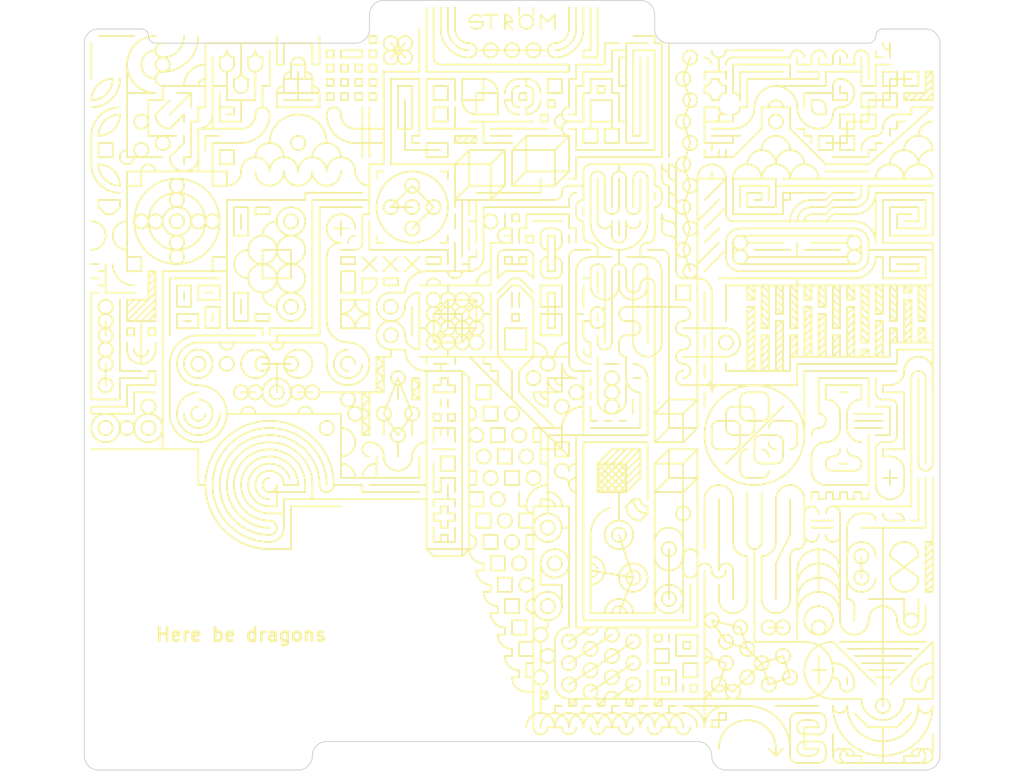
<source format=kicad_pcb>
(kicad_pcb (version 4) (host pcbnew 4.0.7+dfsg1-1)
  (layers (0 F.Cu signal) (31 B.Cu signal) (34 B.Paste user) (35 F.Paste user) (36 B.SilkS user) (37 F.SilkS user) (38 B.Mask user) (39 F.Mask user) (44 Edge.Cuts user))
  (net 0 "")
  (module Mounting_Holes:MountingHole_2.2mm_M2_DIN965 (layer F.Cu) (at 70.64375 43.65625)
    (fp_text reference REF** hide)
    (fp_text value MountingHole_2.2mm_M2_DIN965)
    (pad 1 np_thru_hole circle (at 0 0) (size 2.2 2.2) (drill 2.2) (layers *.Cu *.Mask))
  )
  (module Mounting_Holes:MountingHole_2.2mm_M2_DIN965 (layer F.Cu) (at 38.1 47.625)
    (fp_text reference REF** hide)
    (fp_text value MountingHole_2.2mm_M2_DIN965)
    (pad 1 np_thru_hole circle (at 0 0) (size 2.2 2.2) (drill 2.2) (layers *.Cu *.Mask))
  )
  (module Mounting_Holes:MountingHole_2.2mm_M2_DIN965 (layer F.Cu) (at 94.45625 43.65625)
    (fp_text reference REF** hide)
    (fp_text value MountingHole_2.2mm_M2_DIN965)
    (pad 1 np_thru_hole circle (at 0 0) (size 2.2 2.2) (drill 2.2) (layers *.Cu *.Mask))
  )
  (module Mounting_Holes:MountingHole_2.2mm_M2_DIN965 (layer F.Cu) (at 127 47.625)
    (fp_text reference REF** hide)
    (fp_text value MountingHole_2.2mm_M2_DIN965)
    (pad 1 np_thru_hole circle (at 0 0) (size 2.2 2.2) (drill 2.2) (layers *.Cu *.Mask))
  )
  (module Mounting_Holes:MountingHole_2.2mm_M2_DIN965 (layer F.Cu) (at 56.35625 124.61875)
    (fp_text reference REF** hide)
    (fp_text value MountingHole_2.2mm_M2_DIN965)
    (pad 1 np_thru_hole circle (at 0 0) (size 2.2 2.2) (drill 2.2) (layers *.Cu *.Mask))
  )
  (module Mounting_Holes:MountingHole_2.2mm_M2_DIN965 (layer F.Cu) (at 108.74375 124.61875)
    (fp_text reference REF** hide)
    (fp_text value MountingHole_2.2mm_M2_DIN965)
    (pad 1 np_thru_hole circle (at 0 0) (size 2.2 2.2) (drill 2.2) (layers *.Cu *.Mask))
  )
  (module Mounting_Holes:MountingHole_2.2mm_M2_DIN965 (layer F.Cu) (at 82.55 120.65)
    (fp_text reference REF** hide)
    (fp_text value MountingHole_2.2mm_M2_DIN965)
    (pad 1 np_thru_hole circle (at 0 0) (size 2.2 2.2) (drill 2.2) (layers *.Cu *.Mask))
  )
  (gr_line (start 123.825 44.45) (end 128.5875 44.45) (layer Edge.Cuts) (width 0.1))
  (gr_line (start 100.0125 46.0375) (end 122.2375 46.0375) (layer Edge.Cuts) (width 0.1))
  (gr_line (start 98.425 42.8625) (end 98.425 44.45) (layer Edge.Cuts) (width 0.1))
  (gr_arc (start 123.825 45.24375) (end 123.03125 45.24375) (angle 90) (layer Edge.Cuts) (width 0.1))
  (gr_arc (start 122.2375 45.24375) (end 123.03125 45.24375) (angle 90) (layer Edge.Cuts) (width 0.1))
  (gr_line (start 36.5125 44.45) (end 41.275 44.45) (layer Edge.Cuts) (width 0.1))
  (gr_line (start 65.0875 46.0375) (end 42.8625 46.0375) (layer Edge.Cuts) (width 0.1))
  (gr_arc (start 42.8625 45.24375) (end 42.8625 46.0375) (angle 90) (layer Edge.Cuts) (width 0.1))
  (gr_arc (start 41.275 45.24375) (end 41.275 44.45) (angle 90) (layer Edge.Cuts) (width 0.1))
  (gr_line (start 66.675 42.8625) (end 66.675 44.45) (layer Edge.Cuts) (width 0.1))
  (gr_circle (center 42.06875 88.9) (end 42.8625 88.9) (layer F.SilkS) (width 0.2))
  (gr_circle (center 37.30625 88.9) (end 38.1 88.9) (layer F.SilkS) (width 0.2))
  (gr_circle (center 37.30625 88.9) (end 38.89375 88.9) (layer F.SilkS) (width 0.2))
  (gr_circle (center 39.6875 88.9) (end 40.48125 88.9) (layer F.SilkS) (width 0.2))
  (gr_circle (center 42.06875 88.9) (end 42.06875 87.3125) (layer F.SilkS) (width 0.2))
  (gr_circle (center 42.06875 86.51875) (end 42.8625 86.51875) (layer F.SilkS) (width 0.2))
  (gr_line (start 40.48125 84.93125) (end 42.8625 84.93125) (layer F.SilkS) (width 0.2))
  (gr_line (start 40.48125 87.3125) (end 40.48125 84.93125) (layer F.SilkS) (width 0.2))
  (gr_line (start 35.71875 87.3125) (end 40.48125 87.3125) (layer F.SilkS) (width 0.2))
  (gr_line (start 35.71875 86.51875) (end 35.71875 87.3125) (layer F.SilkS) (width 0.2))
  (gr_line (start 39.6875 86.51875) (end 35.71875 86.51875) (layer F.SilkS) (width 0.2))
  (gr_line (start 39.6875 84.1375) (end 39.6875 86.51875) (layer F.SilkS) (width 0.2))
  (gr_line (start 42.8625 84.1375) (end 39.6875 84.1375) (layer F.SilkS) (width 0.2))
  (gr_line (start 42.8625 82.55) (end 42.8625 84.1375) (layer F.SilkS) (width 0.2))
  (gr_line (start 42.06875 82.55) (end 42.8625 82.55) (layer F.SilkS) (width 0.2))
  (gr_line (start 42.06875 83.34375) (end 42.06875 82.55) (layer F.SilkS) (width 0.2))
  (gr_line (start 38.89375 83.34375) (end 42.06875 83.34375) (layer F.SilkS) (width 0.2))
  (gr_line (start 38.89375 85.725) (end 38.89375 83.34375) (layer F.SilkS) (width 0.2))
  (gr_line (start 35.71875 85.725) (end 38.89375 85.725) (layer F.SilkS) (width 0.2))
  (gr_line (start 35.71875 73.81875) (end 35.71875 85.725) (layer F.SilkS) (width 0.2))
  (gr_line (start 38.89375 82.55) (end 41.275 82.55) (layer F.SilkS) (width 0.2))
  (gr_line (start 38.89375 74.6125) (end 38.89375 82.55) (layer F.SilkS) (width 0.2))
  (gr_line (start 37.30625 78.58125) (end 37.30625 76.99375) (layer F.SilkS) (width 0.2))
  (gr_line (start 37.30625 84.1375) (end 37.30625 81.75625) (layer F.SilkS) (width 0.2))
  (gr_circle (center 37.30625 84.1375) (end 38.1 84.1375) (layer F.SilkS) (width 0.2))
  (gr_circle (center 37.30625 81.75625) (end 38.1 81.75625) (layer F.SilkS) (width 0.2))
  (gr_circle (center 37.30625 80.16875) (end 38.1 80.16875) (layer F.SilkS) (width 0.2))
  (gr_circle (center 37.30625 78.58125) (end 38.1 78.58125) (layer F.SilkS) (width 0.2))
  (gr_circle (center 37.30625 76.99375) (end 38.1 76.99375) (layer F.SilkS) (width 0.2))
  (gr_circle (center 37.30625 75.40625) (end 38.1 75.40625) (layer F.SilkS) (width 0.2))
  (gr_text "Here be dragons" (at 52.3875 111.91875) (layer F.SilkS) (effects (font (size 1.5 1.5) (thickness 0.3))))
  (gr_line (start 40.48125 77.7875) (end 39.6875 77.7875) (layer F.SilkS) (width 0.2))
  (gr_line (start 40.48125 78.58125) (end 40.48125 77.7875) (layer F.SilkS) (width 0.2))
  (gr_line (start 39.6875 78.58125) (end 40.48125 78.58125) (layer F.SilkS) (width 0.2))
  (gr_line (start 39.6875 77.7875) (end 39.6875 78.58125) (layer F.SilkS) (width 0.2))
  (gr_line (start 42.8625 77.7875) (end 42.06875 77.7875) (layer F.SilkS) (width 0.2))
  (gr_line (start 42.8625 78.58125) (end 42.8625 77.7875) (layer F.SilkS) (width 0.2))
  (gr_line (start 42.06875 78.58125) (end 42.8625 78.58125) (layer F.SilkS) (width 0.2))
  (gr_line (start 42.06875 77.7875) (end 42.06875 78.58125) (layer F.SilkS) (width 0.2))
  (gr_line (start 42.8625 80.16875) (end 42.8625 79.375) (layer F.SilkS) (width 0.2))
  (gr_line (start 39.6875 80.16875) (end 39.6875 79.375) (layer F.SilkS) (width 0.2))
  (gr_arc (start 41.275 80.16875) (end 42.06875 80.16875) (angle 180) (layer F.SilkS) (width 0.2))
  (gr_arc (start 41.275 80.16875) (end 42.8625 80.16875) (angle 180) (layer F.SilkS) (width 0.2))
  (gr_line (start 41.275 76.99375) (end 41.275 81.75625) (layer F.SilkS) (width 0.2))
  (gr_line (start 42.06875 72.23125) (end 42.8625 71.4375) (layer F.SilkS) (width 0.2))
  (gr_line (start 42.06875 73.025) (end 42.8625 72.23125) (layer F.SilkS) (width 0.2))
  (gr_line (start 42.06875 73.81875) (end 42.8625 73.025) (layer F.SilkS) (width 0.2))
  (gr_line (start 41.275 76.99375) (end 42.8625 75.40625) (layer F.SilkS) (width 0.2))
  (gr_line (start 42.06875 76.99375) (end 42.8625 76.2) (layer F.SilkS) (width 0.2))
  (gr_line (start 40.48125 76.99375) (end 42.8625 74.6125) (layer F.SilkS) (width 0.2))
  (gr_line (start 39.6875 75.40625) (end 40.48125 74.6125) (layer F.SilkS) (width 0.2))
  (gr_line (start 39.6875 76.2) (end 41.275 74.6125) (layer F.SilkS) (width 0.2))
  (gr_line (start 39.6875 76.99375) (end 42.8625 73.81875) (layer F.SilkS) (width 0.2))
  (gr_line (start 42.06875 74.6125) (end 42.06875 71.4375) (layer F.SilkS) (width 0.2))
  (gr_line (start 39.6875 74.6125) (end 42.06875 74.6125) (layer F.SilkS) (width 0.2))
  (gr_line (start 39.6875 76.99375) (end 39.6875 74.6125) (layer F.SilkS) (width 0.2))
  (gr_line (start 42.06875 76.99375) (end 39.6875 76.99375) (layer F.SilkS) (width 0.2))
  (gr_line (start 42.8625 76.99375) (end 42.06875 76.99375) (layer F.SilkS) (width 0.2))
  (gr_line (start 42.8625 71.4375) (end 42.8625 76.99375) (layer F.SilkS) (width 0.2))
  (gr_line (start 42.06875 71.4375) (end 42.8625 71.4375) (layer F.SilkS) (width 0.2))
  (gr_line (start 35.71875 73.81875) (end 36.5125 73.81875) (layer F.SilkS) (width 0.2))
  (gr_line (start 36.5125 73.025) (end 37.30625 73.025) (layer F.SilkS) (width 0.2))
  (gr_line (start 35.71875 72.23125) (end 36.5125 72.23125) (layer F.SilkS) (width 0.2))
  (gr_line (start 36.5125 71.4375) (end 37.30625 71.4375) (layer F.SilkS) (width 0.2))
  (gr_line (start 35.71875 70.64375) (end 36.5125 70.64375) (layer F.SilkS) (width 0.2))
  (gr_line (start 37.30625 73.81875) (end 40.48125 73.81875) (layer F.SilkS) (width 0.2))
  (gr_line (start 37.30625 70.64375) (end 37.30625 73.81875) (layer F.SilkS) (width 0.2))
  (gr_line (start 36.5125 64.29375) (end 37.30625 65.0875) (layer F.SilkS) (width 0.2))
  (gr_line (start 36.5125 63.5) (end 36.5125 64.29375) (layer F.SilkS) (width 0.2))
  (gr_line (start 38.89375 63.5) (end 36.5125 63.5) (layer F.SilkS) (width 0.2))
  (gr_line (start 38.89375 64.29375) (end 38.89375 63.5) (layer F.SilkS) (width 0.2))
  (gr_line (start 38.1 65.0875) (end 38.89375 64.29375) (layer F.SilkS) (width 0.2))
  (gr_line (start 37.30625 65.0875) (end 38.1 65.0875) (layer F.SilkS) (width 0.2))
  (gr_arc (start 35.71875 67.46875) (end 35.71875 65.88125) (angle 180) (layer F.SilkS) (width 0.2))
  (gr_arc (start 39.6875 67.46875) (end 39.6875 69.05625) (angle 180) (layer F.SilkS) (width 0.2))
  (gr_arc (start 40.48125 70.64375) (end 40.48125 73.025) (angle 90) (layer F.SilkS) (width 0.2))
  (gr_line (start 38.1 57.15) (end 36.5125 57.15) (layer F.SilkS) (width 0.2))
  (gr_line (start 38.1 58.7375) (end 38.1 57.15) (layer F.SilkS) (width 0.2))
  (gr_line (start 36.5125 58.7375) (end 38.1 58.7375) (layer F.SilkS) (width 0.2))
  (gr_line (start 36.5125 57.15) (end 36.5125 58.7375) (layer F.SilkS) (width 0.2))
  (gr_arc (start 36.5125 61.9125) (end 36.5125 59.53125) (angle 90) (layer F.SilkS) (width 0.2))
  (gr_arc (start 38.89375 59.53125) (end 38.89375 61.9125) (angle 90) (layer F.SilkS) (width 0.2))
  (gr_arc (start 38.89375 59.53125) (end 38.89375 62.70625) (angle 90) (layer F.SilkS) (width 0.2))
  (gr_line (start 35.71875 56.35625) (end 35.71875 59.53125) (layer F.SilkS) (width 0.2))
  (gr_line (start 40.48125 45.24375) (end 36.5125 45.24375) (layer F.SilkS) (width 0.2))
  (gr_line (start 35.71875 46.0375) (end 35.71875 50.00625) (layer F.SilkS) (width 0.2))
  (gr_arc (start 36.5125 53.975) (end 38.89375 53.975) (angle 90) (layer F.SilkS) (width 0.2))
  (gr_arc (start 38.89375 56.35625) (end 36.5125 56.35625) (angle 90) (layer F.SilkS) (width 0.2))
  (gr_arc (start 38.1 52.3875) (end 35.71875 52.3875) (angle 90) (layer F.SilkS) (width 0.2))
  (gr_arc (start 35.71875 50.00625) (end 38.1 50.00625) (angle 90) (layer F.SilkS) (width 0.2))
  (gr_arc (start 38.89375 56.35625) (end 35.71875 56.35625) (angle 90) (layer F.SilkS) (width 0.2))
  (gr_arc (start 35.71875 50.00625) (end 38.89375 50.00625) (angle 90) (layer F.SilkS) (width 0.2))
  (gr_arc (start 39.6875 58.7375) (end 40.48125 58.7375) (angle 270) (layer F.SilkS) (width 0.2))
  (gr_arc (start 42.06875 60.325) (end 41.275 60.325) (angle 180) (layer F.SilkS) (width 0.2))
  (gr_circle (center 41.275 54.76875) (end 42.06875 54.76875) (layer F.SilkS) (width 0.2))
  (gr_circle (center 41.275 57.94375) (end 42.06875 57.94375) (layer F.SilkS) (width 0.2))
  (gr_circle (center 43.65625 57.15) (end 44.45 57.15) (layer F.SilkS) (width 0.2))
  (gr_line (start 39.6875 58.7375) (end 43.65625 58.7375) (layer F.SilkS) (width 0.2))
  (gr_line (start 39.6875 48.41875) (end 39.6875 58.7375) (layer F.SilkS) (width 0.2))
  (gr_line (start 42.8625 51.59375) (end 39.6875 51.59375) (layer F.SilkS) (width 0.2))
  (gr_arc (start 42.8625 48.41875) (end 42.8625 51.59375) (angle 180) (layer F.SilkS) (width 0.2))
  (gr_circle (center 43.65625 48.41875) (end 44.45 48.41875) (layer F.SilkS) (width 0.2))
  (gr_arc (start 42.8625 48.41875) (end 42.8625 50.00625) (angle 180) (layer F.SilkS) (width 0.2))
  (gr_arc (start 43.65625 50.00625) (end 43.65625 50.8) (angle 180) (layer F.SilkS) (width 0.2))
  (gr_arc (start 43.65625 46.83125) (end 43.65625 47.625) (angle 180) (layer F.SilkS) (width 0.2))
  (gr_arc (start 48.41875 50.8) (end 47.625 50.8) (angle 90) (layer F.SilkS) (width 0.2))
  (gr_arc (start 48.41875 50.8) (end 46.0375 50.8) (angle 90) (layer F.SilkS) (width 0.2))
  (gr_arc (start 43.65625 45.24375) (end 46.0375 45.24375) (angle 90) (layer F.SilkS) (width 0.2))
  (gr_arc (start 43.65625 45.24375) (end 47.625 45.24375) (angle 90) (layer F.SilkS) (width 0.2))
  (gr_line (start 49.2125 47.625) (end 49.2125 50.8) (layer F.SilkS) (width 0.2))
  (gr_line (start 48.41875 46.0375) (end 49.2125 46.0375) (layer F.SilkS) (width 0.2))
  (gr_line (start 48.41875 50.8) (end 48.41875 46.0375) (layer F.SilkS) (width 0.2))
  (gr_line (start 42.06875 56.35625) (end 45.24375 56.35625) (layer F.SilkS) (width 0.2))
  (gr_line (start 42.06875 52.3875) (end 42.06875 56.35625) (layer F.SilkS) (width 0.2))
  (gr_line (start 43.65625 52.3875) (end 42.06875 52.3875) (layer F.SilkS) (width 0.2))
  (gr_line (start 43.65625 50.8) (end 43.65625 52.3875) (layer F.SilkS) (width 0.2))
  (gr_line (start 48.41875 50.8) (end 43.65625 50.8) (layer F.SilkS) (width 0.2))
  (gr_line (start 48.41875 53.18125) (end 48.41875 50.8) (layer F.SilkS) (width 0.2))
  (gr_line (start 47.625 53.18125) (end 48.41875 53.18125) (layer F.SilkS) (width 0.2))
  (gr_line (start 47.625 54.76875) (end 47.625 53.18125) (layer F.SilkS) (width 0.2))
  (gr_line (start 46.83125 54.76875) (end 47.625 54.76875) (layer F.SilkS) (width 0.2))
  (gr_line (start 46.83125 58.7375) (end 46.83125 54.76875) (layer F.SilkS) (width 0.2))
  (gr_line (start 46.0375 58.7375) (end 46.83125 58.7375) (layer F.SilkS) (width 0.2))
  (gr_line (start 46.0375 59.53125) (end 46.0375 58.7375) (layer F.SilkS) (width 0.2))
  (gr_line (start 46.83125 51.59375) (end 45.24375 51.59375) (layer F.SilkS) (width 0.2))
  (gr_line (start 46.83125 51.59375) (end 46.83125 53.18125) (layer F.SilkS) (width 0.2))
  (gr_line (start 44.45 53.975) (end 46.83125 51.59375) (layer F.SilkS) (width 0.2))
  (gr_line (start 46.0375 53.975) (end 46.0375 54.76875) (layer F.SilkS) (width 0.2))
  (gr_line (start 46.0375 57.15) (end 46.0375 56.35625) (layer F.SilkS) (width 0.2))
  (gr_line (start 42.8625 53.975) (end 44.45 52.3875) (layer F.SilkS) (width 0.2))
  (gr_line (start 44.45 55.5625) (end 46.0375 53.975) (layer F.SilkS) (width 0.2))
  (gr_line (start 44.45 58.7375) (end 46.0375 57.15) (layer F.SilkS) (width 0.2))
  (gr_arc (start 44.45 53.975) (end 44.45 55.5625) (angle 90) (layer F.SilkS) (width 0.2))
  (gr_arc (start 46.0375 58.7375) (end 47.625 58.7375) (angle 180) (layer F.SilkS) (width 0.2))
  (gr_arc (start 47.625 53.975) (end 49.2125 53.975) (angle 90) (layer F.SilkS) (width 0.2))
  (gr_line (start 48.41875 56.35625) (end 50.00625 56.35625) (layer F.SilkS) (width 0.2))
  (gr_line (start 48.41875 57.94375) (end 48.41875 56.35625) (layer F.SilkS) (width 0.2))
  (gr_line (start 51.59375 53.975) (end 50.8 53.975) (layer F.SilkS) (width 0.2))
  (gr_line (start 51.59375 53.18125) (end 51.59375 53.975) (layer F.SilkS) (width 0.2))
  (gr_line (start 50.00625 53.18125) (end 51.59375 53.18125) (layer F.SilkS) (width 0.2))
  (gr_line (start 50.00625 51.59375) (end 50.00625 54.76875) (layer F.SilkS) (width 0.2))
  (gr_line (start 49.2125 50.8) (end 50.8 50.8) (layer F.SilkS) (width 0.2))
  (gr_line (start 49.2125 55.5625) (end 49.2125 50.8) (layer F.SilkS) (width 0.2))
  (gr_line (start 52.3875 54.76875) (end 50.00625 54.76875) (layer F.SilkS) (width 0.2))
  (gr_line (start 52.3875 52.3875) (end 52.3875 54.76875) (layer F.SilkS) (width 0.2))
  (gr_line (start 55.5625 50.8) (end 55.5625 46.83125) (layer F.SilkS) (width 0.2))
  (gr_line (start 54.76875 50.8) (end 55.5625 50.8) (layer F.SilkS) (width 0.2))
  (gr_line (start 54.76875 53.18125) (end 54.76875 50.8) (layer F.SilkS) (width 0.2))
  (gr_line (start 49.2125 46.0375) (end 56.35625 46.0375) (layer F.SilkS) (width 0.2))
  (gr_line (start 52.3875 49.2125) (end 52.3875 46.0375) (layer F.SilkS) (width 0.2))
  (gr_line (start 50.8 52.3875) (end 50.8 49.2125) (layer F.SilkS) (width 0.2))
  (gr_line (start 53.975 52.3875) (end 50.8 52.3875) (layer F.SilkS) (width 0.2))
  (gr_line (start 53.975 49.2125) (end 53.975 52.3875) (layer F.SilkS) (width 0.2))
  (gr_line (start 53.18125 50.00625) (end 53.18125 50.8) (layer F.SilkS) (width 0.2))
  (gr_line (start 51.59375 50.00625) (end 51.59375 50.8) (layer F.SilkS) (width 0.2))
  (gr_line (start 50.00625 47.625) (end 50.00625 48.41875) (layer F.SilkS) (width 0.2))
  (gr_line (start 51.59375 47.625) (end 51.59375 48.41875) (layer F.SilkS) (width 0.2))
  (gr_arc (start 50.8 48.41875) (end 51.59375 48.41875) (angle 180) (layer F.SilkS) (width 0.2))
  (gr_arc (start 50.00625 46.83125) (end 50.8 46.83125) (angle 90) (layer F.SilkS) (width 0.2))
  (gr_arc (start 51.59375 46.83125) (end 51.59375 47.625) (angle 90) (layer F.SilkS) (width 0.2))
  (gr_arc (start 52.3875 50.8) (end 53.18125 50.8) (angle 180) (layer F.SilkS) (width 0.2))
  (gr_arc (start 51.59375 49.2125) (end 52.3875 49.2125) (angle 90) (layer F.SilkS) (width 0.2))
  (gr_arc (start 53.18125 49.2125) (end 53.18125 50.00625) (angle 90) (layer F.SilkS) (width 0.2))
  (gr_line (start 53.18125 47.625) (end 53.18125 48.41875) (layer F.SilkS) (width 0.2))
  (gr_line (start 54.76875 47.625) (end 54.76875 48.41875) (layer F.SilkS) (width 0.2))
  (gr_arc (start 53.975 48.41875) (end 54.76875 48.41875) (angle 180) (layer F.SilkS) (width 0.2))
  (gr_arc (start 53.18125 46.83125) (end 53.975 46.83125) (angle 90) (layer F.SilkS) (width 0.2))
  (gr_arc (start 54.76875 46.83125) (end 54.76875 47.625) (angle 90) (layer F.SilkS) (width 0.2))
  (gr_line (start 56.35625 48.41875) (end 56.35625 45.24375) (layer F.SilkS) (width 0.2))
  (gr_line (start 57.15 48.41875) (end 56.35625 48.41875) (layer F.SilkS) (width 0.2))
  (gr_line (start 57.15 46.0375) (end 57.15 48.41875) (layer F.SilkS) (width 0.2))
  (gr_line (start 60.325 46.0375) (end 57.15 46.0375) (layer F.SilkS) (width 0.2))
  (gr_line (start 60.325 48.41875) (end 60.325 46.0375) (layer F.SilkS) (width 0.2))
  (gr_line (start 61.11875 48.41875) (end 60.325 48.41875) (layer F.SilkS) (width 0.2))
  (gr_line (start 61.11875 45.24375) (end 61.11875 48.41875) (layer F.SilkS) (width 0.2))
  (gr_line (start 69.05625 46.0375) (end 70.64375 47.625) (layer F.SilkS) (width 0.2))
  (gr_line (start 70.64375 46.0375) (end 69.05625 47.625) (layer F.SilkS) (width 0.2))
  (gr_circle (center 70.64375 46.0375) (end 71.4375 46.0375) (layer F.SilkS) (width 0.2))
  (gr_circle (center 70.64375 47.625) (end 71.4375 47.625) (layer F.SilkS) (width 0.2))
  (gr_circle (center 69.05625 46.0375) (end 69.85 46.0375) (layer F.SilkS) (width 0.2))
  (gr_circle (center 69.05625 47.625) (end 69.85 47.625) (layer F.SilkS) (width 0.2))
  (gr_line (start 65.88125 46.83125) (end 63.5 46.83125) (layer F.SilkS) (width 0.2))
  (gr_line (start 65.88125 47.625) (end 65.88125 46.83125) (layer F.SilkS) (width 0.2))
  (gr_line (start 63.5 47.625) (end 65.88125 47.625) (layer F.SilkS) (width 0.2))
  (gr_line (start 63.5 46.83125) (end 63.5 47.625) (layer F.SilkS) (width 0.2))
  (gr_line (start 67.46875 46.83125) (end 66.675 46.83125) (layer F.SilkS) (width 0.2))
  (gr_line (start 67.46875 47.625) (end 67.46875 46.83125) (layer F.SilkS) (width 0.2))
  (gr_line (start 66.675 47.625) (end 67.46875 47.625) (layer F.SilkS) (width 0.2))
  (gr_line (start 66.675 46.83125) (end 66.675 47.625) (layer F.SilkS) (width 0.2))
  (gr_line (start 67.46875 45.24375) (end 66.675 45.24375) (layer F.SilkS) (width 0.2))
  (gr_line (start 67.46875 46.0375) (end 67.46875 45.24375) (layer F.SilkS) (width 0.2))
  (gr_line (start 66.675 46.0375) (end 67.46875 46.0375) (layer F.SilkS) (width 0.2))
  (gr_line (start 66.675 45.24375) (end 66.675 46.0375) (layer F.SilkS) (width 0.2))
  (gr_line (start 62.70625 46.83125) (end 61.9125 46.83125) (layer F.SilkS) (width 0.2))
  (gr_line (start 62.70625 47.625) (end 62.70625 46.83125) (layer F.SilkS) (width 0.2))
  (gr_line (start 61.9125 47.625) (end 62.70625 47.625) (layer F.SilkS) (width 0.2))
  (gr_line (start 61.9125 46.83125) (end 61.9125 47.625) (layer F.SilkS) (width 0.2))
  (gr_line (start 62.70625 48.41875) (end 61.9125 48.41875) (layer F.SilkS) (width 0.2))
  (gr_line (start 62.70625 49.2125) (end 62.70625 48.41875) (layer F.SilkS) (width 0.2))
  (gr_line (start 61.9125 49.2125) (end 62.70625 49.2125) (layer F.SilkS) (width 0.2))
  (gr_line (start 61.9125 48.41875) (end 61.9125 49.2125) (layer F.SilkS) (width 0.2))
  (gr_line (start 62.70625 50.00625) (end 61.9125 50.00625) (layer F.SilkS) (width 0.2))
  (gr_line (start 62.70625 50.8) (end 62.70625 50.00625) (layer F.SilkS) (width 0.2))
  (gr_line (start 61.9125 50.8) (end 62.70625 50.8) (layer F.SilkS) (width 0.2))
  (gr_line (start 61.9125 50.00625) (end 61.9125 50.8) (layer F.SilkS) (width 0.2))
  (gr_line (start 61.9125 51.59375) (end 62.70625 51.59375) (layer F.SilkS) (width 0.2))
  (gr_line (start 61.9125 52.3875) (end 61.9125 51.59375) (layer F.SilkS) (width 0.2))
  (gr_line (start 62.70625 52.3875) (end 61.9125 52.3875) (layer F.SilkS) (width 0.2))
  (gr_line (start 62.70625 51.59375) (end 62.70625 52.3875) (layer F.SilkS) (width 0.2))
  (gr_line (start 63.5 51.59375) (end 64.29375 51.59375) (layer F.SilkS) (width 0.2))
  (gr_line (start 63.5 52.3875) (end 63.5 51.59375) (layer F.SilkS) (width 0.2))
  (gr_line (start 64.29375 52.3875) (end 63.5 52.3875) (layer F.SilkS) (width 0.2))
  (gr_line (start 64.29375 51.59375) (end 64.29375 52.3875) (layer F.SilkS) (width 0.2))
  (gr_line (start 63.5 50.00625) (end 64.29375 50.00625) (layer F.SilkS) (width 0.2))
  (gr_line (start 63.5 50.8) (end 63.5 50.00625) (layer F.SilkS) (width 0.2))
  (gr_line (start 64.29375 50.8) (end 63.5 50.8) (layer F.SilkS) (width 0.2))
  (gr_line (start 64.29375 50.00625) (end 64.29375 50.8) (layer F.SilkS) (width 0.2))
  (gr_line (start 63.5 48.41875) (end 64.29375 48.41875) (layer F.SilkS) (width 0.2))
  (gr_line (start 63.5 49.2125) (end 63.5 48.41875) (layer F.SilkS) (width 0.2))
  (gr_line (start 64.29375 49.2125) (end 63.5 49.2125) (layer F.SilkS) (width 0.2))
  (gr_line (start 64.29375 48.41875) (end 64.29375 49.2125) (layer F.SilkS) (width 0.2))
  (gr_line (start 65.0875 48.41875) (end 65.88125 48.41875) (layer F.SilkS) (width 0.2))
  (gr_line (start 65.0875 49.2125) (end 65.0875 48.41875) (layer F.SilkS) (width 0.2))
  (gr_line (start 65.88125 49.2125) (end 65.0875 49.2125) (layer F.SilkS) (width 0.2))
  (gr_line (start 65.88125 48.41875) (end 65.88125 49.2125) (layer F.SilkS) (width 0.2))
  (gr_line (start 67.46875 48.41875) (end 66.675 48.41875) (layer F.SilkS) (width 0.2))
  (gr_line (start 67.46875 49.2125) (end 67.46875 48.41875) (layer F.SilkS) (width 0.2))
  (gr_line (start 66.675 49.2125) (end 67.46875 49.2125) (layer F.SilkS) (width 0.2))
  (gr_line (start 66.675 48.41875) (end 66.675 49.2125) (layer F.SilkS) (width 0.2))
  (gr_line (start 67.46875 50.00625) (end 66.675 50.00625) (layer F.SilkS) (width 0.2))
  (gr_line (start 67.46875 50.8) (end 67.46875 50.00625) (layer F.SilkS) (width 0.2))
  (gr_line (start 66.675 50.8) (end 67.46875 50.8) (layer F.SilkS) (width 0.2))
  (gr_line (start 66.675 50.00625) (end 66.675 50.8) (layer F.SilkS) (width 0.2))
  (gr_line (start 65.0875 50.00625) (end 65.0875 50.8) (layer F.SilkS) (width 0.2))
  (gr_line (start 65.88125 50.00625) (end 65.0875 50.00625) (layer F.SilkS) (width 0.2))
  (gr_line (start 65.88125 50.8) (end 65.88125 50.00625) (layer F.SilkS) (width 0.2))
  (gr_line (start 65.0875 50.8) (end 65.88125 50.8) (layer F.SilkS) (width 0.2))
  (gr_line (start 65.0875 51.59375) (end 65.88125 51.59375) (layer F.SilkS) (width 0.2))
  (gr_line (start 65.0875 52.3875) (end 65.0875 51.59375) (layer F.SilkS) (width 0.2))
  (gr_line (start 65.88125 52.3875) (end 65.0875 52.3875) (layer F.SilkS) (width 0.2))
  (gr_line (start 65.88125 51.59375) (end 65.88125 52.3875) (layer F.SilkS) (width 0.2))
  (gr_line (start 66.675 51.59375) (end 66.675 52.3875) (layer F.SilkS) (width 0.2))
  (gr_line (start 67.46875 51.59375) (end 66.675 51.59375) (layer F.SilkS) (width 0.2))
  (gr_line (start 67.46875 52.3875) (end 67.46875 51.59375) (layer F.SilkS) (width 0.2))
  (gr_line (start 66.675 52.3875) (end 67.46875 52.3875) (layer F.SilkS) (width 0.2))
  (gr_line (start 57.15 52.3875) (end 60.325 52.3875) (layer F.SilkS) (width 0.2))
  (gr_line (start 58.7375 49.2125) (end 58.7375 52.3875) (layer F.SilkS) (width 0.2))
  (gr_arc (start 58.7375 48.41875) (end 57.94375 48.41875) (angle 180) (layer F.SilkS) (width 0.2))
  (gr_arc (start 57.94375 50.00625) (end 57.15 50.00625) (angle 90) (layer F.SilkS) (width 0.2))
  (gr_arc (start 57.15 51.59375) (end 56.35625 51.59375) (angle 90) (layer F.SilkS) (width 0.2))
  (gr_arc (start 60.325 51.59375) (end 60.325 50.8) (angle 90) (layer F.SilkS) (width 0.2))
  (gr_arc (start 59.53125 50.00625) (end 59.53125 49.2125) (angle 90) (layer F.SilkS) (width 0.2))
  (gr_line (start 59.53125 48.41875) (end 59.53125 50.00625) (layer F.SilkS) (width 0.2))
  (gr_line (start 57.94375 48.41875) (end 59.53125 48.41875) (layer F.SilkS) (width 0.2))
  (gr_line (start 57.94375 50.00625) (end 57.94375 48.41875) (layer F.SilkS) (width 0.2))
  (gr_line (start 60.325 50.00625) (end 60.325 51.59375) (layer F.SilkS) (width 0.2))
  (gr_line (start 57.15 50.00625) (end 60.325 50.00625) (layer F.SilkS) (width 0.2))
  (gr_line (start 57.15 51.59375) (end 57.15 50.00625) (layer F.SilkS) (width 0.2))
  (gr_line (start 51.59375 57.94375) (end 50.00625 57.94375) (layer F.SilkS) (width 0.2))
  (gr_line (start 51.59375 59.53125) (end 51.59375 57.94375) (layer F.SilkS) (width 0.2))
  (gr_line (start 50.00625 59.53125) (end 51.59375 59.53125) (layer F.SilkS) (width 0.2))
  (gr_line (start 50.00625 57.94375) (end 50.00625 59.53125) (layer F.SilkS) (width 0.2))
  (gr_line (start 49.2125 57.15) (end 52.3875 57.15) (layer F.SilkS) (width 0.2))
  (gr_line (start 49.2125 60.325) (end 49.2125 57.15) (layer F.SilkS) (width 0.2))
  (gr_line (start 47.625 55.5625) (end 47.625 60.325) (layer F.SilkS) (width 0.2))
  (gr_line (start 52.3875 55.5625) (end 47.625 55.5625) (layer F.SilkS) (width 0.2))
  (gr_line (start 66.675 53.18125) (end 66.675 58.7375) (layer F.SilkS) (width 0.2))
  (gr_line (start 65.88125 53.18125) (end 65.88125 58.7375) (layer F.SilkS) (width 0.2))
  (gr_line (start 65.0875 57.15) (end 68.2625 57.15) (layer F.SilkS) (width 0.2))
  (gr_line (start 65.0875 55.5625) (end 68.2625 55.5625) (layer F.SilkS) (width 0.2))
  (gr_line (start 56.35625 51.59375) (end 56.35625 53.18125) (layer F.SilkS) (width 0.2))
  (gr_line (start 61.11875 51.59375) (end 56.35625 51.59375) (layer F.SilkS) (width 0.2))
  (gr_line (start 61.11875 53.18125) (end 61.11875 51.59375) (layer F.SilkS) (width 0.2))
  (gr_line (start 56.35625 53.18125) (end 61.11875 53.18125) (layer F.SilkS) (width 0.2))
  (gr_arc (start 62.70625 53.975) (end 61.9125 53.975) (angle 180) (layer F.SilkS) (width 0.2))
  (gr_arc (start 54.76875 53.975) (end 53.975 53.975) (angle 180) (layer F.SilkS) (width 0.2))
  (gr_arc (start 65.0875 53.975) (end 65.0875 55.5625) (angle 90) (layer F.SilkS) (width 0.2))
  (gr_arc (start 52.3875 53.975) (end 53.975 53.975) (angle 90) (layer F.SilkS) (width 0.2))
  (gr_arc (start 52.3875 53.975) (end 55.5625 53.975) (angle 90) (layer F.SilkS) (width 0.2))
  (gr_arc (start 65.0875 53.975) (end 65.0875 57.15) (angle 90) (layer F.SilkS) (width 0.2))
  (gr_arc (start 66.675 60.325) (end 66.675 61.9125) (angle 90) (layer F.SilkS) (width 0.2))
  (gr_circle (center 58.7375 57.15) (end 59.53125 57.15) (layer F.SilkS) (width 0.2))
  (gr_arc (start 58.7375 57.15) (end 55.5625 57.15) (angle 180) (layer F.SilkS) (width 0.2))
  (gr_arc (start 61.9125 58.7375) (end 60.325 58.7375) (angle 180) (layer F.SilkS) (width 0.2))
  (gr_arc (start 55.5625 58.7375) (end 53.975 58.7375) (angle 180) (layer F.SilkS) (width 0.2))
  (gr_arc (start 63.5 60.325) (end 61.9125 60.325) (angle 180) (layer F.SilkS) (width 0.2))
  (gr_arc (start 61.9125 60.325) (end 63.5 60.325) (angle 180) (layer F.SilkS) (width 0.2))
  (gr_arc (start 60.325 60.325) (end 58.7375 60.325) (angle 180) (layer F.SilkS) (width 0.2))
  (gr_arc (start 58.7375 60.325) (end 60.325 60.325) (angle 180) (layer F.SilkS) (width 0.2))
  (gr_arc (start 57.15 60.325) (end 55.5625 60.325) (angle 180) (layer F.SilkS) (width 0.2))
  (gr_arc (start 55.5625 60.325) (end 57.15 60.325) (angle 180) (layer F.SilkS) (width 0.2))
  (gr_arc (start 53.975 60.325) (end 52.3875 60.325) (angle 180) (layer F.SilkS) (width 0.2))
  (gr_arc (start 50.8 60.325) (end 52.3875 60.325) (angle 90) (layer F.SilkS) (width 0.2))
  (gr_line (start 39.6875 71.4375) (end 41.275 71.4375) (layer F.SilkS) (width 0.2))
  (gr_line (start 39.6875 60.325) (end 39.6875 71.4375) (layer F.SilkS) (width 0.2))
  (gr_line (start 50.8 60.325) (end 39.6875 60.325) (layer F.SilkS) (width 0.2))
  (gr_line (start 50.8 61.9125) (end 50.8 60.325) (layer F.SilkS) (width 0.2))
  (gr_line (start 41.275 69.85) (end 41.275 71.4375) (layer F.SilkS) (width 0.2))
  (gr_line (start 39.6875 69.85) (end 41.275 69.85) (layer F.SilkS) (width 0.2))
  (gr_line (start 41.275 61.9125) (end 41.275 60.325) (layer F.SilkS) (width 0.2))
  (gr_line (start 39.6875 61.9125) (end 41.275 61.9125) (layer F.SilkS) (width 0.2))
  (gr_line (start 49.2125 61.9125) (end 50.8 61.9125) (layer F.SilkS) (width 0.2))
  (gr_line (start 49.2125 60.325) (end 49.2125 61.9125) (layer F.SilkS) (width 0.2))
  (gr_line (start 49.2125 69.85) (end 50.8 69.85) (layer F.SilkS) (width 0.2))
  (gr_line (start 49.2125 71.4375) (end 49.2125 69.85) (layer F.SilkS) (width 0.2))
  (gr_circle (center 45.24375 65.88125) (end 46.0375 65.88125) (layer F.SilkS) (width 0.2))
  (gr_circle (center 45.24375 65.88125) (end 46.83125 65.88125) (layer F.SilkS) (width 0.2))
  (gr_circle (center 45.24375 68.2625) (end 46.0375 68.2625) (layer F.SilkS) (width 0.2))
  (gr_circle (center 42.8625 65.88125) (end 43.65625 65.88125) (layer F.SilkS) (width 0.2))
  (gr_circle (center 45.24375 63.5) (end 46.0375 63.5) (layer F.SilkS) (width 0.2))
  (gr_circle (center 47.625 65.88125) (end 48.41875 65.88125) (layer F.SilkS) (width 0.2))
  (gr_circle (center 45.24375 65.88125) (end 48.41875 65.88125) (layer F.SilkS) (width 0.2))
  (gr_circle (center 41.275 65.88125) (end 42.06875 65.88125) (layer F.SilkS) (width 0.2))
  (gr_circle (center 45.24375 61.9125) (end 46.0375 61.9125) (layer F.SilkS) (width 0.2))
  (gr_circle (center 49.2125 65.88125) (end 50.00625 65.88125) (layer F.SilkS) (width 0.2))
  (gr_circle (center 45.24375 69.85) (end 46.0375 69.85) (layer F.SilkS) (width 0.2))
  (gr_circle (center 45.24375 65.88125) (end 50.00625 65.88125) (layer F.SilkS) (width 0.2))
  (gr_line (start 56.35625 78.58125) (end 56.35625 79.375) (layer F.SilkS) (width 0.2))
  (gr_line (start 44.45 72.23125) (end 44.45 78.58125) (layer F.SilkS) (width 0.2))
  (gr_line (start 50.00625 72.23125) (end 44.45 72.23125) (layer F.SilkS) (width 0.2))
  (gr_line (start 43.65625 71.4375) (end 50.8 71.4375) (layer F.SilkS) (width 0.2))
  (gr_line (start 43.65625 91.28125) (end 43.65625 71.4375) (layer F.SilkS) (width 0.2))
  (gr_line (start 46.0375 73.81875) (end 46.0375 74.6125) (layer F.SilkS) (width 0.2))
  (gr_line (start 46.0375 76.99375) (end 46.83125 76.99375) (layer F.SilkS) (width 0.2))
  (gr_line (start 49.2125 76.2) (end 49.2125 76.99375) (layer F.SilkS) (width 0.2))
  (gr_line (start 48.41875 73.81875) (end 49.2125 73.81875) (layer F.SilkS) (width 0.2))
  (gr_line (start 50.00625 73.025) (end 47.625 73.025) (layer F.SilkS) (width 0.2))
  (gr_line (start 50.00625 74.6125) (end 50.00625 73.025) (layer F.SilkS) (width 0.2))
  (gr_line (start 47.625 74.6125) (end 50.00625 74.6125) (layer F.SilkS) (width 0.2))
  (gr_line (start 47.625 73.025) (end 47.625 74.6125) (layer F.SilkS) (width 0.2))
  (gr_line (start 45.24375 73.025) (end 45.24375 75.40625) (layer F.SilkS) (width 0.2))
  (gr_line (start 46.83125 73.025) (end 45.24375 73.025) (layer F.SilkS) (width 0.2))
  (gr_line (start 46.83125 75.40625) (end 46.83125 73.025) (layer F.SilkS) (width 0.2))
  (gr_line (start 45.24375 75.40625) (end 46.83125 75.40625) (layer F.SilkS) (width 0.2))
  (gr_line (start 45.24375 76.2) (end 47.625 76.2) (layer F.SilkS) (width 0.2))
  (gr_line (start 45.24375 77.7875) (end 45.24375 76.2) (layer F.SilkS) (width 0.2))
  (gr_line (start 47.625 77.7875) (end 45.24375 77.7875) (layer F.SilkS) (width 0.2))
  (gr_line (start 47.625 76.2) (end 47.625 77.7875) (layer F.SilkS) (width 0.2))
  (gr_line (start 50.00625 75.40625) (end 48.41875 75.40625) (layer F.SilkS) (width 0.2))
  (gr_line (start 50.00625 77.7875) (end 50.00625 75.40625) (layer F.SilkS) (width 0.2))
  (gr_line (start 48.41875 77.7875) (end 50.00625 77.7875) (layer F.SilkS) (width 0.2))
  (gr_line (start 48.41875 75.40625) (end 48.41875 77.7875) (layer F.SilkS) (width 0.2))
  (gr_arc (start 47.625 81.75625) (end 44.45 81.75625) (angle 90) (layer F.SilkS) (width 0.2))
  (gr_line (start 47.625 78.58125) (end 48.41875 78.58125) (layer F.SilkS) (width 0.2))
  (gr_line (start 44.45 87.3125) (end 44.45 81.75625) (layer F.SilkS) (width 0.2))
  (gr_line (start 65.88125 63.5) (end 66.675 63.5) (layer F.SilkS) (width 0.2))
  (gr_line (start 59.53125 62.70625) (end 65.88125 62.70625) (layer F.SilkS) (width 0.2))
  (gr_line (start 59.53125 63.5) (end 59.53125 62.70625) (layer F.SilkS) (width 0.2))
  (gr_line (start 50.8 63.5) (end 59.53125 63.5) (layer F.SilkS) (width 0.2))
  (gr_line (start 50.8 77.7875) (end 50.8 63.5) (layer F.SilkS) (width 0.2))
  (gr_line (start 54.76875 77.7875) (end 50.8 77.7875) (layer F.SilkS) (width 0.2))
  (gr_line (start 54.76875 78.58125) (end 54.76875 77.7875) (layer F.SilkS) (width 0.2))
  (gr_line (start 53.975 78.58125) (end 48.41875 78.58125) (layer F.SilkS) (width 0.2))
  (gr_line (start 55.5625 76.2) (end 53.975 76.2) (layer F.SilkS) (width 0.2))
  (gr_line (start 55.5625 76.99375) (end 55.5625 76.2) (layer F.SilkS) (width 0.2))
  (gr_line (start 53.975 76.99375) (end 55.5625 76.99375) (layer F.SilkS) (width 0.2))
  (gr_line (start 53.975 76.2) (end 53.975 76.99375) (layer F.SilkS) (width 0.2))
  (gr_line (start 55.5625 64.29375) (end 53.975 64.29375) (layer F.SilkS) (width 0.2))
  (gr_line (start 55.5625 65.0875) (end 55.5625 64.29375) (layer F.SilkS) (width 0.2))
  (gr_line (start 53.975 65.0875) (end 55.5625 65.0875) (layer F.SilkS) (width 0.2))
  (gr_line (start 53.975 64.29375) (end 53.975 65.0875) (layer F.SilkS) (width 0.2))
  (gr_line (start 52.3875 65.0875) (end 52.3875 66.675) (layer F.SilkS) (width 0.2))
  (gr_line (start 52.3875 74.6125) (end 52.3875 76.2) (layer F.SilkS) (width 0.2))
  (gr_line (start 53.18125 64.29375) (end 53.18125 67.46875) (layer F.SilkS) (width 0.2))
  (gr_line (start 51.59375 64.29375) (end 53.18125 64.29375) (layer F.SilkS) (width 0.2))
  (gr_line (start 51.59375 67.46875) (end 51.59375 64.29375) (layer F.SilkS) (width 0.2))
  (gr_line (start 53.18125 67.46875) (end 51.59375 67.46875) (layer F.SilkS) (width 0.2))
  (gr_line (start 51.59375 73.81875) (end 53.18125 73.81875) (layer F.SilkS) (width 0.2))
  (gr_line (start 51.59375 76.99375) (end 51.59375 73.81875) (layer F.SilkS) (width 0.2))
  (gr_line (start 53.18125 76.99375) (end 51.59375 76.99375) (layer F.SilkS) (width 0.2))
  (gr_line (start 53.18125 73.81875) (end 53.18125 76.99375) (layer F.SilkS) (width 0.2))
  (gr_circle (center 57.94375 65.88125) (end 58.7375 65.88125) (layer F.SilkS) (width 0.2))
  (gr_circle (center 57.94375 75.40625) (end 58.7375 75.40625) (layer F.SilkS) (width 0.2))
  (gr_line (start 57.94375 69.05625) (end 54.76875 69.05625) (layer F.SilkS) (width 0.2))
  (gr_line (start 57.94375 72.23125) (end 57.94375 69.05625) (layer F.SilkS) (width 0.2))
  (gr_line (start 54.76875 72.23125) (end 57.94375 72.23125) (layer F.SilkS) (width 0.2))
  (gr_line (start 54.76875 69.05625) (end 54.76875 72.23125) (layer F.SilkS) (width 0.2))
  (gr_arc (start 56.35625 67.46875) (end 54.76875 67.46875) (angle 90) (layer F.SilkS) (width 0.2))
  (gr_arc (start 56.35625 73.81875) (end 56.35625 75.40625) (angle 90) (layer F.SilkS) (width 0.2))
  (gr_arc (start 53.18125 70.64375) (end 53.18125 72.23125) (angle 180) (layer F.SilkS) (width 0.2))
  (gr_circle (center 54.76875 72.23125) (end 56.35625 72.23125) (layer F.SilkS) (width 0.2))
  (gr_circle (center 54.76875 69.05625) (end 56.35625 69.05625) (layer F.SilkS) (width 0.2))
  (gr_circle (center 57.94375 65.88125) (end 59.53125 65.88125) (layer F.SilkS) (width 0.2))
  (gr_circle (center 57.94375 69.05625) (end 59.53125 69.05625) (layer F.SilkS) (width 0.2))
  (gr_circle (center 57.94375 72.23125) (end 59.53125 72.23125) (layer F.SilkS) (width 0.2))
  (gr_circle (center 57.94375 75.40625) (end 59.53125 75.40625) (layer F.SilkS) (width 0.2))
  (gr_line (start 60.325 63.5) (end 65.88125 63.5) (layer F.SilkS) (width 0.2))
  (gr_line (start 60.325 77.7875) (end 60.325 63.5) (layer F.SilkS) (width 0.2))
  (gr_line (start 55.5625 77.7875) (end 60.325 77.7875) (layer F.SilkS) (width 0.2))
  (gr_line (start 55.5625 78.58125) (end 55.5625 77.7875) (layer F.SilkS) (width 0.2))
  (gr_line (start 61.11875 64.29375) (end 65.88125 64.29375) (layer F.SilkS) (width 0.2))
  (gr_line (start 61.11875 78.58125) (end 61.11875 64.29375) (layer F.SilkS) (width 0.2))
  (gr_line (start 56.35625 78.58125) (end 61.11875 78.58125) (layer F.SilkS) (width 0.2))
  (gr_circle (center 65.0875 87.3125) (end 65.88125 87.3125) (layer F.SilkS) (width 0.2))
  (gr_circle (center 64.29375 85.725) (end 65.0875 85.725) (layer F.SilkS) (width 0.2))
  (gr_line (start 69.05625 80.9625) (end 68.2625 80.9625) (layer F.SilkS) (width 0.2))
  (gr_line (start 69.05625 80.16875) (end 69.05625 80.9625) (layer F.SilkS) (width 0.2))
  (gr_line (start 66.675 84.93125) (end 67.46875 84.93125) (layer F.SilkS) (width 0.2))
  (gr_line (start 64.29375 84.93125) (end 65.88125 84.93125) (layer F.SilkS) (width 0.2))
  (gr_line (start 61.11875 84.93125) (end 64.29375 84.93125) (layer F.SilkS) (width 0.2))
  (gr_arc (start 50.8 79.375) (end 51.59375 79.375) (angle 180) (layer F.SilkS) (width 0.2))
  (gr_arc (start 56.35625 79.375) (end 57.15 79.375) (angle 180) (layer F.SilkS) (width 0.2))
  (gr_arc (start 53.18125 87.3125) (end 52.3875 87.3125) (angle 180) (layer F.SilkS) (width 0.2))
  (gr_arc (start 59.53125 87.3125) (end 58.7375 87.3125) (angle 180) (layer F.SilkS) (width 0.2))
  (gr_line (start 56.35625 81.75625) (end 56.35625 84.93125) (layer F.SilkS) (width 0.2))
  (gr_line (start 54.76875 81.75625) (end 57.94375 81.75625) (layer F.SilkS) (width 0.2))
  (gr_line (start 52.3875 84.93125) (end 53.975 84.93125) (layer F.SilkS) (width 0.2))
  (gr_line (start 58.7375 84.93125) (end 60.325 84.93125) (layer F.SilkS) (width 0.2))
  (gr_circle (center 57.94375 81.75625) (end 58.7375 81.75625) (layer F.SilkS) (width 0.2))
  (gr_circle (center 58.7375 81.75625) (end 60.325 81.75625) (layer F.SilkS) (width 0.2))
  (gr_circle (center 56.35625 84.93125) (end 57.15 84.93125) (layer F.SilkS) (width 0.2))
  (gr_circle (center 60.325 84.93125) (end 61.11875 84.93125) (layer F.SilkS) (width 0.2))
  (gr_circle (center 58.7375 84.93125) (end 59.53125 84.93125) (layer F.SilkS) (width 0.2))
  (gr_circle (center 56.35625 84.93125) (end 57.94375 84.93125) (layer F.SilkS) (width 0.2))
  (gr_circle (center 52.3875 84.93125) (end 53.18125 84.93125) (layer F.SilkS) (width 0.2))
  (gr_circle (center 53.975 84.93125) (end 54.76875 84.93125) (layer F.SilkS) (width 0.2))
  (gr_circle (center 54.76875 81.75625) (end 55.5625 81.75625) (layer F.SilkS) (width 0.2))
  (gr_circle (center 53.975 81.75625) (end 55.5625 81.75625) (layer F.SilkS) (width 0.2))
  (gr_circle (center 50.8 81.75625) (end 51.59375 81.75625) (layer F.SilkS) (width 0.2))
  (gr_circle (center 47.625 81.75625) (end 48.41875 81.75625) (layer F.SilkS) (width 0.2))
  (gr_circle (center 47.625 81.75625) (end 49.2125 81.75625) (layer F.SilkS) (width 0.2))
  (gr_line (start 47.625 91.28125) (end 35.71875 91.28125) (layer F.SilkS) (width 0.2))
  (gr_line (start 47.625 95.25) (end 47.625 91.28125) (layer F.SilkS) (width 0.2))
  (gr_line (start 48.41875 95.25) (end 47.625 95.25) (layer F.SilkS) (width 0.2))
  (gr_line (start 71.4375 84.93125) (end 72.23125 85.725) (layer F.SilkS) (width 0.2))
  (gr_line (start 72.23125 84.1375) (end 71.4375 84.93125) (layer F.SilkS) (width 0.2))
  (gr_line (start 71.4375 83.34375) (end 72.23125 84.1375) (layer F.SilkS) (width 0.2))
  (gr_line (start 72.23125 83.34375) (end 71.4375 83.34375) (layer F.SilkS) (width 0.2))
  (gr_line (start 72.23125 85.725) (end 72.23125 83.34375) (layer F.SilkS) (width 0.2))
  (gr_line (start 71.4375 85.725) (end 72.23125 85.725) (layer F.SilkS) (width 0.2))
  (gr_line (start 71.4375 83.34375) (end 71.4375 85.725) (layer F.SilkS) (width 0.2))
  (gr_line (start 67.46875 84.1375) (end 68.2625 84.93125) (layer F.SilkS) (width 0.2))
  (gr_line (start 68.2625 83.34375) (end 67.46875 84.1375) (layer F.SilkS) (width 0.2))
  (gr_line (start 67.46875 82.55) (end 68.2625 83.34375) (layer F.SilkS) (width 0.2))
  (gr_line (start 68.2625 81.75625) (end 67.46875 82.55) (layer F.SilkS) (width 0.2))
  (gr_line (start 67.46875 80.9625) (end 68.2625 81.75625) (layer F.SilkS) (width 0.2))
  (gr_line (start 68.2625 80.9625) (end 67.46875 80.9625) (layer F.SilkS) (width 0.2))
  (gr_line (start 68.2625 84.93125) (end 68.2625 80.9625) (layer F.SilkS) (width 0.2))
  (gr_line (start 67.46875 84.93125) (end 68.2625 84.93125) (layer F.SilkS) (width 0.2))
  (gr_line (start 67.46875 80.9625) (end 67.46875 84.93125) (layer F.SilkS) (width 0.2))
  (gr_line (start 66.675 85.725) (end 65.88125 84.93125) (layer F.SilkS) (width 0.2))
  (gr_line (start 65.88125 86.51875) (end 66.675 85.725) (layer F.SilkS) (width 0.2))
  (gr_line (start 66.675 87.3125) (end 65.88125 86.51875) (layer F.SilkS) (width 0.2))
  (gr_line (start 65.88125 88.10625) (end 66.675 87.3125) (layer F.SilkS) (width 0.2))
  (gr_line (start 66.675 88.9) (end 65.88125 88.10625) (layer F.SilkS) (width 0.2))
  (gr_line (start 65.88125 89.69375) (end 66.675 88.9) (layer F.SilkS) (width 0.2))
  (gr_line (start 65.88125 84.93125) (end 65.88125 89.69375) (layer F.SilkS) (width 0.2))
  (gr_line (start 66.675 84.93125) (end 65.88125 84.93125) (layer F.SilkS) (width 0.2))
  (gr_line (start 66.675 89.69375) (end 66.675 84.93125) (layer F.SilkS) (width 0.2))
  (gr_line (start 65.88125 89.69375) (end 66.675 89.69375) (layer F.SilkS) (width 0.2))
  (gr_arc (start 63.5 90.4875) (end 63.5 88.9) (angle 180) (layer F.SilkS) (width 0.2))
  (gr_arc (start 63.5 94.45625) (end 63.5 92.86875) (angle 90) (layer F.SilkS) (width 0.2))
  (gr_arc (start 67.46875 94.45625) (end 65.88125 94.45625) (angle 90) (layer F.SilkS) (width 0.2))
  (gr_arc (start 66.675 91.28125) (end 66.675 92.075) (angle 180) (layer F.SilkS) (width 0.2))
  (gr_circle (center 61.9125 88.9) (end 62.70625 88.9) (layer F.SilkS) (width 0.2))
  (gr_line (start 63.5 87.3125) (end 50.8 87.3125) (layer F.SilkS) (width 0.2))
  (gr_line (start 63.5 94.45625) (end 63.5 87.3125) (layer F.SilkS) (width 0.2))
  (gr_line (start 67.46875 94.45625) (end 63.5 94.45625) (layer F.SilkS) (width 0.2))
  (gr_line (start 73.025 95.25) (end 66.675 95.25) (layer F.SilkS) (width 0.2))
  (gr_line (start 65.88125 96.04375) (end 72.23125 96.04375) (layer F.SilkS) (width 0.2))
  (gr_line (start 65.88125 95.25) (end 65.88125 96.04375) (layer F.SilkS) (width 0.2))
  (gr_line (start 62.70625 95.25) (end 65.88125 95.25) (layer F.SilkS) (width 0.2))
  (gr_line (start 67.46875 94.45625) (end 67.46875 92.075) (layer F.SilkS) (width 0.2))
  (gr_line (start 72.23125 94.45625) (end 67.46875 94.45625) (layer F.SilkS) (width 0.2))
  (gr_line (start 72.23125 92.075) (end 72.23125 94.45625) (layer F.SilkS) (width 0.2))
  (gr_arc (start 69.85 92.075) (end 71.4375 92.075) (angle 180) (layer F.SilkS) (width 0.2))
  (gr_arc (start 66.675 92.075) (end 66.675 90.4875) (angle 90) (layer F.SilkS) (width 0.2))
  (gr_arc (start 73.025 92.075) (end 71.4375 92.075) (angle 90) (layer F.SilkS) (width 0.2))
  (gr_line (start 68.2625 87.3125) (end 69.85 83.34375) (layer F.SilkS) (width 0.2))
  (gr_line (start 69.85 89.69375) (end 68.2625 87.3125) (layer F.SilkS) (width 0.2))
  (gr_line (start 71.4375 87.3125) (end 69.85 89.69375) (layer F.SilkS) (width 0.2))
  (gr_line (start 69.85 83.34375) (end 71.4375 87.3125) (layer F.SilkS) (width 0.2))
  (gr_line (start 69.85 90.4875) (end 69.85 92.075) (layer F.SilkS) (width 0.2))
  (gr_line (start 68.2625 88.10625) (end 68.2625 89.69375) (layer F.SilkS) (width 0.2))
  (gr_line (start 71.4375 88.10625) (end 71.4375 89.69375) (layer F.SilkS) (width 0.2))
  (gr_circle (center 69.85 89.69375) (end 70.64375 89.69375) (layer F.SilkS) (width 0.2))
  (gr_circle (center 68.2625 87.3125) (end 69.05625 87.3125) (layer F.SilkS) (width 0.2))
  (gr_circle (center 71.4375 87.3125) (end 72.23125 87.3125) (layer F.SilkS) (width 0.2))
  (gr_line (start 69.85 84.1375) (end 69.85 85.725) (layer F.SilkS) (width 0.2))
  (gr_circle (center 69.85 83.34375) (end 70.64375 83.34375) (layer F.SilkS) (width 0.2))
  (gr_arc (start 47.625 81.75625) (end 47.625 84.1375) (angle 180) (layer F.SilkS) (width 0.2))
  (gr_line (start 61.11875 79.375) (end 47.625 79.375) (layer F.SilkS) (width 0.2))
  (gr_line (start 63.5 96.8375) (end 73.025 96.8375) (layer F.SilkS) (width 0.2))
  (gr_line (start 57.94375 102.39375) (end 55.5625 102.39375) (layer F.SilkS) (width 0.2))
  (gr_line (start 57.94375 97.63125) (end 57.94375 102.39375) (layer F.SilkS) (width 0.2))
  (gr_line (start 63.5 97.63125) (end 57.94375 97.63125) (layer F.SilkS) (width 0.2))
  (gr_line (start 60.325 96.8375) (end 63.5 96.8375) (layer F.SilkS) (width 0.2))
  (gr_arc (start 61.9125 95.25) (end 62.70625 95.25) (angle 180) (layer F.SilkS) (width 0.2))
  (gr_line (start 57.15 100.0125) (end 57.15 98.425) (layer F.SilkS) (width 0.2))
  (gr_arc (start 55.5625 100.0125) (end 57.15 100.0125) (angle 90) (layer F.SilkS) (width 0.2))
  (gr_arc (start 55.5625 95.25) (end 55.5625 102.39375) (angle 270) (layer F.SilkS) (width 0.2))
  (gr_arc (start 55.5625 95.25) (end 55.5625 101.6) (angle 270) (layer F.SilkS) (width 0.2))
  (gr_arc (start 55.5625 95.25) (end 55.5625 100.80625) (angle 270) (layer F.SilkS) (width 0.2))
  (gr_arc (start 55.5625 100.0125) (end 55.5625 99.21875) (angle 180) (layer F.SilkS) (width 0.2))
  (gr_line (start 60.325 96.8375) (end 60.325 95.25) (layer F.SilkS) (width 0.2))
  (gr_line (start 57.15 96.8375) (end 60.325 96.8375) (layer F.SilkS) (width 0.2))
  (gr_line (start 57.15 98.425) (end 57.15 96.8375) (layer F.SilkS) (width 0.2))
  (gr_line (start 55.5625 98.425) (end 57.15 98.425) (layer F.SilkS) (width 0.2))
  (gr_line (start 59.53125 96.04375) (end 59.53125 95.25) (layer F.SilkS) (width 0.2))
  (gr_line (start 57.94375 96.04375) (end 59.53125 96.04375) (layer F.SilkS) (width 0.2))
  (gr_arc (start 55.5625 95.25) (end 55.5625 100.0125) (angle 270) (layer F.SilkS) (width 0.2))
  (gr_arc (start 55.5625 95.25) (end 55.5625 99.21875) (angle 270) (layer F.SilkS) (width 0.2))
  (gr_arc (start 55.5625 95.25) (end 55.5625 98.425) (angle 270) (layer F.SilkS) (width 0.2))
  (gr_line (start 55.5625 97.63125) (end 56.35625 97.63125) (layer F.SilkS) (width 0.2))
  (gr_arc (start 55.5625 95.25) (end 55.5625 97.63125) (angle 251.5650512) (layer F.SilkS) (width 0.2))
  (gr_line (start 57.15 95.25) (end 58.7375 95.25) (layer F.SilkS) (width 0.2))
  (gr_line (start 55.5625 96.04375) (end 57.94375 96.04375) (layer F.SilkS) (width 0.2))
  (gr_line (start 56.35625 95.25) (end 56.35625 97.63125) (layer F.SilkS) (width 0.2))
  (gr_arc (start 55.5625 95.25) (end 55.5625 96.8375) (angle 270) (layer F.SilkS) (width 0.2))
  (gr_arc (start 55.5625 95.25) (end 56.35625 95.25) (angle 270) (layer F.SilkS) (width 0.2))
  (gr_arc (start 47.625 87.3125) (end 47.625 84.1375) (angle 270) (layer F.SilkS) (width 0.2))
  (gr_arc (start 47.625 87.3125) (end 50.00625 87.3125) (angle 270) (layer F.SilkS) (width 0.2))
  (gr_arc (start 47.625 87.3125) (end 47.625 85.725) (angle 270) (layer F.SilkS) (width 0.2))
  (gr_arc (start 47.625 87.3125) (end 48.41875 87.3125) (angle 270) (layer F.SilkS) (width 0.2))
  (gr_arc (start 61.11875 80.16875) (end 61.11875 79.375) (angle 90) (layer F.SilkS) (width 0.2))
  (gr_line (start 61.9125 81.75625) (end 61.9125 80.16875) (layer F.SilkS) (width 0.2))
  (gr_arc (start 64.29375 81.75625) (end 64.29375 82.55) (angle 270) (layer F.SilkS) (width 0.2))
  (gr_arc (start 64.29375 81.75625) (end 65.88125 81.75625) (angle 270) (layer F.SilkS) (width 0.2))
  (gr_arc (start 64.29375 81.75625) (end 64.29375 79.375) (angle 270) (layer F.SilkS) (width 0.2))
  (gr_line (start 63.5 65.88125) (end 63.5 67.46875) (layer F.SilkS) (width 0.2))
  (gr_line (start 62.70625 66.675) (end 64.29375 66.675) (layer F.SilkS) (width 0.2))
  (gr_line (start 65.0875 69.05625) (end 63.5 69.05625) (layer F.SilkS) (width 0.2))
  (gr_line (start 65.88125 65.0875) (end 66.675 65.0875) (layer F.SilkS) (width 0.2))
  (gr_line (start 65.88125 68.2625) (end 65.88125 65.0875) (layer F.SilkS) (width 0.2))
  (gr_arc (start 65.0875 68.2625) (end 65.88125 68.2625) (angle 90) (layer F.SilkS) (width 0.2))
  (gr_arc (start 65.0875 68.2625) (end 64.29375 68.2625) (angle 90) (layer F.SilkS) (width 0.2))
  (gr_arc (start 63.5 66.675) (end 63.5 68.2625) (angle 270) (layer F.SilkS) (width 0.2))
  (gr_arc (start 63.5 69.85) (end 61.9125 69.85) (angle 90) (layer F.SilkS) (width 0.2))
  (gr_line (start 61.9125 76.99375) (end 61.9125 69.85) (layer F.SilkS) (width 0.2))
  (gr_arc (start 64.29375 76.99375) (end 64.29375 79.375) (angle 90) (layer F.SilkS) (width 0.2))
  (gr_arc (start 66.675 74.6125) (end 66.675 76.2) (angle 90) (layer F.SilkS) (width 0.2))
  (gr_arc (start 63.5 74.6125) (end 65.0875 74.6125) (angle 90) (layer F.SilkS) (width 0.2))
  (gr_arc (start 63.5 77.7875) (end 63.5 76.2) (angle 90) (layer F.SilkS) (width 0.2))
  (gr_arc (start 66.675 77.7875) (end 65.0875 77.7875) (angle 90) (layer F.SilkS) (width 0.2))
  (gr_line (start 63.5 77.7875) (end 63.5 74.6125) (layer F.SilkS) (width 0.2))
  (gr_line (start 66.675 77.7875) (end 63.5 77.7875) (layer F.SilkS) (width 0.2))
  (gr_line (start 66.675 74.6125) (end 66.675 77.7875) (layer F.SilkS) (width 0.2))
  (gr_line (start 63.5 74.6125) (end 66.675 74.6125) (layer F.SilkS) (width 0.2))
  (gr_line (start 69.85 72.23125) (end 68.2625 72.23125) (layer F.SilkS) (width 0.2))
  (gr_line (start 69.85 73.025) (end 69.85 72.23125) (layer F.SilkS) (width 0.2))
  (gr_line (start 68.2625 73.025) (end 69.85 73.025) (layer F.SilkS) (width 0.2))
  (gr_line (start 68.2625 72.23125) (end 68.2625 73.025) (layer F.SilkS) (width 0.2))
  (gr_line (start 67.46875 72.23125) (end 65.88125 72.23125) (layer F.SilkS) (width 0.2))
  (gr_line (start 67.46875 73.025) (end 67.46875 72.23125) (layer F.SilkS) (width 0.2))
  (gr_line (start 66.675 73.81875) (end 67.46875 73.025) (layer F.SilkS) (width 0.2))
  (gr_line (start 65.88125 73.81875) (end 66.675 73.81875) (layer F.SilkS) (width 0.2))
  (gr_line (start 65.88125 72.23125) (end 65.88125 73.81875) (layer F.SilkS) (width 0.2))
  (gr_line (start 65.0875 71.4375) (end 63.5 71.4375) (layer F.SilkS) (width 0.2))
  (gr_line (start 65.0875 73.81875) (end 65.0875 71.4375) (layer F.SilkS) (width 0.2))
  (gr_line (start 63.5 73.81875) (end 65.0875 73.81875) (layer F.SilkS) (width 0.2))
  (gr_line (start 63.5 71.4375) (end 63.5 73.81875) (layer F.SilkS) (width 0.2))
  (gr_line (start 65.0875 69.85) (end 63.5 69.85) (layer F.SilkS) (width 0.2))
  (gr_line (start 65.0875 70.64375) (end 65.0875 69.85) (layer F.SilkS) (width 0.2))
  (gr_line (start 63.5 70.64375) (end 65.0875 70.64375) (layer F.SilkS) (width 0.2))
  (gr_line (start 63.5 69.85) (end 63.5 70.64375) (layer F.SilkS) (width 0.2))
  (gr_line (start 73.025 70.64375) (end 73.025 69.85) (layer F.SilkS) (width 0.2))
  (gr_line (start 74.6125 70.64375) (end 73.025 70.64375) (layer F.SilkS) (width 0.2))
  (gr_line (start 74.6125 69.85) (end 74.6125 70.64375) (layer F.SilkS) (width 0.2))
  (gr_line (start 73.025 69.85) (end 74.6125 69.85) (layer F.SilkS) (width 0.2))
  (gr_line (start 70.64375 71.4375) (end 72.23125 69.85) (layer F.SilkS) (width 0.2))
  (gr_line (start 72.23125 71.4375) (end 70.64375 69.85) (layer F.SilkS) (width 0.2))
  (gr_line (start 68.2625 71.4375) (end 69.85 69.85) (layer F.SilkS) (width 0.2))
  (gr_line (start 68.2625 69.85) (end 69.85 71.4375) (layer F.SilkS) (width 0.2))
  (gr_line (start 67.46875 69.85) (end 65.88125 71.4375) (layer F.SilkS) (width 0.2))
  (gr_line (start 65.88125 69.85) (end 67.46875 71.4375) (layer F.SilkS) (width 0.2))
  (gr_line (start 75.40625 69.05625) (end 75.40625 70.64375) (layer F.SilkS) (width 0.2))
  (gr_line (start 66.675 69.05625) (end 75.40625 69.05625) (layer F.SilkS) (width 0.2))
  (gr_line (start 66.675 65.88125) (end 66.675 69.05625) (layer F.SilkS) (width 0.2))
  (gr_line (start 66.675 59.53125) (end 66.675 65.0875) (layer F.SilkS) (width 0.2))
  (gr_line (start 68.2625 59.53125) (end 66.675 59.53125) (layer F.SilkS) (width 0.2))
  (gr_line (start 68.2625 49.2125) (end 68.2625 59.53125) (layer F.SilkS) (width 0.2))
  (gr_line (start 69.85 49.2125) (end 68.2625 49.2125) (layer F.SilkS) (width 0.2))
  (gr_line (start 67.46875 68.2625) (end 68.2625 68.2625) (layer F.SilkS) (width 0.2))
  (gr_line (start 67.46875 67.46875) (end 67.46875 68.2625) (layer F.SilkS) (width 0.2))
  (gr_line (start 67.46875 61.11875) (end 67.46875 60.325) (layer F.SilkS) (width 0.2))
  (gr_line (start 68.2625 60.325) (end 67.46875 60.325) (layer F.SilkS) (width 0.2))
  (gr_line (start 75.40625 68.2625) (end 74.6125 68.2625) (layer F.SilkS) (width 0.2))
  (gr_line (start 75.40625 67.46875) (end 75.40625 68.2625) (layer F.SilkS) (width 0.2))
  (gr_line (start 75.40625 60.325) (end 75.40625 61.11875) (layer F.SilkS) (width 0.2))
  (gr_line (start 74.6125 60.325) (end 75.40625 60.325) (layer F.SilkS) (width 0.2))
  (gr_line (start 69.05625 64.29375) (end 71.4375 64.29375) (layer F.SilkS) (width 0.2))
  (gr_line (start 71.4375 61.9125) (end 69.05625 64.29375) (layer F.SilkS) (width 0.2))
  (gr_line (start 73.81875 64.29375) (end 71.4375 61.9125) (layer F.SilkS) (width 0.2))
  (gr_line (start 71.4375 66.675) (end 73.81875 64.29375) (layer F.SilkS) (width 0.2))
  (gr_circle (center 71.4375 64.29375) (end 72.23125 64.29375) (layer F.SilkS) (width 0.2))
  (gr_circle (center 71.4375 61.9125) (end 72.23125 61.9125) (layer F.SilkS) (width 0.2))
  (gr_circle (center 71.4375 66.675) (end 72.23125 66.675) (layer F.SilkS) (width 0.2))
  (gr_circle (center 69.05625 64.29375) (end 69.85 64.29375) (layer F.SilkS) (width 0.2))
  (gr_circle (center 73.81875 64.29375) (end 74.6125 64.29375) (layer F.SilkS) (width 0.2))
  (gr_circle (center 71.4375 64.29375) (end 75.40625 64.29375) (layer F.SilkS) (width 0.2))
  (gr_line (start 77.7875 57.15) (end 78.58125 56.35625) (layer F.SilkS) (width 0.2))
  (gr_line (start 76.99375 57.15) (end 77.7875 56.35625) (layer F.SilkS) (width 0.2))
  (gr_line (start 76.2 57.15) (end 76.99375 56.35625) (layer F.SilkS) (width 0.2))
  (gr_line (start 76.2 56.35625) (end 76.2 57.15) (layer F.SilkS) (width 0.2))
  (gr_line (start 78.58125 56.35625) (end 76.2 56.35625) (layer F.SilkS) (width 0.2))
  (gr_line (start 78.58125 57.15) (end 78.58125 56.35625) (layer F.SilkS) (width 0.2))
  (gr_line (start 76.2 57.15) (end 78.58125 57.15) (layer F.SilkS) (width 0.2))
  (gr_line (start 76.2 56.35625) (end 76.2 57.15) (layer F.SilkS) (width 0.2))
  (gr_line (start 69.05625 59.53125) (end 76.2 59.53125) (layer F.SilkS) (width 0.2))
  (gr_line (start 69.05625 50.00625) (end 69.05625 59.53125) (layer F.SilkS) (width 0.2))
  (gr_line (start 69.85 50.00625) (end 69.05625 50.00625) (layer F.SilkS) (width 0.2))
  (gr_line (start 71.4375 57.15) (end 72.23125 57.15) (layer F.SilkS) (width 0.2))
  (gr_line (start 71.4375 56.35625) (end 71.4375 57.15) (layer F.SilkS) (width 0.2))
  (gr_line (start 72.23125 56.35625) (end 71.4375 56.35625) (layer F.SilkS) (width 0.2))
  (gr_line (start 72.23125 55.5625) (end 72.23125 56.35625) (layer F.SilkS) (width 0.2))
  (gr_line (start 75.40625 57.15) (end 73.025 57.15) (layer F.SilkS) (width 0.2))
  (gr_line (start 75.40625 58.7375) (end 75.40625 57.15) (layer F.SilkS) (width 0.2))
  (gr_line (start 73.025 58.7375) (end 75.40625 58.7375) (layer F.SilkS) (width 0.2))
  (gr_line (start 73.025 57.94375) (end 73.025 58.7375) (layer F.SilkS) (width 0.2))
  (gr_line (start 73.025 57.15) (end 73.025 57.94375) (layer F.SilkS) (width 0.2))
  (gr_line (start 70.64375 57.94375) (end 74.6125 57.94375) (layer F.SilkS) (width 0.2))
  (gr_line (start 70.64375 52.3875) (end 70.64375 57.94375) (layer F.SilkS) (width 0.2))
  (gr_line (start 71.4375 50.8) (end 69.85 50.8) (layer F.SilkS) (width 0.2))
  (gr_line (start 71.4375 55.5625) (end 71.4375 50.8) (layer F.SilkS) (width 0.2))
  (gr_line (start 69.85 55.5625) (end 71.4375 55.5625) (layer F.SilkS) (width 0.2))
  (gr_line (start 69.85 50.8) (end 69.85 55.5625) (layer F.SilkS) (width 0.2))
  (gr_line (start 80.16875 56.35625) (end 82.55 56.35625) (layer F.SilkS) (width 0.2))
  (gr_line (start 79.375 57.15) (end 82.55 57.15) (layer F.SilkS) (width 0.2))
  (gr_line (start 79.375 54.76875) (end 79.375 57.15) (layer F.SilkS) (width 0.2))
  (gr_line (start 77.7875 54.76875) (end 84.93125 54.76875) (layer F.SilkS) (width 0.2))
  (gr_line (start 86.51875 53.975) (end 85.725 53.975) (layer F.SilkS) (width 0.2))
  (gr_line (start 86.51875 54.76875) (end 86.51875 53.975) (layer F.SilkS) (width 0.2))
  (gr_line (start 85.725 54.76875) (end 86.51875 54.76875) (layer F.SilkS) (width 0.2))
  (gr_line (start 85.725 53.975) (end 85.725 54.76875) (layer F.SilkS) (width 0.2))
  (gr_line (start 80.16875 55.5625) (end 86.51875 55.5625) (layer F.SilkS) (width 0.2))
  (gr_line (start 73.025 55.5625) (end 78.58125 55.5625) (layer F.SilkS) (width 0.2))
  (gr_line (start 76.2 53.18125) (end 76.2 55.5625) (layer F.SilkS) (width 0.2))
  (gr_line (start 73.81875 54.76875) (end 73.81875 53.18125) (layer F.SilkS) (width 0.2))
  (gr_line (start 75.40625 54.76875) (end 73.81875 54.76875) (layer F.SilkS) (width 0.2))
  (gr_line (start 75.40625 53.18125) (end 75.40625 54.76875) (layer F.SilkS) (width 0.2))
  (gr_line (start 73.81875 53.18125) (end 75.40625 53.18125) (layer F.SilkS) (width 0.2))
  (gr_line (start 75.40625 50.8) (end 73.81875 50.8) (layer F.SilkS) (width 0.2))
  (gr_line (start 75.40625 52.3875) (end 75.40625 50.8) (layer F.SilkS) (width 0.2))
  (gr_line (start 73.81875 52.3875) (end 75.40625 52.3875) (layer F.SilkS) (width 0.2))
  (gr_line (start 73.81875 50.8) (end 73.81875 52.3875) (layer F.SilkS) (width 0.2))
  (gr_line (start 87.3125 52.3875) (end 86.51875 52.3875) (layer F.SilkS) (width 0.2))
  (gr_line (start 87.3125 53.18125) (end 87.3125 52.3875) (layer F.SilkS) (width 0.2))
  (gr_line (start 86.51875 53.18125) (end 87.3125 53.18125) (layer F.SilkS) (width 0.2))
  (gr_line (start 86.51875 52.3875) (end 86.51875 53.18125) (layer F.SilkS) (width 0.2))
  (gr_line (start 88.10625 50.00625) (end 86.51875 50.00625) (layer F.SilkS) (width 0.2))
  (gr_line (start 88.10625 51.59375) (end 88.10625 50.00625) (layer F.SilkS) (width 0.2))
  (gr_line (start 86.51875 51.59375) (end 88.10625 51.59375) (layer F.SilkS) (width 0.2))
  (gr_line (start 86.51875 50.00625) (end 86.51875 51.59375) (layer F.SilkS) (width 0.2))
  (gr_line (start 84.1375 53.975) (end 84.1375 53.18125) (layer F.SilkS) (width 0.2))
  (gr_line (start 84.1375 51.59375) (end 83.34375 51.59375) (layer F.SilkS) (width 0.2))
  (gr_line (start 84.1375 52.3875) (end 84.1375 51.59375) (layer F.SilkS) (width 0.2))
  (gr_line (start 83.34375 52.3875) (end 84.1375 52.3875) (layer F.SilkS) (width 0.2))
  (gr_line (start 83.34375 51.59375) (end 83.34375 52.3875) (layer F.SilkS) (width 0.2))
  (gr_line (start 84.93125 52.3875) (end 84.93125 51.59375) (layer F.SilkS) (width 0.2))
  (gr_line (start 84.1375 50.00625) (end 84.1375 50.8) (layer F.SilkS) (width 0.2))
  (gr_line (start 83.34375 50.00625) (end 84.1375 50.00625) (layer F.SilkS) (width 0.2))
  (gr_line (start 82.55 52.3875) (end 82.55 51.59375) (layer F.SilkS) (width 0.2))
  (gr_line (start 81.75625 52.3875) (end 82.55 52.3875) (layer F.SilkS) (width 0.2))
  (gr_arc (start 83.34375 52.3875) (end 83.34375 53.18125) (angle 90) (layer F.SilkS) (width 0.2))
  (gr_arc (start 84.1375 52.3875) (end 84.93125 52.3875) (angle 90) (layer F.SilkS) (width 0.2))
  (gr_arc (start 84.1375 51.59375) (end 84.1375 50.8) (angle 90) (layer F.SilkS) (width 0.2))
  (gr_arc (start 83.34375 51.59375) (end 82.55 51.59375) (angle 90) (layer F.SilkS) (width 0.2))
  (gr_arc (start 84.1375 51.59375) (end 84.1375 50.00625) (angle 90) (layer F.SilkS) (width 0.2))
  (gr_arc (start 84.1375 52.3875) (end 85.725 52.3875) (angle 90) (layer F.SilkS) (width 0.2))
  (gr_arc (start 83.34375 52.3875) (end 83.34375 53.975) (angle 90) (layer F.SilkS) (width 0.2))
  (gr_arc (start 83.34375 51.59375) (end 81.75625 51.59375) (angle 90) (layer F.SilkS) (width 0.2))
  (gr_arc (start 78.58125 52.3875) (end 78.58125 53.975) (angle 90) (layer F.SilkS) (width 0.2))
  (gr_arc (start 79.375 51.59375) (end 79.375 50.00625) (angle 90) (layer F.SilkS) (width 0.2))
  (gr_line (start 80.9625 51.59375) (end 78.58125 51.59375) (layer F.SilkS) (width 0.2))
  (gr_line (start 80.9625 53.975) (end 80.9625 51.59375) (layer F.SilkS) (width 0.2))
  (gr_line (start 78.58125 53.975) (end 80.9625 53.975) (layer F.SilkS) (width 0.2))
  (gr_line (start 78.58125 51.59375) (end 78.58125 53.975) (layer F.SilkS) (width 0.2))
  (gr_line (start 79.375 50.00625) (end 76.99375 50.00625) (layer F.SilkS) (width 0.2))
  (gr_line (start 79.375 52.3875) (end 79.375 50.00625) (layer F.SilkS) (width 0.2))
  (gr_line (start 76.99375 52.3875) (end 79.375 52.3875) (layer F.SilkS) (width 0.2))
  (gr_line (start 76.99375 50.00625) (end 76.99375 52.3875) (layer F.SilkS) (width 0.2))
  (gr_line (start 72.23125 49.2125) (end 72.23125 44.45) (layer F.SilkS) (width 0.2))
  (gr_line (start 69.85 49.2125) (end 72.23125 49.2125) (layer F.SilkS) (width 0.2))
  (gr_line (start 76.2 50.00625) (end 76.2 52.3875) (layer F.SilkS) (width 0.2))
  (gr_line (start 73.025 50.00625) (end 76.2 50.00625) (layer F.SilkS) (width 0.2))
  (gr_line (start 73.025 50.00625) (end 73.025 55.5625) (layer F.SilkS) (width 0.2))
  (gr_line (start 72.23125 50.00625) (end 72.23125 55.5625) (layer F.SilkS) (width 0.2))
  (gr_line (start 69.85 50.00625) (end 72.23125 50.00625) (layer F.SilkS) (width 0.2))
  (gr_line (start 74.6125 48.41875) (end 88.9 48.41875) (layer F.SilkS) (width 0.2))
  (gr_line (start 73.81875 42.06875) (end 73.81875 47.625) (layer F.SilkS) (width 0.2))
  (gr_arc (start 74.6125 47.625) (end 74.6125 48.41875) (angle 90) (layer F.SilkS) (width 0.2))
  (gr_line (start 73.025 49.2125) (end 73.025 42.06875) (layer F.SilkS) (width 0.2))
  (gr_line (start 88.9 49.2125) (end 73.025 49.2125) (layer F.SilkS) (width 0.2))
  (gr_line (start 88.9 48.41875) (end 88.9 49.2125) (layer F.SilkS) (width 0.2))
  (gr_line (start 91.28125 46.83125) (end 91.28125 42.06875) (layer F.SilkS) (width 0.2))
  (gr_line (start 90.4875 46.83125) (end 91.28125 46.83125) (layer F.SilkS) (width 0.2))
  (gr_line (start 90.4875 47.625) (end 90.4875 46.83125) (layer F.SilkS) (width 0.2))
  (gr_line (start 92.075 47.625) (end 90.4875 47.625) (layer F.SilkS) (width 0.2))
  (gr_line (start 92.075 42.06875) (end 92.075 47.625) (layer F.SilkS) (width 0.2))
  (gr_circle (center 82.55 46.83125) (end 83.34375 46.83125) (layer F.SilkS) (width 0.2))
  (gr_circle (center 84.93125 46.83125) (end 85.725 46.83125) (layer F.SilkS) (width 0.2))
  (gr_circle (center 80.16875 46.83125) (end 80.9625 46.83125) (layer F.SilkS) (width 0.2))
  (gr_line (start 74.6125 42.06875) (end 74.6125 44.45) (layer F.SilkS) (width 0.2))
  (gr_line (start 90.4875 44.45) (end 90.4875 42.06875) (layer F.SilkS) (width 0.2))
  (gr_line (start 86.51875 46.83125) (end 78.58125 46.83125) (layer F.SilkS) (width 0.2))
  (gr_arc (start 87.3125 46.83125) (end 87.3125 47.625) (angle 180) (layer F.SilkS) (width 0.2))
  (gr_arc (start 77.7875 46.83125) (end 77.7875 46.0375) (angle 180) (layer F.SilkS) (width 0.2))
  (gr_arc (start 77.7875 44.45) (end 77.7875 47.625) (angle 90) (layer F.SilkS) (width 0.2))
  (gr_arc (start 87.3125 44.45) (end 90.4875 44.45) (angle 90) (layer F.SilkS) (width 0.2))
  (gr_arc (start 87.3125 44.45) (end 89.69375 44.45) (angle 90) (layer F.SilkS) (width 0.2))
  (gr_arc (start 77.7875 44.45) (end 77.7875 46.83125) (angle 90) (layer F.SilkS) (width 0.2))
  (gr_line (start 75.40625 42.06875) (end 75.40625 44.45) (layer F.SilkS) (width 0.2))
  (gr_line (start 89.69375 42.06875) (end 89.69375 44.45) (layer F.SilkS) (width 0.2))
  (gr_line (start 76.2 42.06875) (end 76.2 44.45) (layer F.SilkS) (width 0.2))
  (gr_line (start 88.9 44.45) (end 88.9 42.06875) (layer F.SilkS) (width 0.2))
  (gr_arc (start 87.3125 44.45) (end 88.9 44.45) (angle 90) (layer F.SilkS) (width 0.2))
  (gr_arc (start 77.7875 44.45) (end 77.7875 46.0375) (angle 90) (layer F.SilkS) (width 0.2))
  (gr_arc (start 88.10625 54.76875) (end 88.10625 55.5625) (angle 180) (layer F.SilkS) (width 0.2))
  (gr_arc (start 88.9 55.5625) (end 88.9 56.35625) (angle 180) (layer F.SilkS) (width 0.2))
  (gr_arc (start 88.9 53.975) (end 88.9 54.76875) (angle 180) (layer F.SilkS) (width 0.2))
  (gr_line (start 92.86875 46.0375) (end 94.45625 46.0375) (layer F.SilkS) (width 0.2))
  (gr_line (start 92.86875 48.41875) (end 92.86875 46.0375) (layer F.SilkS) (width 0.2))
  (gr_line (start 89.69375 48.41875) (end 92.86875 48.41875) (layer F.SilkS) (width 0.2))
  (gr_line (start 89.69375 50.00625) (end 89.69375 48.41875) (layer F.SilkS) (width 0.2))
  (gr_line (start 88.9 50.00625) (end 89.69375 50.00625) (layer F.SilkS) (width 0.2))
  (gr_line (start 88.9 53.18125) (end 88.9 50.00625) (layer F.SilkS) (width 0.2))
  (gr_line (start 89.69375 53.975) (end 88.9 53.975) (layer F.SilkS) (width 0.2))
  (gr_line (start 89.69375 50.8) (end 89.69375 53.975) (layer F.SilkS) (width 0.2))
  (gr_line (start 90.4875 50.8) (end 89.69375 50.8) (layer F.SilkS) (width 0.2))
  (gr_line (start 90.4875 49.2125) (end 90.4875 50.8) (layer F.SilkS) (width 0.2))
  (gr_line (start 93.6625 49.2125) (end 90.4875 49.2125) (layer F.SilkS) (width 0.2))
  (gr_line (start 93.6625 46.83125) (end 95.25 46.83125) (layer F.SilkS) (width 0.2))
  (gr_line (start 93.6625 49.2125) (end 93.6625 46.83125) (layer F.SilkS) (width 0.2))
  (gr_line (start 94.45625 47.625) (end 95.25 47.625) (layer F.SilkS) (width 0.2))
  (gr_line (start 94.45625 50.8) (end 94.45625 47.625) (layer F.SilkS) (width 0.2))
  (gr_line (start 95.25 50.8) (end 94.45625 50.8) (layer F.SilkS) (width 0.2))
  (gr_line (start 94.45625 54.76875) (end 95.25 54.76875) (layer F.SilkS) (width 0.2))
  (gr_line (start 94.45625 51.59375) (end 94.45625 54.76875) (layer F.SilkS) (width 0.2))
  (gr_line (start 93.6625 51.59375) (end 94.45625 51.59375) (layer F.SilkS) (width 0.2))
  (gr_line (start 93.6625 50.00625) (end 93.6625 51.59375) (layer F.SilkS) (width 0.2))
  (gr_line (start 91.28125 50.00625) (end 93.6625 50.00625) (layer F.SilkS) (width 0.2))
  (gr_line (start 91.28125 51.59375) (end 91.28125 50.00625) (layer F.SilkS) (width 0.2))
  (gr_line (start 90.4875 51.59375) (end 91.28125 51.59375) (layer F.SilkS) (width 0.2))
  (gr_line (start 90.4875 54.76875) (end 90.4875 51.59375) (layer F.SilkS) (width 0.2))
  (gr_line (start 88.9 54.76875) (end 90.4875 54.76875) (layer F.SilkS) (width 0.2))
  (gr_line (start 93.6625 54.76875) (end 93.6625 55.5625) (layer F.SilkS) (width 0.2))
  (gr_line (start 91.28125 54.76875) (end 91.28125 55.5625) (layer F.SilkS) (width 0.2))
  (gr_line (start 92.86875 50.8) (end 92.075 50.8) (layer F.SilkS) (width 0.2))
  (gr_line (start 92.86875 51.59375) (end 92.86875 50.8) (layer F.SilkS) (width 0.2))
  (gr_line (start 92.075 51.59375) (end 92.86875 51.59375) (layer F.SilkS) (width 0.2))
  (gr_line (start 92.075 50.8) (end 92.075 51.59375) (layer F.SilkS) (width 0.2))
  (gr_line (start 91.28125 52.3875) (end 91.28125 54.76875) (layer F.SilkS) (width 0.2))
  (gr_line (start 93.6625 52.3875) (end 91.28125 52.3875) (layer F.SilkS) (width 0.2))
  (gr_line (start 93.6625 54.76875) (end 93.6625 52.3875) (layer F.SilkS) (width 0.2))
  (gr_line (start 91.28125 54.76875) (end 93.6625 54.76875) (layer F.SilkS) (width 0.2))
  (gr_line (start 94.45625 55.5625) (end 92.86875 55.5625) (layer F.SilkS) (width 0.2))
  (gr_line (start 94.45625 57.15) (end 94.45625 55.5625) (layer F.SilkS) (width 0.2))
  (gr_line (start 92.86875 57.15) (end 94.45625 57.15) (layer F.SilkS) (width 0.2))
  (gr_line (start 92.86875 55.5625) (end 92.86875 57.15) (layer F.SilkS) (width 0.2))
  (gr_line (start 92.075 55.5625) (end 90.4875 55.5625) (layer F.SilkS) (width 0.2))
  (gr_line (start 92.075 57.15) (end 92.075 55.5625) (layer F.SilkS) (width 0.2))
  (gr_line (start 90.4875 57.15) (end 92.075 57.15) (layer F.SilkS) (width 0.2))
  (gr_line (start 90.4875 55.5625) (end 90.4875 57.15) (layer F.SilkS) (width 0.2))
  (gr_line (start 95.25 46.0375) (end 97.63125 46.0375) (layer F.SilkS) (width 0.2))
  (gr_line (start 95.25 57.15) (end 95.25 46.0375) (layer F.SilkS) (width 0.2))
  (gr_line (start 97.63125 57.15) (end 95.25 57.15) (layer F.SilkS) (width 0.2))
  (gr_line (start 97.63125 47.625) (end 97.63125 57.15) (layer F.SilkS) (width 0.2))
  (gr_line (start 96.8375 56.35625) (end 96.8375 47.625) (layer F.SilkS) (width 0.2))
  (gr_line (start 96.04375 56.35625) (end 96.8375 56.35625) (layer F.SilkS) (width 0.2))
  (gr_line (start 96.04375 46.83125) (end 96.04375 56.35625) (layer F.SilkS) (width 0.2))
  (gr_line (start 98.425 46.83125) (end 96.04375 46.83125) (layer F.SilkS) (width 0.2))
  (gr_line (start 98.425 57.94375) (end 98.425 46.83125) (layer F.SilkS) (width 0.2))
  (gr_line (start 89.69375 57.94375) (end 98.425 57.94375) (layer F.SilkS) (width 0.2))
  (gr_line (start 89.69375 55.5625) (end 89.69375 57.94375) (layer F.SilkS) (width 0.2))
  (gr_line (start 88.9 55.5625) (end 89.69375 55.5625) (layer F.SilkS) (width 0.2))
  (gr_line (start 89.69375 61.11875) (end 88.9 61.11875) (layer F.SilkS) (width 0.2))
  (gr_line (start 89.69375 58.7375) (end 89.69375 61.11875) (layer F.SilkS) (width 0.2))
  (gr_line (start 99.21875 58.7375) (end 89.69375 58.7375) (layer F.SilkS) (width 0.2))
  (gr_line (start 99.21875 46.0375) (end 99.21875 58.7375) (layer F.SilkS) (width 0.2))
  (gr_line (start 98.425 46.0375) (end 99.21875 46.0375) (layer F.SilkS) (width 0.2))
  (gr_line (start 98.425 45.24375) (end 98.425 46.0375) (layer F.SilkS) (width 0.2))
  (gr_line (start 96.04375 45.24375) (end 98.425 45.24375) (layer F.SilkS) (width 0.2))
  (gr_line (start 100.0125 46.0375) (end 100.0125 58.7375) (layer F.SilkS) (width 0.2))
  (gr_line (start 105.56875 47.625) (end 105.56875 49.2125) (layer F.SilkS) (width 0.2))
  (gr_line (start 106.3625 46.83125) (end 112.7125 46.83125) (layer F.SilkS) (width 0.2))
  (gr_arc (start 105.56875 46.83125) (end 106.3625 46.83125) (angle 180) (layer F.SilkS) (width 0.2))
  (gr_arc (start 103.98125 48.41875) (end 103.98125 47.625) (angle 90) (layer F.SilkS) (width 0.2))
  (gr_arc (start 107.15625 48.41875) (end 106.3625 48.41875) (angle 90) (layer F.SilkS) (width 0.2))
  (gr_line (start 113.50625 47.625) (end 107.15625 47.625) (layer F.SilkS) (width 0.2))
  (gr_line (start 123.03125 47.625) (end 123.825 47.625) (layer F.SilkS) (width 0.2))
  (gr_line (start 123.03125 46.83125) (end 123.03125 47.625) (layer F.SilkS) (width 0.2))
  (gr_arc (start 124.61875 46.0375) (end 124.61875 46.83125) (angle 90) (layer F.SilkS) (width 0.2))
  (gr_line (start 124.61875 46.0375) (end 124.61875 47.625) (layer F.SilkS) (width 0.2))
  (gr_line (start 116.68125 49.2125) (end 114.3 49.2125) (layer F.SilkS) (width 0.2))
  (gr_line (start 116.68125 50.00625) (end 116.68125 49.2125) (layer F.SilkS) (width 0.2))
  (gr_line (start 114.3 48.41875) (end 114.3 47.625) (layer F.SilkS) (width 0.2))
  (gr_line (start 115.8875 48.41875) (end 114.3 48.41875) (layer F.SilkS) (width 0.2))
  (gr_line (start 115.8875 47.625) (end 115.8875 48.41875) (layer F.SilkS) (width 0.2))
  (gr_line (start 116.68125 48.41875) (end 116.68125 47.625) (layer F.SilkS) (width 0.2))
  (gr_line (start 118.26875 48.41875) (end 116.68125 48.41875) (layer F.SilkS) (width 0.2))
  (gr_line (start 118.26875 47.625) (end 118.26875 48.41875) (layer F.SilkS) (width 0.2))
  (gr_line (start 119.0625 48.41875) (end 119.0625 47.625) (layer F.SilkS) (width 0.2))
  (gr_line (start 120.65 48.41875) (end 119.0625 48.41875) (layer F.SilkS) (width 0.2))
  (gr_line (start 120.65 47.625) (end 120.65 48.41875) (layer F.SilkS) (width 0.2))
  (gr_line (start 121.44375 47.625) (end 121.44375 49.2125) (layer F.SilkS) (width 0.2))
  (gr_arc (start 114.3 47.625) (end 113.50625 47.625) (angle 180) (layer F.SilkS) (width 0.2))
  (gr_arc (start 116.68125 47.625) (end 115.8875 47.625) (angle 180) (layer F.SilkS) (width 0.2))
  (gr_arc (start 119.0625 47.625) (end 118.26875 47.625) (angle 180) (layer F.SilkS) (width 0.2))
  (gr_arc (start 121.44375 47.625) (end 120.65 47.625) (angle 180) (layer F.SilkS) (width 0.2))
  (gr_line (start 122.2375 50.00625) (end 122.2375 47.625) (layer F.SilkS) (width 0.2))
  (gr_line (start 103.98125 49.2125) (end 103.98125 50.00625) (layer F.SilkS) (width 0.2))
  (gr_line (start 106.3625 49.2125) (end 103.98125 49.2125) (layer F.SilkS) (width 0.2))
  (gr_line (start 106.3625 50.00625) (end 106.3625 49.2125) (layer F.SilkS) (width 0.2))
  (gr_line (start 103.98125 51.59375) (end 103.98125 50.8) (layer F.SilkS) (width 0.2))
  (gr_line (start 105.56875 52.3875) (end 104.775 52.3875) (layer F.SilkS) (width 0.2))
  (gr_line (start 106.3625 50.8) (end 106.3625 51.59375) (layer F.SilkS) (width 0.2))
  (gr_line (start 104.775 50.00625) (end 105.56875 50.00625) (layer F.SilkS) (width 0.2))
  (gr_arc (start 106.3625 50.00625) (end 106.3625 50.8) (angle 90) (layer F.SilkS) (width 0.2))
  (gr_arc (start 103.98125 50.00625) (end 104.775 50.00625) (angle 90) (layer F.SilkS) (width 0.2))
  (gr_arc (start 103.98125 52.3875) (end 103.98125 51.59375) (angle 90) (layer F.SilkS) (width 0.2))
  (gr_line (start 107.15625 48.41875) (end 113.50625 48.41875) (layer F.SilkS) (width 0.2))
  (gr_line (start 107.15625 50.00625) (end 107.15625 48.41875) (layer F.SilkS) (width 0.2))
  (gr_line (start 113.50625 50.00625) (end 113.50625 48.41875) (layer F.SilkS) (width 0.2))
  (gr_line (start 107.95 49.2125) (end 112.7125 49.2125) (layer F.SilkS) (width 0.2))
  (gr_line (start 107.95 52.3875) (end 107.95 49.2125) (layer F.SilkS) (width 0.2))
  (gr_line (start 107.15625 50.00625) (end 107.15625 51.59375) (layer F.SilkS) (width 0.2))
  (gr_line (start 103.98125 53.18125) (end 103.98125 54.76875) (layer F.SilkS) (width 0.2))
  (gr_line (start 105.56875 53.18125) (end 103.98125 53.18125) (layer F.SilkS) (width 0.2))
  (gr_line (start 105.56875 53.975) (end 105.56875 54.76875) (layer F.SilkS) (width 0.2))
  (gr_line (start 106.3625 53.975) (end 105.56875 53.975) (layer F.SilkS) (width 0.2))
  (gr_arc (start 107.15625 52.3875) (end 107.15625 51.59375) (angle 90) (layer F.SilkS) (width 0.2))
  (gr_arc (start 106.3625 52.3875) (end 105.56875 52.3875) (angle 90) (layer F.SilkS) (width 0.2))
  (gr_arc (start 106.3625 53.18125) (end 106.3625 53.975) (angle 90) (layer F.SilkS) (width 0.2))
  (gr_line (start 108.74375 50.00625) (end 116.68125 50.00625) (layer F.SilkS) (width 0.2))
  (gr_line (start 108.74375 53.18125) (end 108.74375 50.00625) (layer F.SilkS) (width 0.2))
  (gr_line (start 107.95 53.18125) (end 108.74375 53.18125) (layer F.SilkS) (width 0.2))
  (gr_line (start 107.15625 53.975) (end 107.15625 54.76875) (layer F.SilkS) (width 0.2))
  (gr_line (start 128.5875 50.00625) (end 129.38125 49.2125) (layer F.SilkS) (width 0.2))
  (gr_line (start 128.5875 50.8) (end 129.38125 50.00625) (layer F.SilkS) (width 0.2))
  (gr_line (start 128.5875 52.3875) (end 129.38125 51.59375) (layer F.SilkS) (width 0.2))
  (gr_line (start 127.79375 52.3875) (end 129.38125 50.8) (layer F.SilkS) (width 0.2))
  (gr_line (start 127 52.3875) (end 127.79375 51.59375) (layer F.SilkS) (width 0.2))
  (gr_line (start 126.20625 52.3875) (end 127 51.59375) (layer F.SilkS) (width 0.2))
  (gr_line (start 127 51.59375) (end 126.20625 51.59375) (layer F.SilkS) (width 0.2))
  (gr_line (start 128.5875 51.59375) (end 127 51.59375) (layer F.SilkS) (width 0.2))
  (gr_line (start 128.5875 49.2125) (end 128.5875 51.59375) (layer F.SilkS) (width 0.2))
  (gr_line (start 129.38125 49.2125) (end 128.5875 49.2125) (layer F.SilkS) (width 0.2))
  (gr_line (start 129.38125 52.3875) (end 129.38125 49.2125) (layer F.SilkS) (width 0.2))
  (gr_line (start 126.20625 52.3875) (end 129.38125 52.3875) (layer F.SilkS) (width 0.2))
  (gr_line (start 126.20625 51.59375) (end 126.20625 52.3875) (layer F.SilkS) (width 0.2))
  (gr_line (start 123.03125 48.41875) (end 124.61875 48.41875) (layer F.SilkS) (width 0.2))
  (gr_line (start 123.03125 50.8) (end 123.03125 48.41875) (layer F.SilkS) (width 0.2))
  (gr_line (start 121.44375 50.8) (end 123.03125 50.8) (layer F.SilkS) (width 0.2))
  (gr_line (start 121.44375 49.2125) (end 121.44375 50.8) (layer F.SilkS) (width 0.2))
  (gr_line (start 117.475 49.2125) (end 121.44375 49.2125) (layer F.SilkS) (width 0.2))
  (gr_line (start 117.475 50.8) (end 117.475 49.2125) (layer F.SilkS) (width 0.2))
  (gr_line (start 111.91875 50.8) (end 117.475 50.8) (layer F.SilkS) (width 0.2))
  (gr_line (start 115.09375 51.59375) (end 118.26875 51.59375) (layer F.SilkS) (width 0.2))
  (gr_line (start 115.09375 53.18125) (end 115.09375 51.59375) (layer F.SilkS) (width 0.2))
  (gr_line (start 119.0625 51.59375) (end 119.0625 50.8) (layer F.SilkS) (width 0.2))
  (gr_line (start 119.85625 51.59375) (end 119.0625 51.59375) (layer F.SilkS) (width 0.2))
  (gr_line (start 119.85625 52.3875) (end 119.85625 51.59375) (layer F.SilkS) (width 0.2))
  (gr_line (start 118.26875 52.3875) (end 119.85625 52.3875) (layer F.SilkS) (width 0.2))
  (gr_line (start 118.26875 50.8) (end 118.26875 52.3875) (layer F.SilkS) (width 0.2))
  (gr_arc (start 119.0625 50.8) (end 118.26875 50.8) (angle 90) (layer F.SilkS) (width 0.2))
  (gr_arc (start 119.0625 51.59375) (end 119.0625 50.00625) (angle 90) (layer F.SilkS) (width 0.2))
  (gr_arc (start 111.91875 53.18125) (end 111.125 53.18125) (angle 180) (layer F.SilkS) (width 0.2))
  (gr_arc (start 111.91875 53.18125) (end 109.5375 53.18125) (angle 180) (layer F.SilkS) (width 0.2))
  (gr_line (start 103.98125 84.93125) (end 103.98125 86.51875) (layer F.SilkS) (width 0.2))
  (gr_line (start 103.98125 81.75625) (end 103.98125 83.34375) (layer F.SilkS) (width 0.2))
  (gr_line (start 103.98125 78.58125) (end 103.98125 80.16875) (layer F.SilkS) (width 0.2))
  (gr_line (start 103.98125 73.81875) (end 103.98125 76.99375) (layer F.SilkS) (width 0.2))
  (gr_line (start 102.39375 73.025) (end 100.80625 73.025) (layer F.SilkS) (width 0.2))
  (gr_line (start 102.39375 74.6125) (end 102.39375 73.025) (layer F.SilkS) (width 0.2))
  (gr_line (start 100.80625 74.6125) (end 102.39375 74.6125) (layer F.SilkS) (width 0.2))
  (gr_line (start 100.80625 73.025) (end 100.80625 74.6125) (layer F.SilkS) (width 0.2))
  (gr_line (start 90.4875 76.99375) (end 90.4875 78.58125) (layer F.SilkS) (width 0.2))
  (gr_line (start 91.28125 79.375) (end 91.28125 80.9625) (layer F.SilkS) (width 0.2))
  (gr_line (start 124.61875 50.00625) (end 127 50.00625) (layer F.SilkS) (width 0.2))
  (gr_line (start 124.61875 52.3875) (end 124.61875 50.00625) (layer F.SilkS) (width 0.2))
  (gr_line (start 122.2375 52.3875) (end 124.61875 52.3875) (layer F.SilkS) (width 0.2))
  (gr_line (start 122.2375 54.76875) (end 122.2375 52.3875) (layer F.SilkS) (width 0.2))
  (gr_line (start 119.85625 54.76875) (end 122.2375 54.76875) (layer F.SilkS) (width 0.2))
  (gr_line (start 119.85625 57.15) (end 119.85625 54.76875) (layer F.SilkS) (width 0.2))
  (gr_line (start 117.475 57.15) (end 119.85625 57.15) (layer F.SilkS) (width 0.2))
  (gr_line (start 127.79375 49.2125) (end 126.20625 49.2125) (layer F.SilkS) (width 0.2))
  (gr_line (start 127.79375 50.8) (end 127.79375 49.2125) (layer F.SilkS) (width 0.2))
  (gr_line (start 126.20625 50.8) (end 127.79375 50.8) (layer F.SilkS) (width 0.2))
  (gr_line (start 126.20625 49.2125) (end 126.20625 50.8) (layer F.SilkS) (width 0.2))
  (gr_line (start 123.825 49.2125) (end 123.825 50.8) (layer F.SilkS) (width 0.2))
  (gr_line (start 125.4125 49.2125) (end 123.825 49.2125) (layer F.SilkS) (width 0.2))
  (gr_line (start 125.4125 50.8) (end 125.4125 49.2125) (layer F.SilkS) (width 0.2))
  (gr_line (start 123.825 50.8) (end 125.4125 50.8) (layer F.SilkS) (width 0.2))
  (gr_line (start 104.775 61.11875) (end 104.775 60.325) (layer F.SilkS) (width 0.2))
  (gr_line (start 117.475 60.325) (end 122.2375 60.325) (layer F.SilkS) (width 0.2))
  (gr_line (start 115.09375 55.5625) (end 114.3 55.5625) (layer F.SilkS) (width 0.2))
  (gr_line (start 115.09375 56.35625) (end 115.09375 55.5625) (layer F.SilkS) (width 0.2))
  (gr_line (start 115.8875 56.35625) (end 115.09375 56.35625) (layer F.SilkS) (width 0.2))
  (gr_line (start 115.8875 57.15) (end 115.8875 56.35625) (layer F.SilkS) (width 0.2))
  (gr_line (start 122.2375 58.7375) (end 118.26875 58.7375) (layer F.SilkS) (width 0.2))
  (gr_line (start 122.2375 57.94375) (end 122.2375 58.7375) (layer F.SilkS) (width 0.2))
  (gr_line (start 125.4125 54.76875) (end 126.20625 54.76875) (layer F.SilkS) (width 0.2))
  (gr_line (start 125.4125 55.5625) (end 125.4125 54.76875) (layer F.SilkS) (width 0.2))
  (gr_line (start 124.61875 55.5625) (end 125.4125 55.5625) (layer F.SilkS) (width 0.2))
  (gr_line (start 124.61875 56.35625) (end 124.61875 55.5625) (layer F.SilkS) (width 0.2))
  (gr_line (start 123.03125 57.15) (end 123.825 57.15) (layer F.SilkS) (width 0.2))
  (gr_line (start 123.03125 57.94375) (end 123.03125 57.15) (layer F.SilkS) (width 0.2))
  (gr_line (start 122.2375 57.94375) (end 123.03125 57.94375) (layer F.SilkS) (width 0.2))
  (gr_line (start 127 53.975) (end 125.4125 53.975) (layer F.SilkS) (width 0.2))
  (gr_line (start 127 53.18125) (end 127 53.975) (layer F.SilkS) (width 0.2))
  (gr_line (start 129.38125 53.18125) (end 127 53.18125) (layer F.SilkS) (width 0.2))
  (gr_line (start 122.2375 59.53125) (end 129.38125 53.18125) (layer F.SilkS) (width 0.2))
  (gr_arc (start 129.38125 56.35625) (end 127.79375 56.35625) (angle 90) (layer F.SilkS) (width 0.2))
  (gr_arc (start 127.79375 57.94375) (end 126.20625 57.94375) (angle 180) (layer F.SilkS) (width 0.2))
  (gr_arc (start 129.38125 59.53125) (end 127.79375 59.53125) (angle 90) (layer F.SilkS) (width 0.2))
  (gr_arc (start 126.20625 59.53125) (end 124.61875 59.53125) (angle 180) (layer F.SilkS) (width 0.2))
  (gr_arc (start 127.79375 61.11875) (end 126.20625 61.11875) (angle 180) (layer F.SilkS) (width 0.2))
  (gr_arc (start 124.61875 61.11875) (end 123.03125 61.11875) (angle 180) (layer F.SilkS) (width 0.2))
  (gr_line (start 117.475 59.53125) (end 122.2375 59.53125) (layer F.SilkS) (width 0.2))
  (gr_line (start 116.68125 58.7375) (end 117.475 59.53125) (layer F.SilkS) (width 0.2))
  (gr_arc (start 116.68125 53.18125) (end 116.68125 52.3875) (angle 90) (layer F.SilkS) (width 0.2))
  (gr_line (start 115.8875 52.3875) (end 116.68125 52.3875) (layer F.SilkS) (width 0.2))
  (gr_line (start 115.8875 53.18125) (end 115.8875 52.3875) (layer F.SilkS) (width 0.2))
  (gr_line (start 117.475 53.975) (end 117.475 53.18125) (layer F.SilkS) (width 0.2))
  (gr_line (start 116.68125 53.975) (end 117.475 53.975) (layer F.SilkS) (width 0.2))
  (gr_arc (start 123.03125 55.5625) (end 123.825 55.5625) (angle 90) (layer F.SilkS) (width 0.2))
  (gr_arc (start 119.0625 53.975) (end 118.26875 53.975) (angle 90) (layer F.SilkS) (width 0.2))
  (gr_arc (start 119.0625 51.59375) (end 120.65 51.59375) (angle 90) (layer F.SilkS) (width 0.2))
  (gr_arc (start 116.68125 53.975) (end 118.26875 53.975) (angle 90) (layer F.SilkS) (width 0.2))
  (gr_arc (start 125.4125 55.5625) (end 123.825 55.5625) (angle 90) (layer F.SilkS) (width 0.2))
  (gr_arc (start 123.03125 57.94375) (end 121.44375 57.94375) (angle 90) (layer F.SilkS) (width 0.2))
  (gr_line (start 125.4125 51.59375) (end 123.825 51.59375) (layer F.SilkS) (width 0.2))
  (gr_line (start 125.4125 53.18125) (end 125.4125 51.59375) (layer F.SilkS) (width 0.2))
  (gr_line (start 123.825 53.18125) (end 125.4125 53.18125) (layer F.SilkS) (width 0.2))
  (gr_line (start 123.825 51.59375) (end 123.825 53.18125) (layer F.SilkS) (width 0.2))
  (gr_line (start 123.03125 51.59375) (end 121.44375 51.59375) (layer F.SilkS) (width 0.2))
  (gr_line (start 123.03125 53.18125) (end 123.03125 51.59375) (layer F.SilkS) (width 0.2))
  (gr_line (start 121.44375 53.18125) (end 123.03125 53.18125) (layer F.SilkS) (width 0.2))
  (gr_line (start 121.44375 51.59375) (end 121.44375 53.18125) (layer F.SilkS) (width 0.2))
  (gr_line (start 123.03125 53.975) (end 121.44375 53.975) (layer F.SilkS) (width 0.2))
  (gr_line (start 123.03125 55.5625) (end 123.03125 53.975) (layer F.SilkS) (width 0.2))
  (gr_line (start 121.44375 55.5625) (end 123.03125 55.5625) (layer F.SilkS) (width 0.2))
  (gr_line (start 121.44375 53.975) (end 121.44375 55.5625) (layer F.SilkS) (width 0.2))
  (gr_line (start 120.65 53.975) (end 119.0625 53.975) (layer F.SilkS) (width 0.2))
  (gr_line (start 120.65 55.5625) (end 120.65 53.975) (layer F.SilkS) (width 0.2))
  (gr_line (start 119.0625 55.5625) (end 120.65 55.5625) (layer F.SilkS) (width 0.2))
  (gr_line (start 119.0625 53.975) (end 119.0625 55.5625) (layer F.SilkS) (width 0.2))
  (gr_line (start 120.65 56.35625) (end 119.0625 56.35625) (layer F.SilkS) (width 0.2))
  (gr_line (start 120.65 57.94375) (end 120.65 56.35625) (layer F.SilkS) (width 0.2))
  (gr_line (start 119.0625 57.94375) (end 120.65 57.94375) (layer F.SilkS) (width 0.2))
  (gr_line (start 119.0625 56.35625) (end 119.0625 57.94375) (layer F.SilkS) (width 0.2))
  (gr_line (start 116.68125 57.94375) (end 116.68125 56.35625) (layer F.SilkS) (width 0.2))
  (gr_line (start 118.26875 57.94375) (end 116.68125 57.94375) (layer F.SilkS) (width 0.2))
  (gr_line (start 118.26875 56.35625) (end 118.26875 57.94375) (layer F.SilkS) (width 0.2))
  (gr_line (start 116.68125 56.35625) (end 118.26875 56.35625) (layer F.SilkS) (width 0.2))
  (gr_line (start 107.15625 56.35625) (end 107.95 56.35625) (layer F.SilkS) (width 0.2))
  (gr_line (start 106.3625 57.94375) (end 106.3625 58.7375) (layer F.SilkS) (width 0.2))
  (gr_line (start 105.56875 57.94375) (end 105.56875 58.7375) (layer F.SilkS) (width 0.2))
  (gr_line (start 104.775 57.15) (end 104.775 57.94375) (layer F.SilkS) (width 0.2))
  (gr_line (start 103.98125 57.94375) (end 103.98125 58.7375) (layer F.SilkS) (width 0.2))
  (gr_line (start 103.98125 58.7375) (end 107.15625 58.7375) (layer F.SilkS) (width 0.2))
  (gr_line (start 105.56875 61.9125) (end 106.3625 61.11875) (layer F.SilkS) (width 0.2))
  (gr_line (start 103.98125 65.0875) (end 103.1875 65.88125) (layer F.SilkS) (width 0.2))
  (gr_line (start 105.56875 65.0875) (end 106.3625 64.29375) (layer F.SilkS) (width 0.2))
  (gr_line (start 103.98125 69.85) (end 103.1875 70.64375) (layer F.SilkS) (width 0.2))
  (gr_line (start 105.56875 69.85) (end 106.3625 69.05625) (layer F.SilkS) (width 0.2))
  (gr_line (start 104.775 55.5625) (end 107.15625 55.5625) (layer F.SilkS) (width 0.2))
  (gr_line (start 107.15625 56.35625) (end 104.775 56.35625) (layer F.SilkS) (width 0.2))
  (gr_line (start 107.15625 57.15) (end 107.15625 56.35625) (layer F.SilkS) (width 0.2))
  (gr_line (start 103.98125 57.15) (end 107.15625 57.15) (layer F.SilkS) (width 0.2))
  (gr_line (start 103.98125 54.76875) (end 103.98125 57.15) (layer F.SilkS) (width 0.2))
  (gr_line (start 107.15625 54.76875) (end 103.98125 54.76875) (layer F.SilkS) (width 0.2))
  (gr_arc (start 116.68125 53.18125) (end 116.68125 53.975) (angle 90) (layer F.SilkS) (width 0.2))
  (gr_arc (start 107.15625 53.18125) (end 107.95 53.18125) (angle 90) (layer F.SilkS) (width 0.2))
  (gr_arc (start 107.15625 53.18125) (end 109.5375 53.18125) (angle 90) (layer F.SilkS) (width 0.2))
  (gr_arc (start 116.68125 53.18125) (end 116.68125 55.5625) (angle 90) (layer F.SilkS) (width 0.2))
  (gr_line (start 113.50625 55.5625) (end 116.68125 58.7375) (layer F.SilkS) (width 0.2))
  (gr_line (start 113.50625 53.18125) (end 113.50625 55.5625) (layer F.SilkS) (width 0.2))
  (gr_line (start 110.33125 53.18125) (end 113.50625 53.18125) (layer F.SilkS) (width 0.2))
  (gr_line (start 110.33125 55.5625) (end 110.33125 53.18125) (layer F.SilkS) (width 0.2))
  (gr_line (start 107.15625 58.7375) (end 110.33125 55.5625) (layer F.SilkS) (width 0.2))
  (gr_circle (center 111.91875 54.76875) (end 112.7125 54.76875) (layer F.SilkS) (width 0.2))
  (gr_arc (start 111.91875 57.94375) (end 110.33125 57.94375) (angle 180) (layer F.SilkS) (width 0.2))
  (gr_arc (start 110.33125 59.53125) (end 108.74375 59.53125) (angle 180) (layer F.SilkS) (width 0.2))
  (gr_arc (start 113.50625 59.53125) (end 111.91875 59.53125) (angle 180) (layer F.SilkS) (width 0.2))
  (gr_arc (start 115.09375 61.11875) (end 113.50625 61.11875) (angle 180) (layer F.SilkS) (width 0.2))
  (gr_arc (start 104.775 61.11875) (end 103.1875 61.11875) (angle 180) (layer F.SilkS) (width 0.2))
  (gr_arc (start 111.91875 61.11875) (end 110.33125 61.11875) (angle 180) (layer F.SilkS) (width 0.2))
  (gr_arc (start 108.74375 61.11875) (end 107.15625 61.11875) (angle 180) (layer F.SilkS) (width 0.2))
  (gr_line (start 101.6 50.00625) (end 102.39375 47.625) (layer F.SilkS) (width 0.2))
  (gr_line (start 102.39375 52.3875) (end 101.6 50.00625) (layer F.SilkS) (width 0.2))
  (gr_line (start 101.6 54.76875) (end 102.39375 52.3875) (layer F.SilkS) (width 0.2))
  (gr_line (start 102.39375 57.15) (end 101.6 54.76875) (layer F.SilkS) (width 0.2))
  (gr_line (start 101.6 59.53125) (end 102.39375 57.15) (layer F.SilkS) (width 0.2))
  (gr_line (start 102.39375 61.9125) (end 101.6 59.53125) (layer F.SilkS) (width 0.2))
  (gr_line (start 101.6 64.29375) (end 102.39375 61.9125) (layer F.SilkS) (width 0.2))
  (gr_line (start 102.39375 66.675) (end 101.6 64.29375) (layer F.SilkS) (width 0.2))
  (gr_line (start 101.6 69.05625) (end 102.39375 66.675) (layer F.SilkS) (width 0.2))
  (gr_line (start 102.39375 71.4375) (end 101.6 69.05625) (layer F.SilkS) (width 0.2))
  (gr_circle (center 102.39375 47.625) (end 101.6 47.625) (layer F.SilkS) (width 0.2))
  (gr_circle (center 101.6 50.00625) (end 102.39375 50.00625) (layer F.SilkS) (width 0.2))
  (gr_circle (center 102.39375 52.3875) (end 103.1875 52.3875) (layer F.SilkS) (width 0.2))
  (gr_circle (center 101.6 54.76875) (end 102.39375 54.76875) (layer F.SilkS) (width 0.2))
  (gr_circle (center 102.39375 57.15) (end 103.1875 57.15) (layer F.SilkS) (width 0.2))
  (gr_circle (center 101.6 59.53125) (end 102.39375 59.53125) (layer F.SilkS) (width 0.2))
  (gr_circle (center 102.39375 61.9125) (end 101.6 61.9125) (layer F.SilkS) (width 0.2))
  (gr_circle (center 101.6 64.29375) (end 102.39375 64.29375) (layer F.SilkS) (width 0.2))
  (gr_circle (center 102.39375 66.675) (end 103.1875 66.675) (layer F.SilkS) (width 0.2))
  (gr_circle (center 101.6 69.05625) (end 102.39375 69.05625) (layer F.SilkS) (width 0.2))
  (gr_circle (center 102.39375 71.4375) (end 103.1875 71.4375) (layer F.SilkS) (width 0.2))
  (gr_line (start 112.7125 61.11875) (end 129.38125 61.11875) (layer F.SilkS) (width 0.2))
  (gr_line (start 122.2375 61.9125) (end 129.38125 61.9125) (layer F.SilkS) (width 0.2))
  (gr_line (start 122.2375 62.70625) (end 122.2375 61.9125) (layer F.SilkS) (width 0.2))
  (gr_line (start 121.44375 61.9125) (end 121.44375 62.70625) (layer F.SilkS) (width 0.2))
  (gr_line (start 111.91875 61.9125) (end 121.44375 61.9125) (layer F.SilkS) (width 0.2))
  (gr_line (start 109.5375 63.5) (end 110.33125 63.5) (layer F.SilkS) (width 0.2))
  (gr_line (start 111.125 61.9125) (end 111.125 63.5) (layer F.SilkS) (width 0.2))
  (gr_line (start 107.95 61.9125) (end 111.125 61.9125) (layer F.SilkS) (width 0.2))
  (gr_line (start 107.95 64.29375) (end 107.95 61.9125) (layer F.SilkS) (width 0.2))
  (gr_line (start 110.33125 62.70625) (end 110.33125 63.5) (layer F.SilkS) (width 0.2))
  (gr_line (start 108.74375 62.70625) (end 110.33125 62.70625) (layer F.SilkS) (width 0.2))
  (gr_line (start 108.74375 64.29375) (end 108.74375 62.70625) (layer F.SilkS) (width 0.2))
  (gr_line (start 111.91875 64.29375) (end 108.74375 64.29375) (layer F.SilkS) (width 0.2))
  (gr_line (start 111.91875 61.11875) (end 111.91875 64.29375) (layer F.SilkS) (width 0.2))
  (gr_line (start 107.15625 61.11875) (end 111.91875 61.11875) (layer F.SilkS) (width 0.2))
  (gr_line (start 107.15625 65.0875) (end 107.15625 61.11875) (layer F.SilkS) (width 0.2))
  (gr_line (start 112.7125 65.0875) (end 107.15625 65.0875) (layer F.SilkS) (width 0.2))
  (gr_line (start 113.50625 63.5) (end 113.50625 62.70625) (layer F.SilkS) (width 0.2))
  (gr_line (start 112.7125 63.5) (end 113.50625 63.5) (layer F.SilkS) (width 0.2))
  (gr_line (start 112.7125 62.70625) (end 112.7125 65.0875) (layer F.SilkS) (width 0.2))
  (gr_line (start 117.475 62.70625) (end 112.7125 62.70625) (layer F.SilkS) (width 0.2))
  (gr_line (start 118.26875 62.70625) (end 120.65 62.70625) (layer F.SilkS) (width 0.2))
  (gr_line (start 117.475 63.5) (end 118.26875 62.70625) (layer F.SilkS) (width 0.2))
  (gr_line (start 115.8875 63.5) (end 117.475 63.5) (layer F.SilkS) (width 0.2))
  (gr_line (start 118.26875 65.0875) (end 117.475 65.88125) (layer F.SilkS) (width 0.2))
  (gr_line (start 118.26875 65.0875) (end 120.65 65.0875) (layer F.SilkS) (width 0.2))
  (gr_line (start 115.8875 64.29375) (end 117.475 64.29375) (layer F.SilkS) (width 0.2))
  (gr_line (start 118.26875 63.5) (end 120.65 63.5) (layer F.SilkS) (width 0.2))
  (gr_line (start 118.26875 64.29375) (end 120.65 64.29375) (layer F.SilkS) (width 0.2))
  (gr_line (start 115.8875 65.0875) (end 117.475 65.0875) (layer F.SilkS) (width 0.2))
  (gr_line (start 118.26875 63.5) (end 117.475 64.29375) (layer F.SilkS) (width 0.2))
  (gr_line (start 118.26875 64.29375) (end 117.475 65.0875) (layer F.SilkS) (width 0.2))
  (gr_arc (start 115.8875 65.88125) (end 115.09375 65.88125) (angle 90) (layer F.SilkS) (width 0.2))
  (gr_arc (start 115.8875 65.88125) (end 114.3 65.88125) (angle 90) (layer F.SilkS) (width 0.2))
  (gr_arc (start 115.8875 65.88125) (end 113.50625 65.88125) (angle 90) (layer F.SilkS) (width 0.2))
  (gr_arc (start 120.65 62.70625) (end 121.44375 62.70625) (angle 90) (layer F.SilkS) (width 0.2))
  (gr_arc (start 120.65 62.70625) (end 122.2375 62.70625) (angle 90) (layer F.SilkS) (width 0.2))
  (gr_arc (start 120.65 62.70625) (end 123.03125 62.70625) (angle 90) (layer F.SilkS) (width 0.2))
  (gr_line (start 129.38125 68.2625) (end 129.38125 69.05625) (layer F.SilkS) (width 0.2))
  (gr_line (start 123.825 68.2625) (end 129.38125 68.2625) (layer F.SilkS) (width 0.2))
  (gr_line (start 123.03125 62.70625) (end 123.03125 68.2625) (layer F.SilkS) (width 0.2))
  (gr_line (start 129.38125 62.70625) (end 123.03125 62.70625) (layer F.SilkS) (width 0.2))
  (gr_line (start 129.38125 67.46875) (end 129.38125 62.70625) (layer F.SilkS) (width 0.2))
  (gr_line (start 128.5875 67.46875) (end 129.38125 67.46875) (layer F.SilkS) (width 0.2))
  (gr_line (start 123.825 63.5) (end 123.825 68.2625) (layer F.SilkS) (width 0.2))
  (gr_line (start 128.5875 63.5) (end 123.825 63.5) (layer F.SilkS) (width 0.2))
  (gr_line (start 128.5875 66.675) (end 128.5875 63.5) (layer F.SilkS) (width 0.2))
  (gr_line (start 127 66.675) (end 128.5875 66.675) (layer F.SilkS) (width 0.2))
  (gr_line (start 124.61875 67.46875) (end 128.5875 67.46875) (layer F.SilkS) (width 0.2))
  (gr_line (start 124.61875 64.29375) (end 124.61875 67.46875) (layer F.SilkS) (width 0.2))
  (gr_line (start 127.79375 64.29375) (end 124.61875 64.29375) (layer F.SilkS) (width 0.2))
  (gr_line (start 127.79375 65.88125) (end 127.79375 64.29375) (layer F.SilkS) (width 0.2))
  (gr_line (start 125.4125 66.675) (end 127 66.675) (layer F.SilkS) (width 0.2))
  (gr_line (start 125.4125 65.0875) (end 125.4125 66.675) (layer F.SilkS) (width 0.2))
  (gr_line (start 127 65.0875) (end 125.4125 65.0875) (layer F.SilkS) (width 0.2))
  (gr_line (start 126.20625 65.88125) (end 127.79375 65.88125) (layer F.SilkS) (width 0.2))
  (gr_line (start 123.03125 69.85) (end 123.825 69.85) (layer F.SilkS) (width 0.2))
  (gr_line (start 127.79375 70.64375) (end 125.4125 70.64375) (layer F.SilkS) (width 0.2))
  (gr_line (start 127.79375 71.4375) (end 127.79375 70.64375) (layer F.SilkS) (width 0.2))
  (gr_line (start 124.61875 71.4375) (end 127.79375 71.4375) (layer F.SilkS) (width 0.2))
  (gr_line (start 124.61875 69.85) (end 124.61875 71.4375) (layer F.SilkS) (width 0.2))
  (gr_line (start 128.5875 69.85) (end 124.61875 69.85) (layer F.SilkS) (width 0.2))
  (gr_line (start 128.5875 72.23125) (end 128.5875 69.85) (layer F.SilkS) (width 0.2))
  (gr_line (start 123.825 72.23125) (end 128.5875 72.23125) (layer F.SilkS) (width 0.2))
  (gr_line (start 123.825 69.85) (end 123.825 72.23125) (layer F.SilkS) (width 0.2))
  (gr_line (start 106.3625 72.23125) (end 105.56875 72.23125) (layer F.SilkS) (width 0.2))
  (gr_line (start 114.3 72.23125) (end 114.3 73.025) (layer F.SilkS) (width 0.2))
  (gr_line (start 106.3625 72.23125) (end 114.3 72.23125) (layer F.SilkS) (width 0.2))
  (gr_line (start 120.65 72.23125) (end 106.3625 72.23125) (layer F.SilkS) (width 0.2))
  (gr_line (start 129.38125 69.05625) (end 129.38125 73.025) (layer F.SilkS) (width 0.2))
  (gr_line (start 122.2375 69.05625) (end 129.38125 69.05625) (layer F.SilkS) (width 0.2))
  (gr_arc (start 120.65 69.85) (end 123.03125 69.85) (angle 90) (layer F.SilkS) (width 0.2))
  (gr_arc (start 120.65 68.2625) (end 120.65 65.88125) (angle 90) (layer F.SilkS) (width 0.2))
  (gr_line (start 107.15625 65.88125) (end 120.65 65.88125) (layer F.SilkS) (width 0.2))
  (gr_arc (start 107.15625 65.0875) (end 107.15625 65.88125) (angle 90) (layer F.SilkS) (width 0.2))
  (gr_line (start 106.3625 61.11875) (end 103.1875 61.11875) (layer F.SilkS) (width 0.2))
  (gr_line (start 106.3625 65.0875) (end 106.3625 61.11875) (layer F.SilkS) (width 0.2))
  (gr_line (start 103.98125 63.5) (end 105.56875 61.9125) (layer F.SilkS) (width 0.2))
  (gr_line (start 103.98125 65.0875) (end 105.56875 63.5) (layer F.SilkS) (width 0.2))
  (gr_line (start 103.98125 66.675) (end 105.56875 65.0875) (layer F.SilkS) (width 0.2))
  (gr_line (start 103.98125 68.2625) (end 105.56875 66.675) (layer F.SilkS) (width 0.2))
  (gr_line (start 103.98125 69.85) (end 105.56875 68.2625) (layer F.SilkS) (width 0.2))
  (gr_line (start 103.98125 71.4375) (end 105.56875 69.85) (layer F.SilkS) (width 0.2))
  (gr_line (start 113.50625 69.05625) (end 109.5375 69.05625) (layer F.SilkS) (width 0.2))
  (gr_line (start 115.09375 69.05625) (end 119.0625 69.05625) (layer F.SilkS) (width 0.2))
  (gr_line (start 114.3 68.2625) (end 114.3 69.85) (layer F.SilkS) (width 0.2))
  (gr_line (start 119.85625 68.2625) (end 115.8875 68.2625) (layer F.SilkS) (width 0.2))
  (gr_line (start 108.74375 68.2625) (end 112.7125 68.2625) (layer F.SilkS) (width 0.2))
  (gr_line (start 108.74375 69.85) (end 119.85625 69.85) (layer F.SilkS) (width 0.2))
  (gr_line (start 107.15625 69.85) (end 107.15625 68.2625) (layer F.SilkS) (width 0.2))
  (gr_line (start 120.65 70.64375) (end 107.95 70.64375) (layer F.SilkS) (width 0.2))
  (gr_line (start 121.44375 68.2625) (end 121.44375 69.85) (layer F.SilkS) (width 0.2))
  (gr_line (start 107.95 67.46875) (end 120.65 67.46875) (layer F.SilkS) (width 0.2))
  (gr_circle (center 120.65 68.2625) (end 121.44375 68.2625) (layer F.SilkS) (width 0.2))
  (gr_circle (center 120.65 69.85) (end 121.44375 69.85) (layer F.SilkS) (width 0.2))
  (gr_circle (center 107.95 69.85) (end 108.74375 69.85) (layer F.SilkS) (width 0.2))
  (gr_circle (center 107.95 68.2625) (end 108.74375 68.2625) (layer F.SilkS) (width 0.2))
  (gr_line (start 106.3625 69.85) (end 106.3625 68.2625) (layer F.SilkS) (width 0.2))
  (gr_line (start 120.65 71.4375) (end 107.95 71.4375) (layer F.SilkS) (width 0.2))
  (gr_line (start 122.2375 69.05625) (end 122.2375 69.85) (layer F.SilkS) (width 0.2))
  (gr_line (start 122.2375 68.2625) (end 122.2375 69.05625) (layer F.SilkS) (width 0.2))
  (gr_line (start 107.95 66.675) (end 120.65 66.675) (layer F.SilkS) (width 0.2))
  (gr_arc (start 120.65 69.85) (end 122.2375 69.85) (angle 90) (layer F.SilkS) (width 0.2))
  (gr_arc (start 120.65 68.2625) (end 120.65 66.675) (angle 90) (layer F.SilkS) (width 0.2))
  (gr_arc (start 107.95 68.2625) (end 106.3625 68.2625) (angle 90) (layer F.SilkS) (width 0.2))
  (gr_arc (start 107.95 69.85) (end 107.95 71.4375) (angle 90) (layer F.SilkS) (width 0.2))
  (gr_line (start 85.725 92.86875) (end 86.51875 92.86875) (layer F.SilkS) (width 0.2))
  (gr_line (start 85.725 91.28125) (end 85.725 92.86875) (layer F.SilkS) (width 0.2))
  (gr_line (start 84.93125 90.4875) (end 85.725 90.4875) (layer F.SilkS) (width 0.2))
  (gr_line (start 84.93125 88.9) (end 84.93125 90.4875) (layer F.SilkS) (width 0.2))
  (gr_line (start 85.725 88.9) (end 84.93125 88.9) (layer F.SilkS) (width 0.2))
  (gr_arc (start 77.7875 101.6) (end 77.7875 100.80625) (angle 180) (layer F.SilkS) (width 0.2))
  (gr_circle (center 82.55 87.3125) (end 83.34375 87.3125) (layer F.SilkS) (width 0.2))
  (gr_arc (start 77.7875 87.3125) (end 77.7875 86.51875) (angle 180) (layer F.SilkS) (width 0.2))
  (gr_circle (center 78.58125 89.69375) (end 79.375 89.69375) (layer F.SilkS) (width 0.2))
  (gr_line (start 78.58125 93.6625) (end 77.7875 93.6625) (layer F.SilkS) (width 0.2))
  (gr_line (start 78.58125 95.25) (end 78.58125 93.6625) (layer F.SilkS) (width 0.2))
  (gr_line (start 77.7875 95.25) (end 78.58125 95.25) (layer F.SilkS) (width 0.2))
  (gr_line (start 79.375 96.04375) (end 77.7875 96.04375) (layer F.SilkS) (width 0.2))
  (gr_line (start 79.375 97.63125) (end 79.375 96.04375) (layer F.SilkS) (width 0.2))
  (gr_line (start 77.7875 97.63125) (end 79.375 97.63125) (layer F.SilkS) (width 0.2))
  (gr_line (start 84.1375 102.39375) (end 84.93125 102.39375) (layer F.SilkS) (width 0.2))
  (gr_line (start 84.1375 100.80625) (end 84.1375 102.39375) (layer F.SilkS) (width 0.2))
  (gr_line (start 84.93125 100.80625) (end 84.1375 100.80625) (layer F.SilkS) (width 0.2))
  (gr_line (start 83.34375 100.0125) (end 84.93125 100.0125) (layer F.SilkS) (width 0.2))
  (gr_line (start 83.34375 98.425) (end 83.34375 100.0125) (layer F.SilkS) (width 0.2))
  (gr_line (start 84.93125 98.425) (end 83.34375 98.425) (layer F.SilkS) (width 0.2))
  (gr_line (start 83.34375 97.63125) (end 84.1375 97.63125) (layer F.SilkS) (width 0.2))
  (gr_line (start 83.34375 96.04375) (end 83.34375 97.63125) (layer F.SilkS) (width 0.2))
  (gr_line (start 84.1375 118.26875) (end 84.93125 118.26875) (layer F.SilkS) (width 0.2))
  (gr_line (start 83.34375 116.68125) (end 82.55 116.68125) (layer F.SilkS) (width 0.2))
  (gr_line (start 83.34375 115.8875) (end 83.34375 116.68125) (layer F.SilkS) (width 0.2))
  (gr_line (start 82.55 114.3) (end 81.75625 114.3) (layer F.SilkS) (width 0.2))
  (gr_line (start 82.55 113.50625) (end 82.55 114.3) (layer F.SilkS) (width 0.2))
  (gr_line (start 81.75625 111.91875) (end 80.9625 111.91875) (layer F.SilkS) (width 0.2))
  (gr_line (start 81.75625 111.125) (end 81.75625 111.91875) (layer F.SilkS) (width 0.2))
  (gr_line (start 80.9625 109.5375) (end 80.16875 109.5375) (layer F.SilkS) (width 0.2))
  (gr_line (start 80.9625 108.74375) (end 80.9625 109.5375) (layer F.SilkS) (width 0.2))
  (gr_line (start 80.16875 107.15625) (end 79.375 107.15625) (layer F.SilkS) (width 0.2))
  (gr_line (start 80.16875 106.3625) (end 80.16875 107.15625) (layer F.SilkS) (width 0.2))
  (gr_line (start 79.375 104.775) (end 78.58125 104.775) (layer F.SilkS) (width 0.2))
  (gr_line (start 79.375 103.98125) (end 79.375 104.775) (layer F.SilkS) (width 0.2))
  (gr_arc (start 84.1375 116.68125) (end 84.1375 118.26875) (angle 90) (layer F.SilkS) (width 0.2))
  (gr_arc (start 83.34375 114.3) (end 83.34375 115.8875) (angle 90) (layer F.SilkS) (width 0.2))
  (gr_arc (start 82.55 111.91875) (end 82.55 113.50625) (angle 90) (layer F.SilkS) (width 0.2))
  (gr_line (start 84.1375 116.68125) (end 84.93125 116.68125) (layer F.SilkS) (width 0.2))
  (gr_line (start 84.1375 115.09375) (end 84.1375 116.68125) (layer F.SilkS) (width 0.2))
  (gr_line (start 84.93125 115.09375) (end 84.1375 115.09375) (layer F.SilkS) (width 0.2))
  (gr_line (start 83.34375 112.7125) (end 84.93125 112.7125) (layer F.SilkS) (width 0.2))
  (gr_line (start 83.34375 114.3) (end 84.93125 114.3) (layer F.SilkS) (width 0.2))
  (gr_line (start 83.34375 112.7125) (end 83.34375 114.3) (layer F.SilkS) (width 0.2))
  (gr_line (start 84.1375 110.33125) (end 82.55 110.33125) (layer F.SilkS) (width 0.2))
  (gr_line (start 84.1375 111.91875) (end 84.1375 110.33125) (layer F.SilkS) (width 0.2))
  (gr_line (start 82.55 111.91875) (end 84.1375 111.91875) (layer F.SilkS) (width 0.2))
  (gr_line (start 82.55 110.33125) (end 82.55 111.91875) (layer F.SilkS) (width 0.2))
  (gr_arc (start 81.75625 109.5375) (end 81.75625 111.125) (angle 90) (layer F.SilkS) (width 0.2))
  (gr_arc (start 80.9625 107.15625) (end 80.9625 108.74375) (angle 90) (layer F.SilkS) (width 0.2))
  (gr_arc (start 80.16875 104.775) (end 80.16875 106.3625) (angle 90) (layer F.SilkS) (width 0.2))
  (gr_arc (start 79.375 102.39375) (end 79.375 103.98125) (angle 90) (layer F.SilkS) (width 0.2))
  (gr_circle (center 84.93125 94.45625) (end 85.725 94.45625) (layer F.SilkS) (width 0.2))
  (gr_circle (center 84.1375 92.075) (end 84.93125 92.075) (layer F.SilkS) (width 0.2))
  (gr_circle (center 83.34375 89.69375) (end 84.1375 89.69375) (layer F.SilkS) (width 0.2))
  (gr_line (start 81.75625 107.95) (end 83.34375 107.95) (layer F.SilkS) (width 0.2))
  (gr_line (start 81.75625 109.5375) (end 81.75625 107.95) (layer F.SilkS) (width 0.2))
  (gr_line (start 83.34375 109.5375) (end 81.75625 109.5375) (layer F.SilkS) (width 0.2))
  (gr_line (start 83.34375 107.95) (end 83.34375 109.5375) (layer F.SilkS) (width 0.2))
  (gr_line (start 80.9625 105.56875) (end 82.55 105.56875) (layer F.SilkS) (width 0.2))
  (gr_line (start 80.9625 107.15625) (end 80.9625 105.56875) (layer F.SilkS) (width 0.2))
  (gr_line (start 82.55 107.15625) (end 80.9625 107.15625) (layer F.SilkS) (width 0.2))
  (gr_line (start 82.55 105.56875) (end 82.55 107.15625) (layer F.SilkS) (width 0.2))
  (gr_line (start 80.16875 103.1875) (end 81.75625 103.1875) (layer F.SilkS) (width 0.2))
  (gr_line (start 80.16875 104.775) (end 80.16875 103.1875) (layer F.SilkS) (width 0.2))
  (gr_line (start 81.75625 104.775) (end 80.16875 104.775) (layer F.SilkS) (width 0.2))
  (gr_line (start 81.75625 103.1875) (end 81.75625 104.775) (layer F.SilkS) (width 0.2))
  (gr_line (start 79.375 100.80625) (end 80.9625 100.80625) (layer F.SilkS) (width 0.2))
  (gr_line (start 79.375 102.39375) (end 79.375 100.80625) (layer F.SilkS) (width 0.2))
  (gr_line (start 80.9625 102.39375) (end 79.375 102.39375) (layer F.SilkS) (width 0.2))
  (gr_line (start 80.9625 100.80625) (end 80.9625 102.39375) (layer F.SilkS) (width 0.2))
  (gr_line (start 78.58125 98.425) (end 80.16875 98.425) (layer F.SilkS) (width 0.2))
  (gr_line (start 78.58125 100.0125) (end 78.58125 98.425) (layer F.SilkS) (width 0.2))
  (gr_line (start 80.16875 100.0125) (end 78.58125 100.0125) (layer F.SilkS) (width 0.2))
  (gr_line (start 80.16875 98.425) (end 80.16875 100.0125) (layer F.SilkS) (width 0.2))
  (gr_arc (start 84.93125 108.74375) (end 84.93125 109.5375) (angle 180) (layer F.SilkS) (width 0.2))
  (gr_circle (center 84.1375 106.3625) (end 84.93125 106.3625) (layer F.SilkS) (width 0.2))
  (gr_circle (center 83.34375 103.98125) (end 84.1375 103.98125) (layer F.SilkS) (width 0.2))
  (gr_circle (center 82.55 101.6) (end 83.34375 101.6) (layer F.SilkS) (width 0.2))
  (gr_circle (center 81.75625 99.21875) (end 82.55 99.21875) (layer F.SilkS) (width 0.2))
  (gr_circle (center 80.9625 96.8375) (end 81.75625 96.8375) (layer F.SilkS) (width 0.2))
  (gr_circle (center 80.16875 94.45625) (end 80.9625 94.45625) (layer F.SilkS) (width 0.2))
  (gr_circle (center 79.375 92.075) (end 80.16875 92.075) (layer F.SilkS) (width 0.2))
  (gr_line (start 83.34375 93.6625) (end 81.75625 93.6625) (layer F.SilkS) (width 0.2))
  (gr_line (start 83.34375 95.25) (end 83.34375 93.6625) (layer F.SilkS) (width 0.2))
  (gr_line (start 81.75625 95.25) (end 83.34375 95.25) (layer F.SilkS) (width 0.2))
  (gr_line (start 81.75625 93.6625) (end 81.75625 95.25) (layer F.SilkS) (width 0.2))
  (gr_line (start 82.55 91.28125) (end 80.9625 91.28125) (layer F.SilkS) (width 0.2))
  (gr_line (start 82.55 92.86875) (end 82.55 91.28125) (layer F.SilkS) (width 0.2))
  (gr_line (start 80.9625 92.86875) (end 82.55 92.86875) (layer F.SilkS) (width 0.2))
  (gr_line (start 80.9625 91.28125) (end 80.9625 92.86875) (layer F.SilkS) (width 0.2))
  (gr_line (start 81.75625 88.9) (end 80.16875 88.9) (layer F.SilkS) (width 0.2))
  (gr_line (start 81.75625 90.4875) (end 81.75625 88.9) (layer F.SilkS) (width 0.2))
  (gr_line (start 80.16875 90.4875) (end 81.75625 90.4875) (layer F.SilkS) (width 0.2))
  (gr_line (start 80.16875 88.9) (end 80.16875 90.4875) (layer F.SilkS) (width 0.2))
  (gr_line (start 80.9625 86.51875) (end 79.375 86.51875) (layer F.SilkS) (width 0.2))
  (gr_line (start 80.9625 88.10625) (end 80.9625 86.51875) (layer F.SilkS) (width 0.2))
  (gr_line (start 79.375 88.10625) (end 80.9625 88.10625) (layer F.SilkS) (width 0.2))
  (gr_line (start 79.375 86.51875) (end 79.375 88.10625) (layer F.SilkS) (width 0.2))
  (gr_line (start 80.16875 84.1375) (end 78.58125 84.1375) (layer F.SilkS) (width 0.2))
  (gr_line (start 80.16875 85.725) (end 80.16875 84.1375) (layer F.SilkS) (width 0.2))
  (gr_line (start 78.58125 85.725) (end 80.16875 85.725) (layer F.SilkS) (width 0.2))
  (gr_line (start 78.58125 84.1375) (end 78.58125 85.725) (layer F.SilkS) (width 0.2))
  (gr_line (start 73.81875 81.75625) (end 75.40625 81.75625) (layer F.SilkS) (width 0.2))
  (gr_line (start 76.2 80.9625) (end 76.2 81.75625) (layer F.SilkS) (width 0.2))
  (gr_line (start 74.6125 81.75625) (end 74.6125 82.55) (layer F.SilkS) (width 0.2))
  (gr_line (start 73.025 80.9625) (end 73.025 81.75625) (layer F.SilkS) (width 0.2))
  (gr_line (start 73.81875 84.1375) (end 73.81875 84.93125) (layer F.SilkS) (width 0.2))
  (gr_line (start 74.6125 84.1375) (end 73.81875 84.1375) (layer F.SilkS) (width 0.2))
  (gr_line (start 74.6125 83.34375) (end 74.6125 84.1375) (layer F.SilkS) (width 0.2))
  (gr_line (start 75.40625 83.34375) (end 74.6125 83.34375) (layer F.SilkS) (width 0.2))
  (gr_line (start 75.40625 84.1375) (end 75.40625 83.34375) (layer F.SilkS) (width 0.2))
  (gr_line (start 76.2 84.1375) (end 75.40625 84.1375) (layer F.SilkS) (width 0.2))
  (gr_line (start 76.2 84.93125) (end 76.2 84.1375) (layer F.SilkS) (width 0.2))
  (gr_line (start 73.81875 84.93125) (end 76.2 84.93125) (layer F.SilkS) (width 0.2))
  (gr_line (start 74.6125 85.725) (end 74.6125 86.51875) (layer F.SilkS) (width 0.2))
  (gr_line (start 75.40625 85.725) (end 75.40625 86.51875) (layer F.SilkS) (width 0.2))
  (gr_line (start 76.2 87.3125) (end 75.40625 87.3125) (layer F.SilkS) (width 0.2))
  (gr_line (start 76.2 88.10625) (end 76.2 87.3125) (layer F.SilkS) (width 0.2))
  (gr_line (start 75.40625 88.10625) (end 76.2 88.10625) (layer F.SilkS) (width 0.2))
  (gr_line (start 75.40625 87.3125) (end 75.40625 88.10625) (layer F.SilkS) (width 0.2))
  (gr_line (start 74.6125 87.3125) (end 73.81875 87.3125) (layer F.SilkS) (width 0.2))
  (gr_line (start 74.6125 88.10625) (end 74.6125 87.3125) (layer F.SilkS) (width 0.2))
  (gr_line (start 73.81875 88.10625) (end 74.6125 88.10625) (layer F.SilkS) (width 0.2))
  (gr_line (start 73.81875 87.3125) (end 73.81875 88.10625) (layer F.SilkS) (width 0.2))
  (gr_line (start 74.6125 88.9) (end 74.6125 89.69375) (layer F.SilkS) (width 0.2))
  (gr_line (start 75.40625 88.9) (end 75.40625 89.69375) (layer F.SilkS) (width 0.2))
  (gr_line (start 76.2 88.9) (end 76.2 90.4875) (layer F.SilkS) (width 0.2))
  (gr_line (start 73.81875 88.9) (end 76.2 88.9) (layer F.SilkS) (width 0.2))
  (gr_line (start 73.81875 90.4875) (end 73.81875 88.9) (layer F.SilkS) (width 0.2))
  (gr_line (start 73.81875 91.28125) (end 76.2 91.28125) (layer F.SilkS) (width 0.2))
  (gr_line (start 76.2 92.075) (end 74.6125 92.075) (layer F.SilkS) (width 0.2))
  (gr_line (start 76.2 93.6625) (end 76.2 92.075) (layer F.SilkS) (width 0.2))
  (gr_line (start 74.6125 93.6625) (end 76.2 93.6625) (layer F.SilkS) (width 0.2))
  (gr_line (start 74.6125 92.075) (end 74.6125 93.6625) (layer F.SilkS) (width 0.2))
  (gr_line (start 73.81875 96.04375) (end 73.81875 92.86875) (layer F.SilkS) (width 0.2))
  (gr_line (start 76.2 94.45625) (end 76.2 96.04375) (layer F.SilkS) (width 0.2))
  (gr_line (start 74.6125 94.45625) (end 76.2 94.45625) (layer F.SilkS) (width 0.2))
  (gr_line (start 74.6125 96.04375) (end 74.6125 94.45625) (layer F.SilkS) (width 0.2))
  (gr_line (start 73.81875 96.04375) (end 74.6125 96.04375) (layer F.SilkS) (width 0.2))
  (gr_line (start 75.40625 96.8375) (end 75.40625 95.25) (layer F.SilkS) (width 0.2))
  (gr_line (start 76.2 96.8375) (end 76.2 97.63125) (layer F.SilkS) (width 0.2))
  (gr_line (start 73.81875 96.8375) (end 76.2 96.8375) (layer F.SilkS) (width 0.2))
  (gr_line (start 73.81875 97.63125) (end 73.81875 96.8375) (layer F.SilkS) (width 0.2))
  (gr_line (start 74.6125 99.21875) (end 74.6125 100.0125) (layer F.SilkS) (width 0.2))
  (gr_line (start 73.81875 99.21875) (end 74.6125 99.21875) (layer F.SilkS) (width 0.2))
  (gr_line (start 73.81875 98.425) (end 73.81875 99.21875) (layer F.SilkS) (width 0.2))
  (gr_line (start 74.6125 98.425) (end 73.81875 98.425) (layer F.SilkS) (width 0.2))
  (gr_line (start 74.6125 97.63125) (end 74.6125 98.425) (layer F.SilkS) (width 0.2))
  (gr_line (start 75.40625 97.63125) (end 74.6125 97.63125) (layer F.SilkS) (width 0.2))
  (gr_line (start 75.40625 98.425) (end 75.40625 97.63125) (layer F.SilkS) (width 0.2))
  (gr_line (start 76.2 98.425) (end 75.40625 98.425) (layer F.SilkS) (width 0.2))
  (gr_line (start 76.2 99.21875) (end 76.2 98.425) (layer F.SilkS) (width 0.2))
  (gr_line (start 75.40625 99.21875) (end 76.2 99.21875) (layer F.SilkS) (width 0.2))
  (gr_line (start 75.40625 100.0125) (end 75.40625 99.21875) (layer F.SilkS) (width 0.2))
  (gr_line (start 74.6125 100.0125) (end 75.40625 100.0125) (layer F.SilkS) (width 0.2))
  (gr_line (start 73.81875 101.6) (end 73.81875 100.0125) (layer F.SilkS) (width 0.2))
  (gr_line (start 74.6125 100.80625) (end 74.6125 101.6) (layer F.SilkS) (width 0.2))
  (gr_line (start 75.40625 100.80625) (end 74.6125 100.80625) (layer F.SilkS) (width 0.2))
  (gr_line (start 75.40625 101.6) (end 75.40625 100.80625) (layer F.SilkS) (width 0.2))
  (gr_line (start 76.2 101.6) (end 76.2 100.0125) (layer F.SilkS) (width 0.2))
  (gr_line (start 73.81875 101.6) (end 76.2 101.6) (layer F.SilkS) (width 0.2))
  (gr_line (start 76.99375 102.39375) (end 77.7875 102.39375) (layer F.SilkS) (width 0.2))
  (gr_line (start 76.99375 103.1875) (end 76.99375 102.39375) (layer F.SilkS) (width 0.2))
  (gr_line (start 73.81875 103.1875) (end 73.025 102.39375) (layer F.SilkS) (width 0.2))
  (gr_line (start 76.99375 103.1875) (end 73.81875 103.1875) (layer F.SilkS) (width 0.2))
  (gr_line (start 77.7875 102.39375) (end 76.99375 103.1875) (layer F.SilkS) (width 0.2))
  (gr_line (start 77.7875 83.34375) (end 77.7875 102.39375) (layer F.SilkS) (width 0.2))
  (gr_line (start 76.99375 82.55) (end 77.7875 83.34375) (layer F.SilkS) (width 0.2))
  (gr_line (start 76.99375 82.55) (end 73.025 82.55) (layer F.SilkS) (width 0.2))
  (gr_line (start 76.99375 102.39375) (end 76.99375 82.55) (layer F.SilkS) (width 0.2))
  (gr_line (start 73.025 102.39375) (end 76.99375 102.39375) (layer F.SilkS) (width 0.2))
  (gr_line (start 73.025 82.55) (end 73.025 102.39375) (layer F.SilkS) (width 0.2))
  (gr_line (start 77.7875 70.64375) (end 76.99375 70.64375) (layer F.SilkS) (width 0.2))
  (gr_line (start 77.7875 69.85) (end 77.7875 70.64375) (layer F.SilkS) (width 0.2))
  (gr_line (start 78.58125 69.85) (end 78.58125 69.05625) (layer F.SilkS) (width 0.2))
  (gr_line (start 77.7875 69.85) (end 78.58125 69.85) (layer F.SilkS) (width 0.2))
  (gr_line (start 77.7875 65.88125) (end 78.58125 65.88125) (layer F.SilkS) (width 0.2))
  (gr_line (start 76.2 63.5) (end 76.2 64.29375) (layer F.SilkS) (width 0.2))
  (gr_line (start 76.2 66.675) (end 76.2 65.0875) (layer F.SilkS) (width 0.2))
  (gr_line (start 76.2 71.4375) (end 76.2 68.2625) (layer F.SilkS) (width 0.2))
  (gr_line (start 77.7875 70.64375) (end 77.7875 71.4375) (layer F.SilkS) (width 0.2))
  (gr_line (start 77.7875 66.675) (end 77.7875 69.05625) (layer F.SilkS) (width 0.2))
  (gr_line (start 76.99375 63.5) (end 76.99375 69.85) (layer F.SilkS) (width 0.2))
  (gr_line (start 77.7875 63.5) (end 77.7875 65.0875) (layer F.SilkS) (width 0.2))
  (gr_line (start 78.58125 63.5) (end 78.58125 68.2625) (layer F.SilkS) (width 0.2))
  (gr_line (start 87.3125 63.5) (end 80.16875 63.5) (layer F.SilkS) (width 0.2))
  (gr_arc (start 87.3125 62.70625) (end 88.10625 62.70625) (angle 90) (layer F.SilkS) (width 0.2))
  (gr_line (start 88.9 63.5) (end 88.9 64.29375) (layer F.SilkS) (width 0.2))
  (gr_line (start 88.9 61.9125) (end 90.4875 61.9125) (layer F.SilkS) (width 0.2))
  (gr_arc (start 88.9 62.70625) (end 88.10625 62.70625) (angle 90) (layer F.SilkS) (width 0.2))
  (gr_arc (start 89.69375 63.5) (end 88.9 63.5) (angle 90) (layer F.SilkS) (width 0.2))
  (gr_line (start 81.75625 67.46875) (end 82.55 67.46875) (layer F.SilkS) (width 0.2))
  (gr_arc (start 81.75625 67.46875) (end 81.75625 68.2625) (angle 180) (layer F.SilkS) (width 0.2))
  (gr_circle (center 80.16875 65.88125) (end 80.9625 65.88125) (layer F.SilkS) (width 0.2))
  (gr_line (start 79.375 64.29375) (end 81.75625 64.29375) (layer F.SilkS) (width 0.2))
  (gr_line (start 79.375 69.85) (end 79.375 64.29375) (layer F.SilkS) (width 0.2))
  (gr_line (start 73.025 71.4375) (end 77.7875 71.4375) (layer F.SilkS) (width 0.2))
  (gr_arc (start 80.16875 73.025) (end 78.58125 73.025) (angle 90) (layer F.SilkS) (width 0.2))
  (gr_arc (start 76.2 71.4375) (end 76.99375 71.4375) (angle 180) (layer F.SilkS) (width 0.2))
  (gr_arc (start 73.81875 73.025) (end 73.025 73.025) (angle 180) (layer F.SilkS) (width 0.2))
  (gr_arc (start 77.7875 69.85) (end 79.375 69.85) (angle 90) (layer F.SilkS) (width 0.2))
  (gr_line (start 71.4375 75.40625) (end 71.4375 78.58125) (layer F.SilkS) (width 0.2))
  (gr_circle (center 69.05625 75.40625) (end 69.85 75.40625) (layer F.SilkS) (width 0.2))
  (gr_circle (center 69.05625 78.58125) (end 69.85 78.58125) (layer F.SilkS) (width 0.2))
  (gr_arc (start 69.05625 78.58125) (end 69.05625 80.16875) (angle 180) (layer F.SilkS) (width 0.2))
  (gr_arc (start 69.05625 75.40625) (end 69.05625 76.99375) (angle 180) (layer F.SilkS) (width 0.2))
  (gr_line (start 69.05625 73.81875) (end 70.64375 73.81875) (layer F.SilkS) (width 0.2))
  (gr_line (start 69.05625 80.16875) (end 70.64375 80.16875) (layer F.SilkS) (width 0.2))
  (gr_arc (start 69.05625 78.58125) (end 69.05625 76.99375) (angle 90) (layer F.SilkS) (width 0.2))
  (gr_arc (start 69.05625 75.40625) (end 70.64375 75.40625) (angle 90) (layer F.SilkS) (width 0.2))
  (gr_arc (start 72.23125 75.40625) (end 70.64375 75.40625) (angle 90) (layer F.SilkS) (width 0.2))
  (gr_arc (start 72.23125 78.58125) (end 72.23125 80.16875) (angle 90) (layer F.SilkS) (width 0.2))
  (gr_arc (start 73.025 80.16875) (end 73.025 82.55) (angle 90) (layer F.SilkS) (width 0.2))
  (gr_arc (start 73.025 73.81875) (end 70.64375 73.81875) (angle 90) (layer F.SilkS) (width 0.2))
  (gr_line (start 75.40625 73.025) (end 75.40625 73.81875) (layer F.SilkS) (width 0.2))
  (gr_line (start 73.025 77.7875) (end 72.23125 77.7875) (layer F.SilkS) (width 0.2))
  (gr_line (start 79.375 76.2) (end 80.16875 76.2) (layer F.SilkS) (width 0.2))
  (gr_line (start 75.40625 80.16875) (end 75.40625 80.9625) (layer F.SilkS) (width 0.2))
  (gr_line (start 72.23125 73.025) (end 80.16875 73.025) (layer F.SilkS) (width 0.2))
  (gr_line (start 72.23125 80.16875) (end 72.23125 73.81875) (layer F.SilkS) (width 0.2))
  (gr_line (start 77.7875 80.9625) (end 72.23125 80.9625) (layer F.SilkS) (width 0.2))
  (gr_line (start 73.81875 79.375) (end 75.40625 77.7875) (layer F.SilkS) (width 0.2))
  (gr_line (start 76.99375 79.375) (end 78.58125 77.7875) (layer F.SilkS) (width 0.2))
  (gr_line (start 76.99375 76.2) (end 78.58125 74.6125) (layer F.SilkS) (width 0.2))
  (gr_line (start 73.81875 76.2) (end 75.40625 74.6125) (layer F.SilkS) (width 0.2))
  (gr_line (start 75.40625 74.6125) (end 78.58125 74.6125) (layer F.SilkS) (width 0.2))
  (gr_line (start 78.58125 77.7875) (end 78.58125 74.6125) (layer F.SilkS) (width 0.2))
  (gr_line (start 75.40625 77.7875) (end 78.58125 77.7875) (layer F.SilkS) (width 0.2))
  (gr_line (start 75.40625 74.6125) (end 75.40625 77.7875) (layer F.SilkS) (width 0.2))
  (gr_line (start 73.81875 76.2) (end 73.81875 79.375) (layer F.SilkS) (width 0.2))
  (gr_line (start 76.99375 76.2) (end 73.81875 76.2) (layer F.SilkS) (width 0.2))
  (gr_line (start 76.99375 79.375) (end 76.99375 76.2) (layer F.SilkS) (width 0.2))
  (gr_line (start 73.81875 79.375) (end 76.99375 79.375) (layer F.SilkS) (width 0.2))
  (gr_circle (center 78.58125 74.6125) (end 79.375 74.6125) (layer F.SilkS) (width 0.2))
  (gr_circle (center 76.99375 74.6125) (end 77.7875 74.6125) (layer F.SilkS) (width 0.2))
  (gr_circle (center 75.40625 74.6125) (end 76.2 74.6125) (layer F.SilkS) (width 0.2))
  (gr_circle (center 73.81875 74.6125) (end 74.6125 74.6125) (layer F.SilkS) (width 0.2))
  (gr_circle (center 73.81875 76.2) (end 74.6125 76.2) (layer F.SilkS) (width 0.2))
  (gr_circle (center 73.81875 77.7875) (end 74.6125 77.7875) (layer F.SilkS) (width 0.2))
  (gr_circle (center 73.81875 79.375) (end 74.6125 79.375) (layer F.SilkS) (width 0.2))
  (gr_circle (center 78.58125 76.2) (end 79.375 76.2) (layer F.SilkS) (width 0.2))
  (gr_circle (center 76.99375 76.2) (end 77.7875 76.2) (layer F.SilkS) (width 0.2))
  (gr_circle (center 75.40625 76.2) (end 76.2 76.2) (layer F.SilkS) (width 0.2))
  (gr_circle (center 75.40625 77.7875) (end 76.2 77.7875) (layer F.SilkS) (width 0.2))
  (gr_circle (center 75.40625 79.375) (end 76.2 79.375) (layer F.SilkS) (width 0.2))
  (gr_circle (center 76.99375 79.375) (end 77.7875 79.375) (layer F.SilkS) (width 0.2))
  (gr_circle (center 76.99375 77.7875) (end 77.7875 77.7875) (layer F.SilkS) (width 0.2))
  (gr_circle (center 78.58125 77.7875) (end 79.375 77.7875) (layer F.SilkS) (width 0.2))
  (gr_circle (center 78.58125 79.375) (end 79.375 79.375) (layer F.SilkS) (width 0.2))
  (gr_line (start 85.725 119.0625) (end 86.51875 118.26875) (layer F.SilkS) (width 0.2))
  (gr_line (start 85.725 119.0625) (end 86.51875 119.0625) (layer F.SilkS) (width 0.2))
  (gr_line (start 98.425 119.85625) (end 99.21875 119.0625) (layer F.SilkS) (width 0.2))
  (gr_line (start 99.21875 119.85625) (end 99.21875 119.0625) (layer F.SilkS) (width 0.2))
  (gr_line (start 95.25 119.85625) (end 96.04375 119.0625) (layer F.SilkS) (width 0.2))
  (gr_line (start 96.04375 119.85625) (end 96.04375 119.0625) (layer F.SilkS) (width 0.2))
  (gr_line (start 92.075 119.85625) (end 92.86875 119.0625) (layer F.SilkS) (width 0.2))
  (gr_line (start 92.075 119.85625) (end 92.075 119.0625) (layer F.SilkS) (width 0.2))
  (gr_line (start 88.9 119.85625) (end 89.69375 119.0625) (layer F.SilkS) (width 0.2))
  (gr_line (start 89.69375 119.85625) (end 89.69375 119.0625) (layer F.SilkS) (width 0.2))
  (gr_line (start 86.51875 118.26875) (end 85.725 118.26875) (layer F.SilkS) (width 0.2))
  (gr_line (start 87.3125 119.85625) (end 87.3125 120.65) (layer F.SilkS) (width 0.2))
  (gr_line (start 100.0125 119.85625) (end 100.0125 120.65) (layer F.SilkS) (width 0.2))
  (gr_line (start 98.425 119.85625) (end 98.425 119.0625) (layer F.SilkS) (width 0.2))
  (gr_line (start 96.8375 119.85625) (end 96.8375 120.65) (layer F.SilkS) (width 0.2))
  (gr_line (start 95.25 119.85625) (end 95.25 119.0625) (layer F.SilkS) (width 0.2))
  (gr_line (start 93.6625 119.85625) (end 93.6625 120.65) (layer F.SilkS) (width 0.2))
  (gr_line (start 92.86875 119.85625) (end 92.86875 119.0625) (layer F.SilkS) (width 0.2))
  (gr_line (start 90.4875 119.85625) (end 90.4875 120.65) (layer F.SilkS) (width 0.2))
  (gr_line (start 88.9 119.85625) (end 88.9 119.0625) (layer F.SilkS) (width 0.2))
  (gr_line (start 100.0125 119.85625) (end 100.80625 119.85625) (layer F.SilkS) (width 0.2))
  (gr_line (start 98.425 119.85625) (end 99.21875 119.85625) (layer F.SilkS) (width 0.2))
  (gr_line (start 96.8375 119.85625) (end 97.63125 119.85625) (layer F.SilkS) (width 0.2))
  (gr_line (start 95.25 119.85625) (end 96.04375 119.85625) (layer F.SilkS) (width 0.2))
  (gr_line (start 93.6625 119.85625) (end 94.45625 119.85625) (layer F.SilkS) (width 0.2))
  (gr_line (start 92.075 119.85625) (end 92.86875 119.85625) (layer F.SilkS) (width 0.2))
  (gr_line (start 90.4875 119.85625) (end 91.28125 119.85625) (layer F.SilkS) (width 0.2))
  (gr_line (start 88.9 119.85625) (end 89.69375 119.85625) (layer F.SilkS) (width 0.2))
  (gr_line (start 87.3125 119.85625) (end 88.10625 119.85625) (layer F.SilkS) (width 0.2))
  (gr_line (start 86.51875 118.26875) (end 86.51875 119.0625) (layer F.SilkS) (width 0.2))
  (gr_line (start 90.4875 73.025) (end 90.4875 75.40625) (layer F.SilkS) (width 0.2))
  (gr_line (start 91.28125 72.23125) (end 90.4875 72.23125) (layer F.SilkS) (width 0.2))
  (gr_line (start 89.69375 76.2) (end 90.4875 76.2) (layer F.SilkS) (width 0.2))
  (gr_line (start 91.28125 76.99375) (end 90.4875 76.99375) (layer F.SilkS) (width 0.2))
  (gr_arc (start 91.28125 78.58125) (end 91.28125 79.375) (angle 90) (layer F.SilkS) (width 0.2))
  (gr_line (start 94.45625 60.325) (end 94.45625 59.53125) (layer F.SilkS) (width 0.2))
  (gr_line (start 94.45625 70.64375) (end 94.45625 69.05625) (layer F.SilkS) (width 0.2))
  (gr_line (start 95.25 69.85) (end 97.63125 69.85) (layer F.SilkS) (width 0.2))
  (gr_line (start 91.28125 69.85) (end 93.6625 69.85) (layer F.SilkS) (width 0.2))
  (gr_line (start 80.16875 73.81875) (end 80.16875 80.16875) (layer F.SilkS) (width 0.2))
  (gr_line (start 80.16875 68.2625) (end 80.16875 73.025) (layer F.SilkS) (width 0.2))
  (gr_line (start 82.55 68.2625) (end 80.16875 68.2625) (layer F.SilkS) (width 0.2))
  (gr_line (start 81.75625 64.29375) (end 88.9 64.29375) (layer F.SilkS) (width 0.2))
  (gr_line (start 81.75625 66.675) (end 81.75625 65.0875) (layer F.SilkS) (width 0.2))
  (gr_line (start 82.55 66.675) (end 81.75625 66.675) (layer F.SilkS) (width 0.2))
  (gr_line (start 82.55 68.2625) (end 82.55 66.675) (layer F.SilkS) (width 0.2))
  (gr_line (start 83.34375 65.0875) (end 82.55 65.0875) (layer F.SilkS) (width 0.2))
  (gr_line (start 83.34375 65.88125) (end 83.34375 65.0875) (layer F.SilkS) (width 0.2))
  (gr_line (start 82.55 65.88125) (end 83.34375 65.88125) (layer F.SilkS) (width 0.2))
  (gr_line (start 82.55 65.0875) (end 82.55 65.88125) (layer F.SilkS) (width 0.2))
  (gr_line (start 88.9 67.46875) (end 88.9 68.2625) (layer F.SilkS) (width 0.2))
  (gr_line (start 84.93125 65.88125) (end 88.10625 65.88125) (layer F.SilkS) (width 0.2))
  (gr_line (start 84.93125 67.46875) (end 84.1375 67.46875) (layer F.SilkS) (width 0.2))
  (gr_line (start 84.93125 68.2625) (end 84.93125 67.46875) (layer F.SilkS) (width 0.2))
  (gr_line (start 84.1375 68.2625) (end 84.93125 68.2625) (layer F.SilkS) (width 0.2))
  (gr_line (start 84.1375 67.46875) (end 84.1375 68.2625) (layer F.SilkS) (width 0.2))
  (gr_line (start 83.34375 66.675) (end 83.34375 68.2625) (layer F.SilkS) (width 0.2))
  (gr_line (start 84.1375 66.675) (end 83.34375 66.675) (layer F.SilkS) (width 0.2))
  (gr_line (start 84.1375 65.0875) (end 84.1375 66.675) (layer F.SilkS) (width 0.2))
  (gr_line (start 88.9 65.0875) (end 84.1375 65.0875) (layer F.SilkS) (width 0.2))
  (gr_line (start 88.9 66.675) (end 88.9 65.0875) (layer F.SilkS) (width 0.2))
  (gr_line (start 89.69375 66.675) (end 88.9 66.675) (layer F.SilkS) (width 0.2))
  (gr_line (start 89.69375 68.2625) (end 89.69375 66.675) (layer F.SilkS) (width 0.2))
  (gr_line (start 83.34375 72.23125) (end 84.93125 73.81875) (layer F.SilkS) (width 0.2))
  (gr_line (start 82.55 72.23125) (end 83.34375 72.23125) (layer F.SilkS) (width 0.2))
  (gr_line (start 80.9625 73.81875) (end 82.55 72.23125) (layer F.SilkS) (width 0.2))
  (gr_line (start 81.75625 69.85) (end 81.75625 70.64375) (layer F.SilkS) (width 0.2))
  (gr_line (start 82.55 69.85) (end 81.75625 69.85) (layer F.SilkS) (width 0.2))
  (gr_line (start 82.55 70.64375) (end 82.55 69.85) (layer F.SilkS) (width 0.2))
  (gr_line (start 83.34375 69.85) (end 83.34375 70.64375) (layer F.SilkS) (width 0.2))
  (gr_line (start 84.1375 69.85) (end 83.34375 69.85) (layer F.SilkS) (width 0.2))
  (gr_line (start 84.1375 70.64375) (end 84.1375 69.85) (layer F.SilkS) (width 0.2))
  (gr_line (start 81.75625 70.64375) (end 84.1375 70.64375) (layer F.SilkS) (width 0.2))
  (gr_line (start 88.10625 71.4375) (end 88.10625 70.64375) (layer F.SilkS) (width 0.2))
  (gr_line (start 86.51875 72.23125) (end 87.3125 72.23125) (layer F.SilkS) (width 0.2))
  (gr_line (start 85.725 70.64375) (end 85.725 71.4375) (layer F.SilkS) (width 0.2))
  (gr_line (start 88.10625 67.46875) (end 88.10625 68.2625) (layer F.SilkS) (width 0.2))
  (gr_line (start 85.725 67.46875) (end 85.725 68.2625) (layer F.SilkS) (width 0.2))
  (gr_line (start 87.3125 66.675) (end 86.51875 66.675) (layer F.SilkS) (width 0.2))
  (gr_line (start 87.3125 67.46875) (end 86.51875 67.46875) (layer F.SilkS) (width 0.2))
  (gr_line (start 87.3125 71.4375) (end 87.3125 67.46875) (layer F.SilkS) (width 0.2))
  (gr_line (start 86.51875 71.4375) (end 87.3125 71.4375) (layer F.SilkS) (width 0.2))
  (gr_line (start 86.51875 67.46875) (end 86.51875 71.4375) (layer F.SilkS) (width 0.2))
  (gr_arc (start 87.3125 68.2625) (end 88.10625 68.2625) (angle 90) (layer F.SilkS) (width 0.2))
  (gr_arc (start 87.3125 67.46875) (end 87.3125 66.675) (angle 90) (layer F.SilkS) (width 0.2))
  (gr_arc (start 86.51875 67.46875) (end 85.725 67.46875) (angle 90) (layer F.SilkS) (width 0.2))
  (gr_arc (start 86.51875 68.2625) (end 86.51875 69.05625) (angle 90) (layer F.SilkS) (width 0.2))
  (gr_arc (start 87.3125 71.4375) (end 88.10625 71.4375) (angle 90) (layer F.SilkS) (width 0.2))
  (gr_arc (start 87.3125 70.64375) (end 87.3125 69.85) (angle 90) (layer F.SilkS) (width 0.2))
  (gr_arc (start 86.51875 70.64375) (end 85.725 70.64375) (angle 90) (layer F.SilkS) (width 0.2))
  (gr_arc (start 86.51875 71.4375) (end 86.51875 72.23125) (angle 90) (layer F.SilkS) (width 0.2))
  (gr_arc (start 84.1375 69.85) (end 84.1375 69.05625) (angle 90) (layer F.SilkS) (width 0.2))
  (gr_arc (start 81.75625 69.85) (end 80.9625 69.85) (angle 90) (layer F.SilkS) (width 0.2))
  (gr_line (start 80.9625 69.85) (end 80.9625 72.23125) (layer F.SilkS) (width 0.2))
  (gr_line (start 84.1375 69.05625) (end 81.75625 69.05625) (layer F.SilkS) (width 0.2))
  (gr_line (start 84.93125 72.23125) (end 84.93125 69.85) (layer F.SilkS) (width 0.2))
  (gr_line (start 81.75625 71.4375) (end 80.9625 72.23125) (layer F.SilkS) (width 0.2))
  (gr_line (start 84.1375 71.4375) (end 81.75625 71.4375) (layer F.SilkS) (width 0.2))
  (gr_line (start 84.93125 72.23125) (end 84.1375 71.4375) (layer F.SilkS) (width 0.2))
  (gr_line (start 87.3125 73.81875) (end 86.51875 73.81875) (layer F.SilkS) (width 0.2))
  (gr_line (start 87.3125 77.7875) (end 87.3125 73.81875) (layer F.SilkS) (width 0.2))
  (gr_line (start 86.51875 77.7875) (end 87.3125 77.7875) (layer F.SilkS) (width 0.2))
  (gr_line (start 86.51875 73.81875) (end 86.51875 77.7875) (layer F.SilkS) (width 0.2))
  (gr_line (start 88.10625 73.025) (end 85.725 73.025) (layer F.SilkS) (width 0.2))
  (gr_line (start 88.10625 75.40625) (end 88.10625 73.025) (layer F.SilkS) (width 0.2))
  (gr_line (start 85.725 75.40625) (end 88.10625 75.40625) (layer F.SilkS) (width 0.2))
  (gr_line (start 85.725 73.025) (end 85.725 75.40625) (layer F.SilkS) (width 0.2))
  (gr_line (start 85.725 76.2) (end 85.725 78.58125) (layer F.SilkS) (width 0.2))
  (gr_line (start 88.10625 76.2) (end 85.725 76.2) (layer F.SilkS) (width 0.2))
  (gr_line (start 88.10625 78.58125) (end 88.10625 76.2) (layer F.SilkS) (width 0.2))
  (gr_line (start 85.725 78.58125) (end 88.10625 78.58125) (layer F.SilkS) (width 0.2))
  (gr_arc (start 84.93125 80.9625) (end 84.93125 79.375) (angle 90) (layer F.SilkS) (width 0.2))
  (gr_arc (start 88.9 80.9625) (end 87.3125 80.9625) (angle 90) (layer F.SilkS) (width 0.2))
  (gr_line (start 84.93125 74.6125) (end 84.93125 80.9625) (layer F.SilkS) (width 0.2))
  (gr_line (start 83.34375 73.025) (end 84.93125 74.6125) (layer F.SilkS) (width 0.2))
  (gr_line (start 82.55 73.025) (end 83.34375 73.025) (layer F.SilkS) (width 0.2))
  (gr_line (start 80.9625 74.6125) (end 82.55 73.025) (layer F.SilkS) (width 0.2))
  (gr_line (start 80.9625 80.9625) (end 80.9625 74.6125) (layer F.SilkS) (width 0.2))
  (gr_line (start 82.55 73.81875) (end 82.55 75.40625) (layer F.SilkS) (width 0.2))
  (gr_line (start 83.34375 73.81875) (end 83.34375 75.40625) (layer F.SilkS) (width 0.2))
  (gr_line (start 83.34375 76.2) (end 82.55 76.2) (layer F.SilkS) (width 0.2))
  (gr_line (start 83.34375 76.99375) (end 83.34375 76.2) (layer F.SilkS) (width 0.2))
  (gr_line (start 82.55 76.99375) (end 83.34375 76.99375) (layer F.SilkS) (width 0.2))
  (gr_line (start 82.55 76.2) (end 82.55 76.99375) (layer F.SilkS) (width 0.2))
  (gr_line (start 81.75625 77.7875) (end 81.75625 80.16875) (layer F.SilkS) (width 0.2))
  (gr_line (start 84.1375 77.7875) (end 81.75625 77.7875) (layer F.SilkS) (width 0.2))
  (gr_line (start 84.1375 80.16875) (end 84.1375 77.7875) (layer F.SilkS) (width 0.2))
  (gr_line (start 81.75625 80.16875) (end 84.1375 80.16875) (layer F.SilkS) (width 0.2))
  (gr_line (start 79.375 81.75625) (end 79.375 80.9625) (layer F.SilkS) (width 0.2))
  (gr_line (start 80.16875 81.75625) (end 79.375 81.75625) (layer F.SilkS) (width 0.2))
  (gr_line (start 80.16875 82.55) (end 80.16875 81.75625) (layer F.SilkS) (width 0.2))
  (gr_line (start 80.9625 82.55) (end 80.16875 82.55) (layer F.SilkS) (width 0.2))
  (gr_line (start 80.9625 84.1375) (end 80.9625 82.55) (layer F.SilkS) (width 0.2))
  (gr_line (start 82.55 82.55) (end 82.55 85.725) (layer F.SilkS) (width 0.2))
  (gr_line (start 82.55 82.55) (end 80.9625 80.9625) (layer F.SilkS) (width 0.2))
  (gr_line (start 83.34375 84.93125) (end 87.3125 88.9) (layer F.SilkS) (width 0.2))
  (gr_line (start 83.34375 82.55) (end 84.93125 80.9625) (layer F.SilkS) (width 0.2))
  (gr_line (start 83.34375 82.55) (end 83.34375 84.93125) (layer F.SilkS) (width 0.2))
  (gr_circle (center 84.93125 83.34375) (end 85.725 83.34375) (layer F.SilkS) (width 0.2))
  (gr_circle (center 86.51875 81.75625) (end 87.3125 81.75625) (layer F.SilkS) (width 0.2))
  (gr_circle (center 89.69375 84.93125) (end 90.4875 84.93125) (layer F.SilkS) (width 0.2))
  (gr_circle (center 88.10625 86.51875) (end 88.9 86.51875) (layer F.SilkS) (width 0.2))
  (gr_line (start 84.93125 84.93125) (end 88.10625 84.93125) (layer F.SilkS) (width 0.2))
  (gr_line (start 88.10625 81.75625) (end 88.10625 84.93125) (layer F.SilkS) (width 0.2))
  (gr_line (start 86.51875 83.34375) (end 89.69375 83.34375) (layer F.SilkS) (width 0.2))
  (gr_line (start 86.51875 83.34375) (end 86.51875 86.51875) (layer F.SilkS) (width 0.2))
  (gr_arc (start 86.51875 84.93125) (end 86.51875 86.51875) (angle 90) (layer F.SilkS) (width 0.2))
  (gr_arc (start 86.51875 84.93125) (end 86.51875 85.725) (angle 90) (layer F.SilkS) (width 0.2))
  (gr_arc (start 88.10625 83.34375) (end 88.10625 84.93125) (angle 90) (layer F.SilkS) (width 0.2))
  (gr_arc (start 88.10625 83.34375) (end 88.10625 84.1375) (angle 90) (layer F.SilkS) (width 0.2))
  (gr_arc (start 89.69375 81.75625) (end 89.69375 83.34375) (angle 90) (layer F.SilkS) (width 0.2))
  (gr_arc (start 91.28125 80.16875) (end 91.28125 80.9625) (angle 90) (layer F.SilkS) (width 0.2))
  (gr_line (start 89.69375 82.55) (end 91.28125 82.55) (layer F.SilkS) (width 0.2))
  (gr_arc (start 89.69375 81.75625) (end 89.69375 82.55) (angle 90) (layer F.SilkS) (width 0.2))
  (gr_arc (start 90.4875 88.9) (end 88.10625 88.9) (angle 90) (layer F.SilkS) (width 0.2))
  (gr_line (start 96.04375 87.3125) (end 96.04375 85.725) (layer F.SilkS) (width 0.2))
  (gr_line (start 94.45625 88.10625) (end 95.25 88.10625) (layer F.SilkS) (width 0.2))
  (gr_line (start 92.86875 88.10625) (end 93.6625 88.10625) (layer F.SilkS) (width 0.2))
  (gr_line (start 91.28125 88.10625) (end 92.075 88.10625) (layer F.SilkS) (width 0.2))
  (gr_line (start 91.28125 86.51875) (end 91.28125 88.10625) (layer F.SilkS) (width 0.2))
  (gr_line (start 91.28125 84.93125) (end 91.28125 85.725) (layer F.SilkS) (width 0.2))
  (gr_line (start 91.28125 83.34375) (end 91.28125 84.1375) (layer F.SilkS) (width 0.2))
  (gr_line (start 90.4875 89.69375) (end 90.4875 82.55) (layer F.SilkS) (width 0.2))
  (gr_line (start 96.8375 88.9) (end 91.28125 88.9) (layer F.SilkS) (width 0.2))
  (gr_line (start 96.8375 84.93125) (end 96.8375 88.9) (layer F.SilkS) (width 0.2))
  (gr_line (start 96.8375 83.34375) (end 96.04375 83.34375) (layer F.SilkS) (width 0.2))
  (gr_arc (start 96.8375 83.34375) (end 96.8375 84.93125) (angle 90) (layer F.SilkS) (width 0.2))
  (gr_line (start 77.7875 80.9625) (end 88.9 80.9625) (layer F.SilkS) (width 0.2))
  (gr_line (start 88.9 92.075) (end 77.7875 80.9625) (layer F.SilkS) (width 0.2))
  (gr_line (start 88.10625 88.9) (end 88.10625 91.28125) (layer F.SilkS) (width 0.2))
  (gr_line (start 85.725 88.9) (end 88.10625 88.9) (layer F.SilkS) (width 0.2))
  (gr_line (start 85.725 91.28125) (end 85.725 88.9) (layer F.SilkS) (width 0.2))
  (gr_line (start 88.10625 91.28125) (end 85.725 91.28125) (layer F.SilkS) (width 0.2))
  (gr_line (start 88.9 90.4875) (end 87.3125 90.4875) (layer F.SilkS) (width 0.2))
  (gr_line (start 88.9 92.075) (end 88.9 90.4875) (layer F.SilkS) (width 0.2))
  (gr_line (start 87.3125 92.075) (end 88.9 92.075) (layer F.SilkS) (width 0.2))
  (gr_line (start 87.3125 90.4875) (end 87.3125 92.075) (layer F.SilkS) (width 0.2))
  (gr_line (start 85.725 96.8375) (end 86.51875 96.8375) (layer F.SilkS) (width 0.2))
  (gr_line (start 85.725 97.63125) (end 85.725 96.8375) (layer F.SilkS) (width 0.2))
  (gr_arc (start 84.93125 97.63125) (end 84.93125 98.425) (angle 90) (layer F.SilkS) (width 0.2))
  (gr_arc (start 86.51875 97.63125) (end 84.1375 97.63125) (angle 90) (layer F.SilkS) (width 0.2))
  (gr_arc (start 86.51875 97.63125) (end 86.51875 96.8375) (angle 90) (layer F.SilkS) (width 0.2))
  (gr_arc (start 89.69375 93.6625) (end 88.9 93.6625) (angle 90) (layer F.SilkS) (width 0.2))
  (gr_arc (start 88.10625 93.6625) (end 88.10625 94.45625) (angle 270) (layer F.SilkS) (width 0.2))
  (gr_arc (start 88.10625 95.25) (end 88.10625 94.45625) (angle 90) (layer F.SilkS) (width 0.2))
  (gr_arc (start 89.69375 95.25) (end 89.69375 96.04375) (angle 180) (layer F.SilkS) (width 0.2))
  (gr_arc (start 86.51875 97.63125) (end 86.51875 96.04375) (angle 90) (layer F.SilkS) (width 0.2))
  (gr_line (start 84.93125 97.63125) (end 88.9 97.63125) (layer F.SilkS) (width 0.2))
  (gr_line (start 86.51875 89.69375) (end 89.69375 89.69375) (layer F.SilkS) (width 0.2))
  (gr_line (start 86.51875 98.425) (end 86.51875 89.69375) (layer F.SilkS) (width 0.2))
  (gr_line (start 88.10625 100.0125) (end 88.9 100.0125) (layer F.SilkS) (width 0.2))
  (gr_line (start 85.725 105.56875) (end 85.725 103.98125) (layer F.SilkS) (width 0.2))
  (gr_line (start 88.10625 108.74375) (end 88.10625 107.15625) (layer F.SilkS) (width 0.2))
  (gr_line (start 86.51875 111.125) (end 86.51875 110.33125) (layer F.SilkS) (width 0.2))
  (gr_line (start 85.725 111.125) (end 86.51875 111.125) (layer F.SilkS) (width 0.2))
  (gr_line (start 85.725 112.7125) (end 85.725 115.8875) (layer F.SilkS) (width 0.2))
  (gr_line (start 85.725 117.475) (end 85.725 120.65) (layer F.SilkS) (width 0.2))
  (gr_line (start 88.10625 106.3625) (end 88.10625 107.15625) (layer F.SilkS) (width 0.2))
  (gr_line (start 85.725 106.3625) (end 88.10625 106.3625) (layer F.SilkS) (width 0.2))
  (gr_line (start 85.725 105.56875) (end 85.725 106.3625) (layer F.SilkS) (width 0.2))
  (gr_circle (center 86.51875 100.0125) (end 87.3125 100.0125) (layer F.SilkS) (width 0.2))
  (gr_circle (center 87.3125 103.98125) (end 88.10625 103.98125) (layer F.SilkS) (width 0.2))
  (gr_circle (center 86.51875 108.74375) (end 87.3125 108.74375) (layer F.SilkS) (width 0.2))
  (gr_circle (center 85.725 111.91875) (end 84.93125 111.91875) (layer F.SilkS) (width 0.2))
  (gr_circle (center 85.725 116.68125) (end 86.51875 116.68125) (layer F.SilkS) (width 0.2))
  (gr_circle (center 86.51875 114.3) (end 87.3125 114.3) (layer F.SilkS) (width 0.2))
  (gr_circle (center 86.51875 100.0125) (end 84.93125 100.0125) (layer F.SilkS) (width 0.2))
  (gr_circle (center 87.3125 103.98125) (end 88.9 103.98125) (layer F.SilkS) (width 0.2))
  (gr_circle (center 86.51875 108.74375) (end 88.10625 108.74375) (layer F.SilkS) (width 0.2))
  (gr_line (start 106.3625 121.44375) (end 106.3625 120.65) (layer F.SilkS) (width 0.2))
  (gr_line (start 104.775 121.44375) (end 106.3625 121.44375) (layer F.SilkS) (width 0.2))
  (gr_line (start 104.775 122.2375) (end 104.775 121.44375) (layer F.SilkS) (width 0.2))
  (gr_line (start 105.56875 122.2375) (end 104.775 122.2375) (layer F.SilkS) (width 0.2))
  (gr_line (start 105.56875 120.65) (end 105.56875 122.2375) (layer F.SilkS) (width 0.2))
  (gr_line (start 106.3625 120.65) (end 105.56875 120.65) (layer F.SilkS) (width 0.2))
  (gr_line (start 84.93125 122.2375) (end 84.93125 97.63125) (layer F.SilkS) (width 0.2))
  (gr_line (start 99.21875 122.2375) (end 100.80625 122.2375) (layer F.SilkS) (width 0.2))
  (gr_line (start 92.86875 122.2375) (end 94.45625 122.2375) (layer F.SilkS) (width 0.2))
  (gr_line (start 86.51875 122.2375) (end 88.10625 122.2375) (layer F.SilkS) (width 0.2))
  (gr_arc (start 101.6 122.2375) (end 102.39375 122.2375) (angle 180) (layer F.SilkS) (width 0.2))
  (gr_arc (start 98.425 122.2375) (end 99.21875 122.2375) (angle 180) (layer F.SilkS) (width 0.2))
  (gr_arc (start 95.25 122.2375) (end 96.04375 122.2375) (angle 180) (layer F.SilkS) (width 0.2))
  (gr_arc (start 92.075 122.2375) (end 92.86875 122.2375) (angle 180) (layer F.SilkS) (width 0.2))
  (gr_arc (start 88.9 122.2375) (end 89.69375 122.2375) (angle 180) (layer F.SilkS) (width 0.2))
  (gr_arc (start 85.725 122.2375) (end 86.51875 122.2375) (angle 180) (layer F.SilkS) (width 0.2))
  (gr_arc (start 85.725 122.2375) (end 84.1375 122.2375) (angle 180) (layer F.SilkS) (width 0.2))
  (gr_arc (start 87.3125 122.2375) (end 85.725 122.2375) (angle 180) (layer F.SilkS) (width 0.2))
  (gr_arc (start 88.9 122.2375) (end 87.3125 122.2375) (angle 180) (layer F.SilkS) (width 0.2))
  (gr_arc (start 90.4875 122.2375) (end 88.9 122.2375) (angle 180) (layer F.SilkS) (width 0.2))
  (gr_arc (start 92.075 122.2375) (end 90.4875 122.2375) (angle 180) (layer F.SilkS) (width 0.2))
  (gr_arc (start 93.6625 122.2375) (end 92.075 122.2375) (angle 180) (layer F.SilkS) (width 0.2))
  (gr_arc (start 95.25 122.2375) (end 93.6625 122.2375) (angle 180) (layer F.SilkS) (width 0.2))
  (gr_arc (start 96.8375 122.2375) (end 95.25 122.2375) (angle 180) (layer F.SilkS) (width 0.2))
  (gr_arc (start 98.425 122.2375) (end 96.8375 122.2375) (angle 180) (layer F.SilkS) (width 0.2))
  (gr_arc (start 100.0125 122.2375) (end 98.425 122.2375) (angle 180) (layer F.SilkS) (width 0.2))
  (gr_arc (start 101.6 122.2375) (end 100.0125 122.2375) (angle 180) (layer F.SilkS) (width 0.2))
  (gr_line (start 105.56875 107.95) (end 105.56875 106.3625) (layer F.SilkS) (width 0.2))
  (gr_line (start 88.9 112.7125) (end 91.28125 111.125) (layer F.SilkS) (width 0.2))
  (gr_line (start 88.9 115.09375) (end 93.6625 111.91875) (layer F.SilkS) (width 0.2))
  (gr_line (start 93.6625 119.0625) (end 96.04375 117.475) (layer F.SilkS) (width 0.2))
  (gr_line (start 91.28125 118.26875) (end 96.04375 115.09375) (layer F.SilkS) (width 0.2))
  (gr_line (start 88.9 117.475) (end 96.04375 112.7125) (layer F.SilkS) (width 0.2))
  (gr_line (start 111.125 111.125) (end 112.7125 111.125) (layer F.SilkS) (width 0.2))
  (gr_circle (center 112.7125 111.125) (end 113.50625 111.125) (layer F.SilkS) (width 0.2))
  (gr_circle (center 111.125 111.125) (end 111.91875 111.125) (layer F.SilkS) (width 0.2))
  (gr_line (start 97.63125 119.0625) (end 97.63125 115.8875) (layer F.SilkS) (width 0.2))
  (gr_line (start 97.63125 111.125) (end 97.63125 115.09375) (layer F.SilkS) (width 0.2))
  (gr_line (start 89.69375 119.0625) (end 88.9 119.0625) (layer F.SilkS) (width 0.2))
  (gr_line (start 87.3125 112.7125) (end 87.3125 117.475) (layer F.SilkS) (width 0.2))
  (gr_line (start 88.9 111.125) (end 88.9 97.63125) (layer F.SilkS) (width 0.2))
  (gr_arc (start 88.9 112.7125) (end 87.3125 112.7125) (angle 90) (layer F.SilkS) (width 0.2))
  (gr_arc (start 88.9 117.475) (end 88.9 119.0625) (angle 90) (layer F.SilkS) (width 0.2))
  (gr_circle (center 88.9 112.7125) (end 89.69375 112.7125) (layer F.SilkS) (width 0.2))
  (gr_circle (center 88.9 115.09375) (end 89.69375 115.09375) (layer F.SilkS) (width 0.2))
  (gr_circle (center 88.9 117.475) (end 89.69375 117.475) (layer F.SilkS) (width 0.2))
  (gr_arc (start 91.28125 111.125) (end 92.075 111.125) (angle 180) (layer F.SilkS) (width 0.2))
  (gr_arc (start 93.6625 119.0625) (end 92.86875 119.0625) (angle 180) (layer F.SilkS) (width 0.2))
  (gr_circle (center 91.28125 118.26875) (end 92.075 118.26875) (layer F.SilkS) (width 0.2))
  (gr_circle (center 91.28125 113.50625) (end 92.075 113.50625) (layer F.SilkS) (width 0.2))
  (gr_circle (center 91.28125 115.8875) (end 92.075 115.8875) (layer F.SilkS) (width 0.2))
  (gr_circle (center 93.6625 111.91875) (end 94.45625 111.91875) (layer F.SilkS) (width 0.2))
  (gr_circle (center 93.6625 114.3) (end 94.45625 114.3) (layer F.SilkS) (width 0.2))
  (gr_circle (center 93.6625 116.68125) (end 94.45625 116.68125) (layer F.SilkS) (width 0.2))
  (gr_circle (center 96.04375 117.475) (end 96.8375 117.475) (layer F.SilkS) (width 0.2))
  (gr_circle (center 96.04375 115.09375) (end 96.8375 115.09375) (layer F.SilkS) (width 0.2))
  (gr_circle (center 96.04375 112.7125) (end 96.8375 112.7125) (layer F.SilkS) (width 0.2))
  (gr_line (start 100.0125 116.68125) (end 99.21875 116.68125) (layer F.SilkS) (width 0.2))
  (gr_line (start 100.0125 117.475) (end 100.0125 116.68125) (layer F.SilkS) (width 0.2))
  (gr_line (start 99.21875 117.475) (end 100.0125 117.475) (layer F.SilkS) (width 0.2))
  (gr_line (start 99.21875 116.68125) (end 99.21875 117.475) (layer F.SilkS) (width 0.2))
  (gr_line (start 102.39375 112.7125) (end 101.6 112.7125) (layer F.SilkS) (width 0.2))
  (gr_line (start 102.39375 113.50625) (end 102.39375 112.7125) (layer F.SilkS) (width 0.2))
  (gr_line (start 101.6 113.50625) (end 102.39375 113.50625) (layer F.SilkS) (width 0.2))
  (gr_line (start 101.6 112.7125) (end 101.6 113.50625) (layer F.SilkS) (width 0.2))
  (gr_line (start 101.6 117.475) (end 101.6 118.26875) (layer F.SilkS) (width 0.2))
  (gr_line (start 100.0125 111.91875) (end 100.0125 112.7125) (layer F.SilkS) (width 0.2))
  (gr_line (start 98.425 111.91875) (end 98.425 112.7125) (layer F.SilkS) (width 0.2))
  (gr_line (start 99.21875 111.91875) (end 98.425 111.91875) (layer F.SilkS) (width 0.2))
  (gr_line (start 99.21875 112.7125) (end 99.21875 111.91875) (layer F.SilkS) (width 0.2))
  (gr_line (start 98.425 112.7125) (end 99.21875 112.7125) (layer F.SilkS) (width 0.2))
  (gr_line (start 100.0125 113.50625) (end 100.0125 115.09375) (layer F.SilkS) (width 0.2))
  (gr_line (start 98.425 113.50625) (end 100.0125 113.50625) (layer F.SilkS) (width 0.2))
  (gr_line (start 98.425 115.09375) (end 98.425 113.50625) (layer F.SilkS) (width 0.2))
  (gr_line (start 100.0125 115.09375) (end 98.425 115.09375) (layer F.SilkS) (width 0.2))
  (gr_line (start 98.425 118.26875) (end 100.80625 118.26875) (layer F.SilkS) (width 0.2))
  (gr_line (start 98.425 115.8875) (end 98.425 118.26875) (layer F.SilkS) (width 0.2))
  (gr_line (start 100.80625 115.8875) (end 98.425 115.8875) (layer F.SilkS) (width 0.2))
  (gr_line (start 100.80625 118.26875) (end 100.80625 115.8875) (layer F.SilkS) (width 0.2))
  (gr_line (start 103.1875 117.475) (end 102.39375 117.475) (layer F.SilkS) (width 0.2))
  (gr_line (start 103.1875 118.26875) (end 103.1875 117.475) (layer F.SilkS) (width 0.2))
  (gr_line (start 102.39375 118.26875) (end 103.1875 118.26875) (layer F.SilkS) (width 0.2))
  (gr_line (start 102.39375 117.475) (end 102.39375 118.26875) (layer F.SilkS) (width 0.2))
  (gr_line (start 101.6 116.68125) (end 101.6 115.09375) (layer F.SilkS) (width 0.2))
  (gr_line (start 103.1875 116.68125) (end 101.6 116.68125) (layer F.SilkS) (width 0.2))
  (gr_line (start 103.1875 115.09375) (end 103.1875 116.68125) (layer F.SilkS) (width 0.2))
  (gr_line (start 101.6 115.09375) (end 103.1875 115.09375) (layer F.SilkS) (width 0.2))
  (gr_line (start 100.80625 114.3) (end 100.80625 111.91875) (layer F.SilkS) (width 0.2))
  (gr_line (start 103.1875 114.3) (end 100.80625 114.3) (layer F.SilkS) (width 0.2))
  (gr_line (start 103.1875 111.91875) (end 103.1875 114.3) (layer F.SilkS) (width 0.2))
  (gr_line (start 100.80625 111.91875) (end 103.1875 111.91875) (layer F.SilkS) (width 0.2))
  (gr_line (start 97.63125 96.04375) (end 97.63125 96.8375) (layer F.SilkS) (width 0.2))
  (gr_line (start 97.63125 90.4875) (end 97.63125 96.04375) (layer F.SilkS) (width 0.2))
  (gr_line (start 90.4875 90.4875) (end 97.63125 90.4875) (layer F.SilkS) (width 0.2))
  (gr_line (start 90.4875 110.33125) (end 90.4875 90.4875) (layer F.SilkS) (width 0.2))
  (gr_line (start 102.39375 110.33125) (end 90.4875 110.33125) (layer F.SilkS) (width 0.2))
  (gr_line (start 102.39375 106.3625) (end 102.39375 110.33125) (layer F.SilkS) (width 0.2))
  (gr_line (start 121.44375 96.8375) (end 122.2375 96.8375) (layer F.SilkS) (width 0.2))
  (gr_line (start 120.65 96.04375) (end 121.44375 96.04375) (layer F.SilkS) (width 0.2))
  (gr_line (start 119.85625 96.8375) (end 120.65 96.8375) (layer F.SilkS) (width 0.2))
  (gr_line (start 119.0625 96.04375) (end 119.85625 96.04375) (layer F.SilkS) (width 0.2))
  (gr_line (start 118.26875 96.8375) (end 119.0625 96.8375) (layer F.SilkS) (width 0.2))
  (gr_line (start 118.26875 96.04375) (end 117.475 96.04375) (layer F.SilkS) (width 0.2))
  (gr_line (start 116.68125 96.8375) (end 117.475 96.8375) (layer F.SilkS) (width 0.2))
  (gr_line (start 115.8875 96.04375) (end 116.68125 96.04375) (layer F.SilkS) (width 0.2))
  (gr_line (start 122.2375 96.04375) (end 122.2375 96.8375) (layer F.SilkS) (width 0.2))
  (gr_line (start 121.44375 96.8375) (end 121.44375 96.04375) (layer F.SilkS) (width 0.2))
  (gr_line (start 120.65 96.04375) (end 120.65 96.8375) (layer F.SilkS) (width 0.2))
  (gr_line (start 119.85625 96.04375) (end 119.85625 96.8375) (layer F.SilkS) (width 0.2))
  (gr_line (start 119.0625 96.04375) (end 119.0625 96.8375) (layer F.SilkS) (width 0.2))
  (gr_line (start 118.26875 96.04375) (end 118.26875 96.8375) (layer F.SilkS) (width 0.2))
  (gr_line (start 117.475 96.04375) (end 117.475 96.8375) (layer F.SilkS) (width 0.2))
  (gr_line (start 116.68125 96.04375) (end 116.68125 96.8375) (layer F.SilkS) (width 0.2))
  (gr_line (start 115.8875 96.04375) (end 115.8875 96.8375) (layer F.SilkS) (width 0.2))
  (gr_circle (center 123.825 119.85625) (end 124.61875 119.85625) (layer F.SilkS) (width 0.2))
  (gr_line (start 115.09375 122.2375) (end 115.09375 124.61875) (layer F.SilkS) (width 0.2))
  (gr_line (start 111.91875 119.85625) (end 116.68125 119.85625) (layer F.SilkS) (width 0.2))
  (gr_line (start 113.50625 121.44375) (end 113.50625 125.4125) (layer F.SilkS) (width 0.2))
  (gr_line (start 114.3 120.65) (end 116.68125 120.65) (layer F.SilkS) (width 0.2))
  (gr_arc (start 114.3 121.44375) (end 113.50625 121.44375) (angle 90) (layer F.SilkS) (width 0.2))
  (gr_arc (start 116.68125 121.44375) (end 116.68125 120.65) (angle 90) (layer F.SilkS) (width 0.2))
  (gr_line (start 117.475 122.2375) (end 117.475 121.44375) (layer F.SilkS) (width 0.2))
  (gr_line (start 115.09375 121.44375) (end 115.8875 121.44375) (layer F.SilkS) (width 0.2))
  (gr_line (start 115.09375 122.2375) (end 116.68125 122.2375) (layer F.SilkS) (width 0.2))
  (gr_line (start 115.09375 123.03125) (end 116.68125 123.03125) (layer F.SilkS) (width 0.2))
  (gr_arc (start 115.8875 122.2375) (end 115.8875 121.44375) (angle 90) (layer F.SilkS) (width 0.2))
  (gr_arc (start 115.09375 122.2375) (end 115.09375 123.03125) (angle 180) (layer F.SilkS) (width 0.2))
  (gr_arc (start 116.68125 122.2375) (end 117.475 122.2375) (angle 90) (layer F.SilkS) (width 0.2))
  (gr_line (start 115.09375 124.61875) (end 116.68125 124.61875) (layer F.SilkS) (width 0.2))
  (gr_line (start 115.09375 125.4125) (end 115.8875 125.4125) (layer F.SilkS) (width 0.2))
  (gr_line (start 116.68125 123.825) (end 115.09375 123.825) (layer F.SilkS) (width 0.2))
  (gr_line (start 117.475 124.61875) (end 117.475 125.4125) (layer F.SilkS) (width 0.2))
  (gr_arc (start 115.8875 124.61875) (end 116.68125 124.61875) (angle 90) (layer F.SilkS) (width 0.2))
  (gr_arc (start 115.09375 124.61875) (end 115.09375 125.4125) (angle 180) (layer F.SilkS) (width 0.2))
  (gr_arc (start 116.68125 124.61875) (end 116.68125 123.825) (angle 90) (layer F.SilkS) (width 0.2))
  (gr_arc (start 116.68125 125.4125) (end 117.475 125.4125) (angle 90) (layer F.SilkS) (width 0.2))
  (gr_arc (start 114.3 125.4125) (end 114.3 126.20625) (angle 90) (layer F.SilkS) (width 0.2))
  (gr_line (start 114.3 126.20625) (end 116.68125 126.20625) (layer F.SilkS) (width 0.2))
  (gr_line (start 113.50625 124.61875) (end 113.50625 125.4125) (layer F.SilkS) (width 0.2))
  (gr_arc (start 108.74375 124.61875) (end 108.74375 119.85625) (angle 90) (layer F.SilkS) (width 0.2))
  (gr_arc (start 106.3625 122.2375) (end 103.98125 122.2375) (angle 90) (layer F.SilkS) (width 0.2))
  (gr_arc (start 101.6 122.2375) (end 101.6 119.85625) (angle 90) (layer F.SilkS) (width 0.2))
  (gr_line (start 108.74375 119.85625) (end 101.6 119.85625) (layer F.SilkS) (width 0.2))
  (gr_line (start 111.91875 124.61875) (end 111.91875 125.4125) (layer F.SilkS) (width 0.2))
  (gr_line (start 111.91875 125.4125) (end 112.7125 124.61875) (layer F.SilkS) (width 0.2))
  (gr_line (start 111.125 124.61875) (end 111.91875 125.4125) (layer F.SilkS) (width 0.2))
  (gr_arc (start 108.74375 124.61875) (end 105.56875 124.61875) (angle 180) (layer F.SilkS) (width 0.2))
  (gr_line (start 122.2375 122.2375) (end 120.65 120.65) (layer F.SilkS) (width 0.2))
  (gr_line (start 125.4125 122.2375) (end 127 120.65) (layer F.SilkS) (width 0.2))
  (gr_line (start 121.44375 125.4125) (end 121.44375 126.20625) (layer F.SilkS) (width 0.2))
  (gr_line (start 126.20625 125.4125) (end 126.20625 126.20625) (layer F.SilkS) (width 0.2))
  (gr_line (start 126.20625 125.4125) (end 127.79375 125.4125) (layer F.SilkS) (width 0.2))
  (gr_line (start 119.85625 125.4125) (end 121.44375 125.4125) (layer F.SilkS) (width 0.2))
  (gr_arc (start 127.79375 125.4125) (end 127 125.4125) (angle 270) (layer F.SilkS) (width 0.2))
  (gr_arc (start 119.85625 125.4125) (end 119.85625 126.20625) (angle 270) (layer F.SilkS) (width 0.2))
  (gr_arc (start 128.5875 125.4125) (end 127.79375 125.4125) (angle 270) (layer F.SilkS) (width 0.2))
  (gr_arc (start 119.0625 125.4125) (end 119.0625 126.20625) (angle 270) (layer F.SilkS) (width 0.2))
  (gr_line (start 118.26875 123.03125) (end 118.26875 125.4125) (layer F.SilkS) (width 0.2))
  (gr_line (start 129.38125 123.03125) (end 129.38125 125.4125) (layer F.SilkS) (width 0.2))
  (gr_line (start 128.5875 126.20625) (end 119.0625 126.20625) (layer F.SilkS) (width 0.2))
  (gr_line (start 123.825 122.2375) (end 123.825 126.20625) (layer F.SilkS) (width 0.2))
  (gr_line (start 122.2375 122.2375) (end 125.4125 122.2375) (layer F.SilkS) (width 0.2))
  (gr_arc (start 128.5875 119.85625) (end 129.38125 119.85625) (angle 180) (layer F.SilkS) (width 0.2))
  (gr_arc (start 119.0625 119.85625) (end 119.85625 119.85625) (angle 180) (layer F.SilkS) (width 0.2))
  (gr_arc (start 123.825 119.85625) (end 129.38125 119.85625) (angle 180) (layer F.SilkS) (width 0.2))
  (gr_arc (start 123.825 119.85625) (end 127.79375 119.85625) (angle 180) (layer F.SilkS) (width 0.2))
  (gr_line (start 115.8875 115.8875) (end 117.475 115.8875) (layer F.SilkS) (width 0.2))
  (gr_line (start 116.68125 114.3) (end 116.68125 117.475) (layer F.SilkS) (width 0.2))
  (gr_line (start 129.38125 73.025) (end 129.38125 84.1375) (layer F.SilkS) (width 0.2))
  (gr_line (start 115.09375 84.93125) (end 115.09375 89.69375) (layer F.SilkS) (width 0.2))
  (gr_line (start 114.3 84.1375) (end 109.5375 84.1375) (layer F.SilkS) (width 0.2))
  (gr_line (start 114.3 82.55) (end 114.3 84.1375) (layer F.SilkS) (width 0.2))
  (gr_line (start 115.09375 82.55) (end 125.4125 82.55) (layer F.SilkS) (width 0.2))
  (gr_line (start 115.09375 84.93125) (end 115.09375 82.55) (layer F.SilkS) (width 0.2))
  (gr_line (start 125.4125 80.16875) (end 129.38125 80.16875) (layer F.SilkS) (width 0.2))
  (gr_line (start 125.4125 81.75625) (end 125.4125 80.16875) (layer F.SilkS) (width 0.2))
  (gr_line (start 114.3 81.75625) (end 125.4125 81.75625) (layer F.SilkS) (width 0.2))
  (gr_line (start 114.3 82.55) (end 114.3 81.75625) (layer F.SilkS) (width 0.2))
  (gr_line (start 127.79375 76.2) (end 128.5875 76.99375) (layer F.SilkS) (width 0.2))
  (gr_line (start 127.79375 75.40625) (end 128.5875 76.2) (layer F.SilkS) (width 0.2))
  (gr_line (start 128.5875 75.40625) (end 127.79375 74.6125) (layer F.SilkS) (width 0.2))
  (gr_line (start 127.79375 73.81875) (end 128.5875 74.6125) (layer F.SilkS) (width 0.2))
  (gr_line (start 127.79375 73.025) (end 128.5875 73.81875) (layer F.SilkS) (width 0.2))
  (gr_line (start 126.20625 73.025) (end 127 73.81875) (layer F.SilkS) (width 0.2))
  (gr_line (start 124.61875 76.2) (end 125.4125 76.99375) (layer F.SilkS) (width 0.2))
  (gr_line (start 124.61875 75.40625) (end 125.4125 76.2) (layer F.SilkS) (width 0.2))
  (gr_line (start 125.4125 75.40625) (end 124.61875 74.6125) (layer F.SilkS) (width 0.2))
  (gr_line (start 124.61875 73.81875) (end 125.4125 74.6125) (layer F.SilkS) (width 0.2))
  (gr_line (start 124.61875 73.025) (end 125.4125 73.81875) (layer F.SilkS) (width 0.2))
  (gr_line (start 123.03125 75.40625) (end 123.825 76.2) (layer F.SilkS) (width 0.2))
  (gr_line (start 123.03125 74.6125) (end 123.825 75.40625) (layer F.SilkS) (width 0.2))
  (gr_line (start 123.03125 73.81875) (end 123.825 74.6125) (layer F.SilkS) (width 0.2))
  (gr_line (start 123.03125 73.025) (end 123.825 73.81875) (layer F.SilkS) (width 0.2))
  (gr_line (start 121.44375 78.58125) (end 122.2375 79.375) (layer F.SilkS) (width 0.2))
  (gr_line (start 121.44375 77.7875) (end 122.2375 78.58125) (layer F.SilkS) (width 0.2))
  (gr_line (start 121.44375 76.99375) (end 122.2375 77.7875) (layer F.SilkS) (width 0.2))
  (gr_line (start 121.44375 76.2) (end 122.2375 76.99375) (layer F.SilkS) (width 0.2))
  (gr_line (start 121.44375 75.40625) (end 122.2375 76.2) (layer F.SilkS) (width 0.2))
  (gr_line (start 121.44375 74.6125) (end 122.2375 75.40625) (layer F.SilkS) (width 0.2))
  (gr_line (start 121.44375 73.81875) (end 122.2375 74.6125) (layer F.SilkS) (width 0.2))
  (gr_line (start 121.44375 73.025) (end 122.2375 73.81875) (layer F.SilkS) (width 0.2))
  (gr_line (start 119.85625 73.81875) (end 120.65 74.6125) (layer F.SilkS) (width 0.2))
  (gr_line (start 119.85625 73.025) (end 120.65 73.81875) (layer F.SilkS) (width 0.2))
  (gr_line (start 118.26875 76.99375) (end 119.0625 77.7875) (layer F.SilkS) (width 0.2))
  (gr_line (start 118.26875 76.2) (end 119.0625 76.99375) (layer F.SilkS) (width 0.2))
  (gr_line (start 118.26875 75.40625) (end 119.0625 76.2) (layer F.SilkS) (width 0.2))
  (gr_line (start 118.26875 74.6125) (end 119.0625 75.40625) (layer F.SilkS) (width 0.2))
  (gr_line (start 118.26875 73.81875) (end 119.0625 74.6125) (layer F.SilkS) (width 0.2))
  (gr_line (start 118.26875 73.025) (end 119.0625 73.81875) (layer F.SilkS) (width 0.2))
  (gr_line (start 116.68125 74.6125) (end 117.475 75.40625) (layer F.SilkS) (width 0.2))
  (gr_line (start 116.68125 73.81875) (end 117.475 74.6125) (layer F.SilkS) (width 0.2))
  (gr_line (start 116.68125 73.025) (end 117.475 73.81875) (layer F.SilkS) (width 0.2))
  (gr_line (start 115.09375 73.81875) (end 115.8875 74.6125) (layer F.SilkS) (width 0.2))
  (gr_line (start 115.09375 73.025) (end 115.8875 73.81875) (layer F.SilkS) (width 0.2))
  (gr_line (start 114.3 77.7875) (end 113.50625 76.99375) (layer F.SilkS) (width 0.2))
  (gr_line (start 114.3 76.99375) (end 113.50625 76.2) (layer F.SilkS) (width 0.2))
  (gr_line (start 113.50625 75.40625) (end 114.3 76.2) (layer F.SilkS) (width 0.2))
  (gr_line (start 113.50625 74.6125) (end 114.3 75.40625) (layer F.SilkS) (width 0.2))
  (gr_line (start 113.50625 73.81875) (end 114.3 74.6125) (layer F.SilkS) (width 0.2))
  (gr_line (start 113.50625 73.025) (end 114.3 73.81875) (layer F.SilkS) (width 0.2))
  (gr_line (start 111.91875 75.40625) (end 112.7125 76.2) (layer F.SilkS) (width 0.2))
  (gr_line (start 111.91875 74.6125) (end 112.7125 75.40625) (layer F.SilkS) (width 0.2))
  (gr_line (start 111.91875 73.81875) (end 112.7125 74.6125) (layer F.SilkS) (width 0.2))
  (gr_line (start 111.91875 73.025) (end 112.7125 73.81875) (layer F.SilkS) (width 0.2))
  (gr_line (start 110.33125 76.99375) (end 111.125 77.7875) (layer F.SilkS) (width 0.2))
  (gr_line (start 110.33125 76.2) (end 111.125 76.99375) (layer F.SilkS) (width 0.2))
  (gr_line (start 110.33125 75.40625) (end 111.125 76.2) (layer F.SilkS) (width 0.2))
  (gr_line (start 110.33125 74.6125) (end 111.125 75.40625) (layer F.SilkS) (width 0.2))
  (gr_line (start 110.33125 73.81875) (end 111.125 74.6125) (layer F.SilkS) (width 0.2))
  (gr_line (start 110.33125 73.025) (end 111.125 73.81875) (layer F.SilkS) (width 0.2))
  (gr_line (start 108.74375 73.025) (end 109.5375 73.81875) (layer F.SilkS) (width 0.2))
  (gr_line (start 108.74375 73.81875) (end 109.5375 74.6125) (layer F.SilkS) (width 0.2))
  (gr_line (start 106.3625 81.75625) (end 106.3625 82.55) (layer F.SilkS) (width 0.2))
  (gr_line (start 106.3625 73.025) (end 106.3625 76.99375) (layer F.SilkS) (width 0.2))
  (gr_line (start 129.38125 73.025) (end 106.3625 73.025) (layer F.SilkS) (width 0.2))
  (gr_line (start 128.5875 76.99375) (end 128.5875 73.025) (layer F.SilkS) (width 0.2))
  (gr_line (start 127.79375 76.99375) (end 128.5875 76.99375) (layer F.SilkS) (width 0.2))
  (gr_line (start 127.79375 73.025) (end 127.79375 76.99375) (layer F.SilkS) (width 0.2))
  (gr_line (start 127 73.81875) (end 127 73.025) (layer F.SilkS) (width 0.2))
  (gr_line (start 126.20625 73.81875) (end 127 73.81875) (layer F.SilkS) (width 0.2))
  (gr_line (start 126.20625 73.025) (end 126.20625 73.81875) (layer F.SilkS) (width 0.2))
  (gr_line (start 125.4125 76.99375) (end 125.4125 73.025) (layer F.SilkS) (width 0.2))
  (gr_line (start 124.61875 76.99375) (end 125.4125 76.99375) (layer F.SilkS) (width 0.2))
  (gr_line (start 124.61875 73.025) (end 124.61875 76.99375) (layer F.SilkS) (width 0.2))
  (gr_line (start 123.825 76.2) (end 123.825 73.025) (layer F.SilkS) (width 0.2))
  (gr_line (start 123.03125 76.2) (end 123.825 76.2) (layer F.SilkS) (width 0.2))
  (gr_line (start 123.03125 73.025) (end 123.03125 76.2) (layer F.SilkS) (width 0.2))
  (gr_line (start 122.2375 79.375) (end 122.2375 73.025) (layer F.SilkS) (width 0.2))
  (gr_line (start 121.44375 79.375) (end 122.2375 79.375) (layer F.SilkS) (width 0.2))
  (gr_line (start 121.44375 73.025) (end 121.44375 79.375) (layer F.SilkS) (width 0.2))
  (gr_line (start 120.65 74.6125) (end 120.65 73.025) (layer F.SilkS) (width 0.2))
  (gr_line (start 119.85625 74.6125) (end 120.65 74.6125) (layer F.SilkS) (width 0.2))
  (gr_line (start 119.85625 73.025) (end 119.85625 74.6125) (layer F.SilkS) (width 0.2))
  (gr_line (start 119.0625 77.7875) (end 119.0625 73.025) (layer F.SilkS) (width 0.2))
  (gr_line (start 118.26875 77.7875) (end 119.0625 77.7875) (layer F.SilkS) (width 0.2))
  (gr_line (start 118.26875 73.025) (end 118.26875 77.7875) (layer F.SilkS) (width 0.2))
  (gr_line (start 117.475 75.40625) (end 117.475 73.025) (layer F.SilkS) (width 0.2))
  (gr_line (start 116.68125 75.40625) (end 117.475 75.40625) (layer F.SilkS) (width 0.2))
  (gr_line (start 116.68125 73.025) (end 116.68125 75.40625) (layer F.SilkS) (width 0.2))
  (gr_line (start 115.8875 74.6125) (end 115.8875 73.025) (layer F.SilkS) (width 0.2))
  (gr_line (start 115.09375 74.6125) (end 115.8875 74.6125) (layer F.SilkS) (width 0.2))
  (gr_line (start 115.09375 73.025) (end 115.09375 74.6125) (layer F.SilkS) (width 0.2))
  (gr_line (start 114.3 77.7875) (end 114.3 73.025) (layer F.SilkS) (width 0.2))
  (gr_line (start 113.50625 77.7875) (end 114.3 77.7875) (layer F.SilkS) (width 0.2))
  (gr_line (start 113.50625 73.025) (end 113.50625 77.7875) (layer F.SilkS) (width 0.2))
  (gr_line (start 112.7125 76.2) (end 112.7125 73.025) (layer F.SilkS) (width 0.2))
  (gr_line (start 111.91875 76.2) (end 112.7125 76.2) (layer F.SilkS) (width 0.2))
  (gr_line (start 111.91875 73.025) (end 111.91875 76.2) (layer F.SilkS) (width 0.2))
  (gr_line (start 111.125 77.7875) (end 111.125 73.025) (layer F.SilkS) (width 0.2))
  (gr_line (start 110.33125 77.7875) (end 111.125 77.7875) (layer F.SilkS) (width 0.2))
  (gr_line (start 110.33125 73.025) (end 110.33125 77.7875) (layer F.SilkS) (width 0.2))
  (gr_line (start 109.5375 74.6125) (end 109.5375 73.025) (layer F.SilkS) (width 0.2))
  (gr_line (start 108.74375 74.6125) (end 109.5375 74.6125) (layer F.SilkS) (width 0.2))
  (gr_line (start 108.74375 73.025) (end 108.74375 74.6125) (layer F.SilkS) (width 0.2))
  (gr_line (start 127.79375 78.58125) (end 128.5875 77.7875) (layer F.SilkS) (width 0.2))
  (gr_line (start 127.79375 79.375) (end 128.5875 78.58125) (layer F.SilkS) (width 0.2))
  (gr_line (start 126.20625 75.40625) (end 127 74.6125) (layer F.SilkS) (width 0.2))
  (gr_line (start 126.20625 76.2) (end 127 75.40625) (layer F.SilkS) (width 0.2))
  (gr_line (start 126.20625 76.99375) (end 127 76.2) (layer F.SilkS) (width 0.2))
  (gr_line (start 126.20625 77.7875) (end 127 76.99375) (layer F.SilkS) (width 0.2))
  (gr_line (start 126.20625 78.58125) (end 127 77.7875) (layer F.SilkS) (width 0.2))
  (gr_line (start 126.20625 79.375) (end 127 78.58125) (layer F.SilkS) (width 0.2))
  (gr_line (start 124.61875 78.58125) (end 125.4125 77.7875) (layer F.SilkS) (width 0.2))
  (gr_line (start 124.61875 79.375) (end 125.4125 78.58125) (layer F.SilkS) (width 0.2))
  (gr_line (start 123.03125 77.7875) (end 123.825 76.99375) (layer F.SilkS) (width 0.2))
  (gr_line (start 123.03125 78.58125) (end 123.825 77.7875) (layer F.SilkS) (width 0.2))
  (gr_line (start 123.03125 79.375) (end 123.825 78.58125) (layer F.SilkS) (width 0.2))
  (gr_line (start 123.03125 80.16875) (end 123.825 79.375) (layer F.SilkS) (width 0.2))
  (gr_line (start 123.03125 80.9625) (end 123.825 80.16875) (layer F.SilkS) (width 0.2))
  (gr_line (start 121.44375 80.9625) (end 122.2375 80.16875) (layer F.SilkS) (width 0.2))
  (gr_line (start 119.85625 76.2) (end 120.65 75.40625) (layer F.SilkS) (width 0.2))
  (gr_line (start 120.65 76.2) (end 119.85625 76.99375) (layer F.SilkS) (width 0.2))
  (gr_line (start 119.85625 77.7875) (end 120.65 76.99375) (layer F.SilkS) (width 0.2))
  (gr_line (start 119.85625 78.58125) (end 120.65 77.7875) (layer F.SilkS) (width 0.2))
  (gr_line (start 119.85625 79.375) (end 120.65 78.58125) (layer F.SilkS) (width 0.2))
  (gr_line (start 119.85625 80.16875) (end 120.65 79.375) (layer F.SilkS) (width 0.2))
  (gr_line (start 119.85625 80.9625) (end 120.65 80.16875) (layer F.SilkS) (width 0.2))
  (gr_line (start 118.26875 79.375) (end 119.0625 78.58125) (layer F.SilkS) (width 0.2))
  (gr_line (start 118.26875 80.16875) (end 119.0625 79.375) (layer F.SilkS) (width 0.2))
  (gr_line (start 118.26875 80.9625) (end 119.0625 80.16875) (layer F.SilkS) (width 0.2))
  (gr_line (start 116.68125 76.99375) (end 117.475 76.2) (layer F.SilkS) (width 0.2))
  (gr_line (start 116.68125 77.7875) (end 117.475 76.99375) (layer F.SilkS) (width 0.2))
  (gr_line (start 116.68125 78.58125) (end 117.475 77.7875) (layer F.SilkS) (width 0.2))
  (gr_line (start 116.68125 79.375) (end 117.475 78.58125) (layer F.SilkS) (width 0.2))
  (gr_line (start 116.68125 80.16875) (end 117.475 79.375) (layer F.SilkS) (width 0.2))
  (gr_line (start 116.68125 80.9625) (end 117.475 80.16875) (layer F.SilkS) (width 0.2))
  (gr_line (start 115.09375 80.9625) (end 115.8875 80.16875) (layer F.SilkS) (width 0.2))
  (gr_line (start 115.09375 80.16875) (end 115.8875 79.375) (layer F.SilkS) (width 0.2))
  (gr_line (start 115.09375 79.375) (end 115.8875 78.58125) (layer F.SilkS) (width 0.2))
  (gr_line (start 115.09375 78.58125) (end 115.8875 77.7875) (layer F.SilkS) (width 0.2))
  (gr_line (start 115.09375 77.7875) (end 115.8875 76.99375) (layer F.SilkS) (width 0.2))
  (gr_line (start 115.09375 77.7875) (end 115.09375 76.99375) (layer F.SilkS) (width 0.2))
  (gr_line (start 115.09375 76.99375) (end 115.8875 76.2) (layer F.SilkS) (width 0.2))
  (gr_line (start 115.09375 76.2) (end 115.8875 75.40625) (layer F.SilkS) (width 0.2))
  (gr_line (start 113.50625 80.9625) (end 114.3 80.16875) (layer F.SilkS) (width 0.2))
  (gr_line (start 113.50625 80.16875) (end 114.3 79.375) (layer F.SilkS) (width 0.2))
  (gr_line (start 113.50625 79.375) (end 114.3 78.58125) (layer F.SilkS) (width 0.2))
  (gr_line (start 111.91875 77.7875) (end 112.7125 76.99375) (layer F.SilkS) (width 0.2))
  (gr_line (start 111.91875 78.58125) (end 112.7125 77.7875) (layer F.SilkS) (width 0.2))
  (gr_line (start 111.91875 79.375) (end 112.7125 78.58125) (layer F.SilkS) (width 0.2))
  (gr_line (start 111.91875 80.16875) (end 112.7125 79.375) (layer F.SilkS) (width 0.2))
  (gr_line (start 111.91875 80.9625) (end 112.7125 80.16875) (layer F.SilkS) (width 0.2))
  (gr_line (start 111.91875 81.75625) (end 112.7125 80.9625) (layer F.SilkS) (width 0.2))
  (gr_line (start 111.91875 82.55) (end 112.7125 81.75625) (layer F.SilkS) (width 0.2))
  (gr_line (start 110.33125 79.375) (end 111.125 78.58125) (layer F.SilkS) (width 0.2))
  (gr_line (start 110.33125 80.16875) (end 111.125 79.375) (layer F.SilkS) (width 0.2))
  (gr_line (start 110.33125 80.9625) (end 111.125 80.16875) (layer F.SilkS) (width 0.2))
  (gr_line (start 110.33125 81.75625) (end 111.125 80.9625) (layer F.SilkS) (width 0.2))
  (gr_line (start 110.33125 82.55) (end 111.125 81.75625) (layer F.SilkS) (width 0.2))
  (gr_line (start 108.74375 76.2) (end 109.5375 75.40625) (layer F.SilkS) (width 0.2))
  (gr_line (start 108.74375 76.99375) (end 109.5375 76.2) (layer F.SilkS) (width 0.2))
  (gr_line (start 108.74375 77.7875) (end 109.5375 76.99375) (layer F.SilkS) (width 0.2))
  (gr_line (start 108.74375 78.58125) (end 109.5375 77.7875) (layer F.SilkS) (width 0.2))
  (gr_line (start 108.74375 79.375) (end 109.5375 78.58125) (layer F.SilkS) (width 0.2))
  (gr_line (start 108.74375 80.16875) (end 109.5375 79.375) (layer F.SilkS) (width 0.2))
  (gr_line (start 108.74375 80.9625) (end 109.5375 80.16875) (layer F.SilkS) (width 0.2))
  (gr_line (start 108.74375 81.75625) (end 109.5375 80.9625) (layer F.SilkS) (width 0.2))
  (gr_line (start 108.74375 82.55) (end 109.5375 81.75625) (layer F.SilkS) (width 0.2))
  (gr_line (start 128.5875 77.7875) (end 128.5875 79.375) (layer F.SilkS) (width 0.2))
  (gr_line (start 127.79375 77.7875) (end 128.5875 77.7875) (layer F.SilkS) (width 0.2))
  (gr_line (start 127.79375 79.375) (end 127.79375 77.7875) (layer F.SilkS) (width 0.2))
  (gr_line (start 127 74.6125) (end 127 79.375) (layer F.SilkS) (width 0.2))
  (gr_line (start 126.20625 74.6125) (end 127 74.6125) (layer F.SilkS) (width 0.2))
  (gr_line (start 126.20625 79.375) (end 126.20625 74.6125) (layer F.SilkS) (width 0.2))
  (gr_line (start 125.4125 77.7875) (end 125.4125 79.375) (layer F.SilkS) (width 0.2))
  (gr_line (start 124.61875 77.7875) (end 125.4125 77.7875) (layer F.SilkS) (width 0.2))
  (gr_line (start 124.61875 79.375) (end 124.61875 77.7875) (layer F.SilkS) (width 0.2))
  (gr_line (start 123.825 76.99375) (end 123.825 80.9625) (layer F.SilkS) (width 0.2))
  (gr_line (start 123.03125 76.99375) (end 123.825 76.99375) (layer F.SilkS) (width 0.2))
  (gr_line (start 123.03125 80.9625) (end 123.03125 76.99375) (layer F.SilkS) (width 0.2))
  (gr_line (start 122.2375 80.16875) (end 122.2375 80.9625) (layer F.SilkS) (width 0.2))
  (gr_line (start 121.44375 80.16875) (end 122.2375 80.16875) (layer F.SilkS) (width 0.2))
  (gr_line (start 121.44375 80.9625) (end 121.44375 80.16875) (layer F.SilkS) (width 0.2))
  (gr_line (start 120.65 75.40625) (end 120.65 80.9625) (layer F.SilkS) (width 0.2))
  (gr_line (start 119.85625 75.40625) (end 120.65 75.40625) (layer F.SilkS) (width 0.2))
  (gr_line (start 119.85625 80.9625) (end 119.85625 75.40625) (layer F.SilkS) (width 0.2))
  (gr_line (start 119.0625 78.58125) (end 119.0625 80.9625) (layer F.SilkS) (width 0.2))
  (gr_line (start 118.26875 78.58125) (end 119.0625 78.58125) (layer F.SilkS) (width 0.2))
  (gr_line (start 118.26875 80.9625) (end 118.26875 78.58125) (layer F.SilkS) (width 0.2))
  (gr_line (start 117.475 76.2) (end 117.475 80.9625) (layer F.SilkS) (width 0.2))
  (gr_line (start 116.68125 76.2) (end 117.475 76.2) (layer F.SilkS) (width 0.2))
  (gr_line (start 116.68125 80.9625) (end 116.68125 76.2) (layer F.SilkS) (width 0.2))
  (gr_line (start 115.8875 75.40625) (end 115.8875 80.9625) (layer F.SilkS) (width 0.2))
  (gr_line (start 115.09375 75.40625) (end 115.8875 75.40625) (layer F.SilkS) (width 0.2))
  (gr_line (start 115.09375 80.9625) (end 115.09375 75.40625) (layer F.SilkS) (width 0.2))
  (gr_line (start 114.3 78.58125) (end 114.3 80.9625) (layer F.SilkS) (width 0.2))
  (gr_line (start 113.50625 78.58125) (end 114.3 78.58125) (layer F.SilkS) (width 0.2))
  (gr_line (start 113.50625 80.9625) (end 113.50625 78.58125) (layer F.SilkS) (width 0.2))
  (gr_line (start 112.7125 76.99375) (end 112.7125 82.55) (layer F.SilkS) (width 0.2))
  (gr_line (start 111.91875 76.99375) (end 112.7125 76.99375) (layer F.SilkS) (width 0.2))
  (gr_line (start 111.91875 82.55) (end 111.91875 76.99375) (layer F.SilkS) (width 0.2))
  (gr_line (start 111.125 78.58125) (end 111.125 82.55) (layer F.SilkS) (width 0.2))
  (gr_line (start 110.33125 78.58125) (end 111.125 78.58125) (layer F.SilkS) (width 0.2))
  (gr_line (start 110.33125 82.55) (end 110.33125 78.58125) (layer F.SilkS) (width 0.2))
  (gr_line (start 109.5375 75.40625) (end 109.5375 82.55) (layer F.SilkS) (width 0.2))
  (gr_line (start 108.74375 75.40625) (end 109.5375 75.40625) (layer F.SilkS) (width 0.2))
  (gr_line (start 108.74375 82.55) (end 108.74375 75.40625) (layer F.SilkS) (width 0.2))
  (gr_line (start 124.61875 79.375) (end 129.38125 79.375) (layer F.SilkS) (width 0.2))
  (gr_line (start 124.61875 80.9625) (end 124.61875 79.375) (layer F.SilkS) (width 0.2))
  (gr_line (start 113.50625 80.9625) (end 124.61875 80.9625) (layer F.SilkS) (width 0.2))
  (gr_line (start 113.50625 82.55) (end 113.50625 80.9625) (layer F.SilkS) (width 0.2))
  (gr_line (start 106.3625 82.55) (end 113.50625 82.55) (layer F.SilkS) (width 0.2))
  (gr_line (start 107.95 111.125) (end 104.775 110.33125) (layer F.SilkS) (width 0.2))
  (gr_line (start 108.74375 113.50625) (end 107.95 111.125) (layer F.SilkS) (width 0.2))
  (gr_line (start 110.33125 115.09375) (end 112.7125 114.3) (layer F.SilkS) (width 0.2))
  (gr_line (start 113.50625 116.68125) (end 112.7125 114.3) (layer F.SilkS) (width 0.2))
  (gr_line (start 111.125 117.475) (end 113.50625 116.68125) (layer F.SilkS) (width 0.2))
  (gr_line (start 110.33125 115.09375) (end 111.125 117.475) (layer F.SilkS) (width 0.2))
  (gr_line (start 106.3625 115.09375) (end 103.98125 114.3) (layer F.SilkS) (width 0.2))
  (gr_line (start 105.56875 117.475) (end 106.3625 115.09375) (layer F.SilkS) (width 0.2))
  (gr_line (start 105.56875 117.475) (end 103.98125 119.0625) (layer F.SilkS) (width 0.2))
  (gr_line (start 107.15625 118.26875) (end 105.56875 117.475) (layer F.SilkS) (width 0.2))
  (gr_line (start 108.74375 116.68125) (end 107.15625 118.26875) (layer F.SilkS) (width 0.2))
  (gr_line (start 110.33125 115.09375) (end 108.74375 116.68125) (layer F.SilkS) (width 0.2))
  (gr_line (start 108.74375 113.50625) (end 110.33125 115.09375) (layer F.SilkS) (width 0.2))
  (gr_line (start 106.3625 112.7125) (end 108.74375 113.50625) (layer F.SilkS) (width 0.2))
  (gr_line (start 104.775 110.33125) (end 106.3625 112.7125) (layer F.SilkS) (width 0.2))
  (gr_circle (center 105.56875 117.475) (end 105.56875 116.68125) (layer F.SilkS) (width 0.2))
  (gr_arc (start 103.98125 119.0625) (end 103.98125 118.26875) (angle 90) (layer F.SilkS) (width 0.2))
  (gr_arc (start 103.98125 114.3) (end 103.98125 113.50625) (angle 180) (layer F.SilkS) (width 0.2))
  (gr_circle (center 104.775 110.33125) (end 105.56875 110.33125) (layer F.SilkS) (width 0.2))
  (gr_circle (center 107.95 111.125) (end 108.74375 111.125) (layer F.SilkS) (width 0.2))
  (gr_circle (center 106.3625 112.7125) (end 107.15625 112.7125) (layer F.SilkS) (width 0.2))
  (gr_circle (center 106.3625 115.09375) (end 107.15625 115.09375) (layer F.SilkS) (width 0.2))
  (gr_circle (center 107.15625 118.26875) (end 107.95 118.26875) (layer F.SilkS) (width 0.2))
  (gr_circle (center 108.74375 116.68125) (end 109.5375 116.68125) (layer F.SilkS) (width 0.2))
  (gr_circle (center 108.74375 113.50625) (end 109.5375 113.50625) (layer F.SilkS) (width 0.2))
  (gr_circle (center 110.33125 115.09375) (end 111.125 115.09375) (layer F.SilkS) (width 0.2))
  (gr_circle (center 111.125 117.475) (end 111.91875 117.475) (layer F.SilkS) (width 0.2))
  (gr_circle (center 113.50625 116.68125) (end 113.50625 115.8875) (layer F.SilkS) (width 0.2))
  (gr_circle (center 112.7125 114.3) (end 113.50625 114.3) (layer F.SilkS) (width 0.2))
  (gr_line (start 115.09375 119.0625) (end 89.69375 119.0625) (layer F.SilkS) (width 0.2))
  (gr_line (start 129.38125 112.7125) (end 129.38125 119.0625) (layer F.SilkS) (width 0.2))
  (gr_line (start 109.5375 112.7125) (end 109.5375 111.125) (layer F.SilkS) (width 0.2))
  (gr_line (start 115.09375 112.7125) (end 109.5375 112.7125) (layer F.SilkS) (width 0.2))
  (gr_arc (start 115.09375 115.8875) (end 115.09375 112.7125) (angle 180) (layer F.SilkS) (width 0.2))
  (gr_arc (start 118.26875 115.8875) (end 118.26875 119.0625) (angle 180) (layer F.SilkS) (width 0.2))
  (gr_arc (start 123.825 119.0625) (end 126.20625 119.0625) (angle 180) (layer F.SilkS) (width 0.2))
  (gr_line (start 103.98125 108.74375) (end 103.98125 122.2375) (layer F.SilkS) (width 0.2))
  (gr_line (start 92.075 76.2) (end 92.075 76.99375) (layer F.SilkS) (width 0.2))
  (gr_line (start 91.28125 76.2) (end 91.28125 76.99375) (layer F.SilkS) (width 0.2))
  (gr_line (start 97.63125 89.69375) (end 97.63125 83.34375) (layer F.SilkS) (width 0.2))
  (gr_line (start 89.69375 89.69375) (end 97.63125 89.69375) (layer F.SilkS) (width 0.2))
  (gr_line (start 89.69375 111.125) (end 89.69375 89.69375) (layer F.SilkS) (width 0.2))
  (gr_line (start 103.1875 111.125) (end 89.69375 111.125) (layer F.SilkS) (width 0.2))
  (gr_line (start 103.1875 109.5375) (end 103.1875 111.125) (layer F.SilkS) (width 0.2))
  (gr_circle (center 93.6625 86.51875) (end 94.45625 86.51875) (layer F.SilkS) (width 0.2))
  (gr_circle (center 93.6625 83.34375) (end 94.45625 83.34375) (layer F.SilkS) (width 0.2))
  (gr_circle (center 93.6625 84.93125) (end 94.45625 84.93125) (layer F.SilkS) (width 0.2))
  (gr_line (start 96.04375 105.56875) (end 91.28125 104.775) (layer F.SilkS) (width 0.2))
  (gr_line (start 94.45625 109.5375) (end 96.04375 105.56875) (layer F.SilkS) (width 0.2))
  (gr_line (start 94.45625 100.80625) (end 96.04375 105.56875) (layer F.SilkS) (width 0.2))
  (gr_line (start 100.0125 102.39375) (end 100.0125 107.95) (layer F.SilkS) (width 0.2))
  (gr_circle (center 121.44375 105.56875) (end 122.2375 105.56875) (layer F.SilkS) (width 0.2))
  (gr_circle (center 121.44375 103.1875) (end 122.2375 103.1875) (layer F.SilkS) (width 0.2))
  (gr_circle (center 116.68125 111.125) (end 117.475 111.125) (layer F.SilkS) (width 0.2))
  (gr_circle (center 100.0125 107.95) (end 100.80625 107.95) (layer F.SilkS) (width 0.2))
  (gr_circle (center 100.0125 102.39375) (end 100.80625 102.39375) (layer F.SilkS) (width 0.2))
  (gr_circle (center 106.3625 79.375) (end 107.15625 79.375) (layer F.SilkS) (width 0.2))
  (gr_arc (start 94.45625 109.5375) (end 93.6625 109.5375) (angle 180) (layer F.SilkS) (width 0.2))
  (gr_arc (start 94.45625 109.5375) (end 92.86875 109.5375) (angle 180) (layer F.SilkS) (width 0.2))
  (gr_arc (start 91.28125 104.775) (end 91.28125 103.98125) (angle 180) (layer F.SilkS) (width 0.2))
  (gr_arc (start 91.28125 104.775) (end 91.28125 103.1875) (angle 180) (layer F.SilkS) (width 0.2))
  (gr_circle (center 96.04375 105.56875) (end 96.04375 104.775) (layer F.SilkS) (width 0.2))
  (gr_circle (center 96.04375 105.56875) (end 96.04375 103.98125) (layer F.SilkS) (width 0.2))
  (gr_line (start 91.28125 109.5375) (end 98.425 109.5375) (layer F.SilkS) (width 0.2))
  (gr_line (start 91.28125 100.80625) (end 91.28125 109.5375) (layer F.SilkS) (width 0.2))
  (gr_line (start 96.04375 96.8375) (end 95.25 97.63125) (layer F.SilkS) (width 0.2))
  (gr_line (start 96.8375 96.8375) (end 96.04375 96.8375) (layer F.SilkS) (width 0.2))
  (gr_line (start 97.63125 98.425) (end 97.63125 97.63125) (layer F.SilkS) (width 0.2))
  (gr_line (start 96.8375 99.21875) (end 97.63125 98.425) (layer F.SilkS) (width 0.2))
  (gr_arc (start 97.63125 96.8375) (end 97.63125 97.63125) (angle 90) (layer F.SilkS) (width 0.2))
  (gr_arc (start 97.63125 96.8375) (end 97.63125 98.425) (angle 90) (layer F.SilkS) (width 0.2))
  (gr_arc (start 96.8375 97.63125) (end 96.8375 99.21875) (angle 90) (layer F.SilkS) (width 0.2))
  (gr_arc (start 94.45625 100.80625) (end 91.28125 100.80625) (angle 71.56505118) (layer F.SilkS) (width 0.2))
  (gr_circle (center 94.45625 100.80625) (end 94.45625 100.0125) (layer F.SilkS) (width 0.2))
  (gr_circle (center 94.45625 100.80625) (end 94.45625 99.21875) (layer F.SilkS) (width 0.2))
  (gr_line (start 94.45625 96.04375) (end 94.45625 99.21875) (layer F.SilkS) (width 0.2))
  (gr_line (start 92.86875 92.86875) (end 94.45625 91.28125) (layer F.SilkS) (width 0.2))
  (gr_line (start 93.6625 92.86875) (end 95.25 91.28125) (layer F.SilkS) (width 0.2))
  (gr_line (start 94.45625 92.86875) (end 96.04375 91.28125) (layer F.SilkS) (width 0.2))
  (gr_line (start 95.25 95.25) (end 96.8375 93.6625) (layer F.SilkS) (width 0.2))
  (gr_line (start 95.25 94.45625) (end 96.8375 92.86875) (layer F.SilkS) (width 0.2))
  (gr_line (start 95.25 93.6625) (end 96.8375 92.075) (layer F.SilkS) (width 0.2))
  (gr_line (start 92.075 95.25) (end 92.86875 96.04375) (layer F.SilkS) (width 0.2))
  (gr_line (start 92.075 94.45625) (end 93.6625 96.04375) (layer F.SilkS) (width 0.2))
  (gr_line (start 92.075 92.86875) (end 95.25 96.04375) (layer F.SilkS) (width 0.2))
  (gr_line (start 92.075 93.6625) (end 94.45625 96.04375) (layer F.SilkS) (width 0.2))
  (gr_line (start 92.86875 92.86875) (end 95.25 95.25) (layer F.SilkS) (width 0.2))
  (gr_line (start 93.6625 92.86875) (end 95.25 94.45625) (layer F.SilkS) (width 0.2))
  (gr_line (start 94.45625 92.86875) (end 95.25 93.6625) (layer F.SilkS) (width 0.2))
  (gr_line (start 94.45625 96.04375) (end 95.25 95.25) (layer F.SilkS) (width 0.2))
  (gr_line (start 93.6625 96.04375) (end 95.25 94.45625) (layer F.SilkS) (width 0.2))
  (gr_line (start 92.86875 96.04375) (end 95.25 93.6625) (layer F.SilkS) (width 0.2))
  (gr_line (start 92.075 96.04375) (end 95.25 92.86875) (layer F.SilkS) (width 0.2))
  (gr_line (start 92.075 95.25) (end 94.45625 92.86875) (layer F.SilkS) (width 0.2))
  (gr_line (start 92.075 94.45625) (end 93.6625 92.86875) (layer F.SilkS) (width 0.2))
  (gr_line (start 92.075 93.6625) (end 92.86875 92.86875) (layer F.SilkS) (width 0.2))
  (gr_line (start 93.6625 91.28125) (end 92.075 92.86875) (layer F.SilkS) (width 0.2))
  (gr_line (start 96.8375 91.28125) (end 95.25 92.86875) (layer F.SilkS) (width 0.2))
  (gr_line (start 96.8375 94.45625) (end 95.25 96.04375) (layer F.SilkS) (width 0.2))
  (gr_line (start 92.075 96.04375) (end 95.25 96.04375) (layer F.SilkS) (width 0.2))
  (gr_line (start 92.075 92.86875) (end 92.075 96.04375) (layer F.SilkS) (width 0.2))
  (gr_line (start 95.25 92.86875) (end 92.075 92.86875) (layer F.SilkS) (width 0.2))
  (gr_line (start 95.25 96.04375) (end 95.25 92.86875) (layer F.SilkS) (width 0.2))
  (gr_line (start 96.8375 91.28125) (end 93.6625 91.28125) (layer F.SilkS) (width 0.2))
  (gr_line (start 96.8375 94.45625) (end 96.8375 91.28125) (layer F.SilkS) (width 0.2))
  (gr_line (start 119.85625 117.475) (end 119.85625 116.68125) (layer F.SilkS) (width 0.2))
  (gr_line (start 127.79375 117.475) (end 127.79375 116.68125) (layer F.SilkS) (width 0.2))
  (gr_line (start 126.20625 119.0625) (end 129.38125 119.0625) (layer F.SilkS) (width 0.2))
  (gr_line (start 118.26875 119.0625) (end 121.44375 119.0625) (layer F.SilkS) (width 0.2))
  (gr_arc (start 119.85625 117.475) (end 120.65 117.475) (angle 180) (layer F.SilkS) (width 0.2))
  (gr_arc (start 127.79375 117.475) (end 128.5875 117.475) (angle 180) (layer F.SilkS) (width 0.2))
  (gr_arc (start 118.26875 117.475) (end 118.26875 116.68125) (angle 90) (layer F.SilkS) (width 0.2))
  (gr_arc (start 129.38125 117.475) (end 128.5875 117.475) (angle 90) (layer F.SilkS) (width 0.2))
  (gr_arc (start 129.38125 117.475) (end 127 117.475) (angle 90) (layer F.SilkS) (width 0.2))
  (gr_arc (start 118.26875 117.475) (end 118.26875 115.09375) (angle 90) (layer F.SilkS) (width 0.2))
  (gr_circle (center 116.68125 110.33125) (end 118.26875 110.33125) (layer F.SilkS) (width 0.2))
  (gr_line (start 128.5875 102.39375) (end 129.38125 101.6) (layer F.SilkS) (width 0.2))
  (gr_line (start 128.5875 103.1875) (end 129.38125 102.39375) (layer F.SilkS) (width 0.2))
  (gr_line (start 128.5875 103.98125) (end 129.38125 103.1875) (layer F.SilkS) (width 0.2))
  (gr_line (start 128.5875 104.775) (end 129.38125 103.98125) (layer F.SilkS) (width 0.2))
  (gr_line (start 128.5875 105.56875) (end 129.38125 104.775) (layer F.SilkS) (width 0.2))
  (gr_line (start 128.5875 106.3625) (end 129.38125 105.56875) (layer F.SilkS) (width 0.2))
  (gr_line (start 128.5875 107.15625) (end 129.38125 106.3625) (layer F.SilkS) (width 0.2))
  (gr_line (start 121.44375 103.1875) (end 121.44375 105.56875) (layer F.SilkS) (width 0.2))
  (gr_line (start 122.2375 107.95) (end 126.20625 107.95) (layer F.SilkS) (width 0.2))
  (gr_line (start 128.5875 110.33125) (end 128.5875 108.74375) (layer F.SilkS) (width 0.2))
  (gr_line (start 127.79375 110.33125) (end 127.79375 107.95) (layer F.SilkS) (width 0.2))
  (gr_line (start 126.20625 110.33125) (end 126.20625 107.95) (layer F.SilkS) (width 0.2))
  (gr_circle (center 127 110.33125) (end 127 109.5375) (layer F.SilkS) (width 0.2))
  (gr_arc (start 119.85625 108.74375) (end 119.85625 107.95) (angle 90) (layer F.SilkS) (width 0.2))
  (gr_line (start 120.65 110.33125) (end 120.65 108.74375) (layer F.SilkS) (width 0.2))
  (gr_line (start 119.0625 109.5375) (end 119.0625 110.33125) (layer F.SilkS) (width 0.2))
  (gr_arc (start 120.65 110.33125) (end 122.2375 110.33125) (angle 180) (layer F.SilkS) (width 0.2))
  (gr_arc (start 127 110.33125) (end 128.5875 110.33125) (angle 180) (layer F.SilkS) (width 0.2))
  (gr_arc (start 123.825 110.33125) (end 122.2375 110.33125) (angle 180) (layer F.SilkS) (width 0.2))
  (gr_line (start 123.03125 117.475) (end 118.26875 112.7125) (layer F.SilkS) (width 0.2))
  (gr_line (start 124.61875 117.475) (end 129.38125 112.7125) (layer F.SilkS) (width 0.2))
  (gr_line (start 120.65 114.3) (end 127 114.3) (layer F.SilkS) (width 0.2))
  (gr_line (start 119.85625 113.50625) (end 127.79375 113.50625) (layer F.SilkS) (width 0.2))
  (gr_line (start 123.03125 116.68125) (end 124.61875 116.68125) (layer F.SilkS) (width 0.2))
  (gr_line (start 122.2375 115.8875) (end 125.4125 115.8875) (layer F.SilkS) (width 0.2))
  (gr_line (start 121.44375 115.09375) (end 126.20625 115.09375) (layer F.SilkS) (width 0.2))
  (gr_line (start 119.0625 112.7125) (end 128.5875 112.7125) (layer F.SilkS) (width 0.2))
  (gr_line (start 123.825 111.125) (end 123.825 119.85625) (layer F.SilkS) (width 0.2))
  (gr_line (start 123.825 100.0125) (end 123.825 111.125) (layer F.SilkS) (width 0.2))
  (gr_line (start 129.38125 101.6) (end 129.38125 94.45625) (layer F.SilkS) (width 0.2))
  (gr_line (start 129.38125 107.15625) (end 129.38125 101.6) (layer F.SilkS) (width 0.2))
  (gr_line (start 128.5875 107.15625) (end 129.38125 107.15625) (layer F.SilkS) (width 0.2))
  (gr_line (start 128.5875 101.6) (end 128.5875 107.15625) (layer F.SilkS) (width 0.2))
  (gr_line (start 129.38125 101.6) (end 128.5875 101.6) (layer F.SilkS) (width 0.2))
  (gr_line (start 127.79375 103.1875) (end 124.61875 105.56875) (layer F.SilkS) (width 0.2))
  (gr_line (start 124.61875 103.1875) (end 127.79375 105.56875) (layer F.SilkS) (width 0.2))
  (gr_arc (start 126.20625 105.56875) (end 127.79375 105.56875) (angle 180) (layer F.SilkS) (width 0.2))
  (gr_arc (start 126.20625 103.1875) (end 124.61875 103.1875) (angle 180) (layer F.SilkS) (width 0.2))
  (gr_arc (start 121.44375 105.56875) (end 123.03125 105.56875) (angle 180) (layer F.SilkS) (width 0.2))
  (gr_arc (start 121.44375 103.1875) (end 119.85625 103.1875) (angle 180) (layer F.SilkS) (width 0.2))
  (gr_line (start 119.85625 100.0125) (end 119.85625 107.95) (layer F.SilkS) (width 0.2))
  (gr_line (start 127.79375 99.21875) (end 127.79375 94.45625) (layer F.SilkS) (width 0.2))
  (gr_line (start 127 99.21875) (end 127.79375 99.21875) (layer F.SilkS) (width 0.2))
  (gr_line (start 124.61875 99.21875) (end 126.20625 99.21875) (layer F.SilkS) (width 0.2))
  (gr_line (start 121.44375 98.425) (end 122.2375 98.425) (layer F.SilkS) (width 0.2))
  (gr_arc (start 125.4125 99.21875) (end 125.4125 98.425) (angle 90) (layer F.SilkS) (width 0.2))
  (gr_arc (start 124.61875 98.425) (end 124.61875 99.21875) (angle 90) (layer F.SilkS) (width 0.2))
  (gr_arc (start 122.2375 99.21875) (end 122.2375 98.425) (angle 90) (layer F.SilkS) (width 0.2))
  (gr_arc (start 121.44375 100.0125) (end 119.85625 100.0125) (angle 90) (layer F.SilkS) (width 0.2))
  (gr_line (start 128.5875 100.0125) (end 121.44375 100.0125) (layer F.SilkS) (width 0.2))
  (gr_line (start 128.5875 98.425) (end 128.5875 100.0125) (layer F.SilkS) (width 0.2))
  (gr_line (start 128.5875 94.45625) (end 128.5875 98.425) (layer F.SilkS) (width 0.2))
  (gr_line (start 127 97.63125) (end 118.26875 97.63125) (layer F.SilkS) (width 0.2))
  (gr_line (start 127 92.86875) (end 127 97.63125) (layer F.SilkS) (width 0.2))
  (gr_line (start 91.28125 71.4375) (end 91.28125 73.025) (layer F.SilkS) (width 0.2))
  (gr_line (start 117.475 84.1375) (end 121.44375 84.1375) (layer F.SilkS) (width 0.2))
  (gr_line (start 123.825 94.45625) (end 125.4125 94.45625) (layer F.SilkS) (width 0.2))
  (gr_line (start 124.61875 93.6625) (end 124.61875 95.25) (layer F.SilkS) (width 0.2))
  (gr_arc (start 124.61875 95.25) (end 126.20625 95.25) (angle 180) (layer F.SilkS) (width 0.2))
  (gr_line (start 126.20625 93.6625) (end 126.20625 95.25) (layer F.SilkS) (width 0.2))
  (gr_line (start 129.38125 82.55) (end 129.38125 84.1375) (layer F.SilkS) (width 0.2))
  (gr_arc (start 127.79375 82.55) (end 126.20625 82.55) (angle 180) (layer F.SilkS) (width 0.2))
  (gr_arc (start 127.79375 83.34375) (end 127 83.34375) (angle 180) (layer F.SilkS) (width 0.2))
  (gr_arc (start 128.5875 92.86875) (end 129.38125 92.86875) (angle 180) (layer F.SilkS) (width 0.2))
  (gr_arc (start 123.825 91.28125) (end 123.03125 91.28125) (angle 90) (layer F.SilkS) (width 0.2))
  (gr_arc (start 124.61875 89.69375) (end 125.4125 89.69375) (angle 90) (layer F.SilkS) (width 0.2))
  (gr_arc (start 124.61875 86.51875) (end 124.61875 85.725) (angle 90) (layer F.SilkS) (width 0.2))
  (gr_arc (start 123.825 84.93125) (end 123.825 85.725) (angle 90) (layer F.SilkS) (width 0.2))
  (gr_line (start 123.03125 84.93125) (end 123.03125 83.34375) (layer F.SilkS) (width 0.2))
  (gr_line (start 124.61875 85.725) (end 123.825 85.725) (layer F.SilkS) (width 0.2))
  (gr_line (start 123.825 90.4875) (end 124.61875 90.4875) (layer F.SilkS) (width 0.2))
  (gr_line (start 125.4125 86.51875) (end 125.4125 89.69375) (layer F.SilkS) (width 0.2))
  (gr_line (start 123.03125 91.28125) (end 123.03125 95.25) (layer F.SilkS) (width 0.2))
  (gr_line (start 123.825 92.075) (end 124.61875 92.075) (layer F.SilkS) (width 0.2))
  (gr_line (start 123.825 91.28125) (end 123.825 92.075) (layer F.SilkS) (width 0.2))
  (gr_line (start 123.825 84.1375) (end 123.825 84.93125) (layer F.SilkS) (width 0.2))
  (gr_line (start 124.61875 84.1375) (end 123.825 84.1375) (layer F.SilkS) (width 0.2))
  (gr_arc (start 124.61875 82.55) (end 126.20625 82.55) (angle 90) (layer F.SilkS) (width 0.2))
  (gr_arc (start 124.61875 93.6625) (end 124.61875 92.075) (angle 90) (layer F.SilkS) (width 0.2))
  (gr_line (start 129.38125 83.34375) (end 129.38125 92.86875) (layer F.SilkS) (width 0.2))
  (gr_line (start 128.5875 83.34375) (end 128.5875 92.86875) (layer F.SilkS) (width 0.2))
  (gr_line (start 127.79375 83.34375) (end 127.79375 92.86875) (layer F.SilkS) (width 0.2))
  (gr_line (start 127 83.34375) (end 127 92.86875) (layer F.SilkS) (width 0.2))
  (gr_line (start 123.825 84.93125) (end 124.61875 84.93125) (layer F.SilkS) (width 0.2))
  (gr_line (start 126.20625 84.93125) (end 124.61875 84.93125) (layer F.SilkS) (width 0.2))
  (gr_line (start 126.20625 91.28125) (end 126.20625 84.93125) (layer F.SilkS) (width 0.2))
  (gr_line (start 123.825 91.28125) (end 126.20625 91.28125) (layer F.SilkS) (width 0.2))
  (gr_line (start 124.61875 89.69375) (end 123.03125 89.69375) (layer F.SilkS) (width 0.2))
  (gr_line (start 124.61875 86.51875) (end 124.61875 89.69375) (layer F.SilkS) (width 0.2))
  (gr_line (start 123.03125 86.51875) (end 124.61875 86.51875) (layer F.SilkS) (width 0.2))
  (gr_line (start 109.5375 102.39375) (end 109.5375 111.125) (layer F.SilkS) (width 0.2))
  (gr_line (start 119.0625 84.93125) (end 119.85625 84.93125) (layer F.SilkS) (width 0.2))
  (gr_line (start 119.0625 92.86875) (end 119.85625 92.86875) (layer F.SilkS) (width 0.2))
  (gr_line (start 116.68125 83.34375) (end 116.68125 84.1375) (layer F.SilkS) (width 0.2))
  (gr_line (start 122.2375 83.34375) (end 116.68125 83.34375) (layer F.SilkS) (width 0.2))
  (gr_line (start 122.2375 86.51875) (end 122.2375 83.34375) (layer F.SilkS) (width 0.2))
  (gr_line (start 122.2375 95.25) (end 121.44375 95.25) (layer F.SilkS) (width 0.2))
  (gr_line (start 122.2375 89.69375) (end 122.2375 95.25) (layer F.SilkS) (width 0.2))
  (gr_line (start 120.65 87.3125) (end 123.825 87.3125) (layer F.SilkS) (width 0.2))
  (gr_line (start 120.65 88.10625) (end 123.825 88.10625) (layer F.SilkS) (width 0.2))
  (gr_line (start 120.65 88.9) (end 123.825 88.9) (layer F.SilkS) (width 0.2))
  (gr_line (start 118.26875 93.6625) (end 120.65 93.6625) (layer F.SilkS) (width 0.2))
  (gr_arc (start 120.65 92.86875) (end 120.65 92.075) (angle 180) (layer F.SilkS) (width 0.2))
  (gr_arc (start 120.65 91.28125) (end 120.65 92.075) (angle 90) (layer F.SilkS) (width 0.2))
  (gr_line (start 121.44375 84.1375) (end 121.44375 85.725) (layer F.SilkS) (width 0.2))
  (gr_arc (start 121.44375 87.3125) (end 119.85625 87.3125) (angle 90) (layer F.SilkS) (width 0.2))
  (gr_arc (start 121.44375 88.9) (end 121.44375 90.4875) (angle 90) (layer F.SilkS) (width 0.2))
  (gr_line (start 119.85625 87.3125) (end 119.85625 88.9) (layer F.SilkS) (width 0.2))
  (gr_line (start 117.475 95.25) (end 121.44375 95.25) (layer F.SilkS) (width 0.2))
  (gr_line (start 117.475 85.725) (end 117.475 84.1375) (layer F.SilkS) (width 0.2))
  (gr_line (start 116.68125 87.3125) (end 116.68125 84.1375) (layer F.SilkS) (width 0.2))
  (gr_arc (start 118.26875 91.28125) (end 119.0625 91.28125) (angle 90) (layer F.SilkS) (width 0.2))
  (gr_arc (start 116.68125 89.69375) (end 115.8875 89.69375) (angle 90) (layer F.SilkS) (width 0.2))
  (gr_arc (start 116.68125 88.10625) (end 116.68125 87.3125) (angle 180) (layer F.SilkS) (width 0.2))
  (gr_arc (start 118.26875 92.86875) (end 118.26875 93.6625) (angle 180) (layer F.SilkS) (width 0.2))
  (gr_line (start 115.8875 92.075) (end 115.8875 93.6625) (layer F.SilkS) (width 0.2))
  (gr_line (start 119.0625 87.3125) (end 119.0625 88.9) (layer F.SilkS) (width 0.2))
  (gr_arc (start 117.475 87.3125) (end 117.475 85.725) (angle 90) (layer F.SilkS) (width 0.2))
  (gr_arc (start 117.475 88.9) (end 119.0625 88.9) (angle 90) (layer F.SilkS) (width 0.2))
  (gr_arc (start 117.475 92.075) (end 115.8875 92.075) (angle 90) (layer F.SilkS) (width 0.2))
  (gr_arc (start 117.475 93.6625) (end 117.475 95.25) (angle 90) (layer F.SilkS) (width 0.2))
  (gr_arc (start 93.6625 85.725) (end 95.25 85.725) (angle 180) (layer F.SilkS) (width 0.2))
  (gr_line (start 94.45625 79.375) (end 94.45625 80.16875) (layer F.SilkS) (width 0.2))
  (gr_arc (start 95.25 80.16875) (end 95.25 80.9625) (angle 90) (layer F.SilkS) (width 0.2))
  (gr_line (start 95.25 80.9625) (end 95.25 85.725) (layer F.SilkS) (width 0.2))
  (gr_line (start 92.075 80.9625) (end 92.075 85.725) (layer F.SilkS) (width 0.2))
  (gr_line (start 92.86875 81.75625) (end 94.45625 81.75625) (layer F.SilkS) (width 0.2))
  (gr_arc (start 96.04375 83.34375) (end 96.04375 81.75625) (angle 90) (layer F.SilkS) (width 0.2))
  (gr_arc (start 91.28125 80.16875) (end 91.28125 81.75625) (angle 90) (layer F.SilkS) (width 0.2))
  (gr_line (start 89.69375 71.4375) (end 89.69375 80.16875) (layer F.SilkS) (width 0.2))
  (gr_line (start 114.3 104.775) (end 114.3 112.7125) (layer F.SilkS) (width 0.2))
  (gr_line (start 116.68125 102.39375) (end 116.68125 107.15625) (layer F.SilkS) (width 0.2))
  (gr_line (start 119.0625 107.95) (end 119.0625 109.5375) (layer F.SilkS) (width 0.2))
  (gr_arc (start 116.68125 109.5375) (end 114.3 109.5375) (angle 180) (layer F.SilkS) (width 0.2))
  (gr_arc (start 116.68125 107.95) (end 114.3 107.95) (angle 180) (layer F.SilkS) (width 0.2))
  (gr_arc (start 116.68125 106.3625) (end 114.3 106.3625) (angle 180) (layer F.SilkS) (width 0.2))
  (gr_arc (start 116.68125 104.775) (end 114.3 104.775) (angle 180) (layer F.SilkS) (width 0.2))
  (gr_line (start 115.8875 100.0125) (end 118.26875 100.0125) (layer F.SilkS) (width 0.2))
  (gr_line (start 115.8875 99.21875) (end 118.26875 99.21875) (layer F.SilkS) (width 0.2))
  (gr_line (start 119.0625 98.425) (end 119.0625 107.95) (layer F.SilkS) (width 0.2))
  (gr_arc (start 118.26875 100.80625) (end 119.0625 100.80625) (angle 180) (layer F.SilkS) (width 0.2))
  (gr_arc (start 118.26875 98.425) (end 117.475 98.425) (angle 180) (layer F.SilkS) (width 0.2))
  (gr_arc (start 115.8875 100.80625) (end 116.68125 100.80625) (angle 180) (layer F.SilkS) (width 0.2))
  (gr_arc (start 115.8875 98.425) (end 115.09375 98.425) (angle 180) (layer F.SilkS) (width 0.2))
  (gr_line (start 111.91875 103.98125) (end 113.50625 100.80625) (layer F.SilkS) (width 0.2))
  (gr_line (start 113.50625 96.8375) (end 113.50625 100.80625) (layer F.SilkS) (width 0.2))
  (gr_line (start 111.91875 103.98125) (end 111.91875 107.95) (layer F.SilkS) (width 0.2))
  (gr_line (start 110.33125 96.04375) (end 110.33125 101.6) (layer F.SilkS) (width 0.2))
  (gr_line (start 108.74375 96.04375) (end 108.74375 101.6) (layer F.SilkS) (width 0.2))
  (gr_arc (start 109.5375 101.6) (end 110.33125 101.6) (angle 180) (layer F.SilkS) (width 0.2))
  (gr_arc (start 114.3 101.6) (end 115.09375 101.6) (angle 90) (layer F.SilkS) (width 0.2))
  (gr_arc (start 114.3 103.1875) (end 113.50625 103.1875) (angle 90) (layer F.SilkS) (width 0.2))
  (gr_line (start 113.50625 103.1875) (end 113.50625 107.95) (layer F.SilkS) (width 0.2))
  (gr_line (start 115.09375 96.8375) (end 115.09375 101.6) (layer F.SilkS) (width 0.2))
  (gr_line (start 111.91875 96.8375) (end 111.91875 101.6) (layer F.SilkS) (width 0.2))
  (gr_arc (start 113.50625 96.8375) (end 111.91875 96.8375) (angle 180) (layer F.SilkS) (width 0.2))
  (gr_arc (start 110.33125 101.6) (end 111.91875 101.6) (angle 90) (layer F.SilkS) (width 0.2))
  (gr_arc (start 111.91875 107.95) (end 113.50625 107.95) (angle 180) (layer F.SilkS) (width 0.2))
  (gr_line (start 110.33125 103.1875) (end 110.33125 107.95) (layer F.SilkS) (width 0.2))
  (gr_line (start 103.98125 96.8375) (end 103.98125 102.39375) (layer F.SilkS) (width 0.2))
  (gr_line (start 107.15625 96.8375) (end 107.15625 101.6) (layer F.SilkS) (width 0.2))
  (gr_line (start 108.74375 103.1875) (end 108.74375 107.95) (layer F.SilkS) (width 0.2))
  (gr_arc (start 108.74375 101.6) (end 108.74375 103.1875) (angle 90) (layer F.SilkS) (width 0.2))
  (gr_arc (start 107.15625 107.95) (end 108.74375 107.95) (angle 180) (layer F.SilkS) (width 0.2))
  (gr_arc (start 105.56875 96.8375) (end 103.98125 96.8375) (angle 180) (layer F.SilkS) (width 0.2))
  (gr_line (start 105.56875 104.775) (end 105.56875 96.8375) (layer F.SilkS) (width 0.2))
  (gr_arc (start 103.98125 83.34375) (end 104.775 83.34375) (angle 90) (layer F.SilkS) (width 0.2))
  (gr_arc (start 105.56875 84.93125) (end 104.775 84.93125) (angle 90) (layer F.SilkS) (width 0.2))
  (gr_line (start 104.775 73.81875) (end 104.775 84.93125) (layer F.SilkS) (width 0.2))
  (gr_line (start 104.775 88.9) (end 104.775 90.4875) (layer F.SilkS) (width 0.2))
  (gr_line (start 103.98125 104.775) (end 103.98125 108.74375) (layer F.SilkS) (width 0.2))
  (gr_line (start 107.15625 104.775) (end 107.15625 107.95) (layer F.SilkS) (width 0.2))
  (gr_arc (start 106.3625 104.775) (end 105.56875 104.775) (angle 180) (layer F.SilkS) (width 0.2))
  (gr_arc (start 105.56875 104.775) (end 106.3625 104.775) (angle 180) (layer F.SilkS) (width 0.2))
  (gr_arc (start 103.98125 104.775) (end 103.1875 104.775) (angle 180) (layer F.SilkS) (width 0.2))
  (gr_circle (center 100.0125 107.95) (end 100.0125 106.3625) (layer F.SilkS) (width 0.2))
  (gr_circle (center 101.6 98.425) (end 101.6 97.63125) (layer F.SilkS) (width 0.2))
  (gr_arc (start 102.39375 104.775) (end 103.1875 104.775) (angle 180) (layer F.SilkS) (width 0.2))
  (gr_arc (start 102.39375 103.1875) (end 101.6 103.1875) (angle 180) (layer F.SilkS) (width 0.2))
  (gr_line (start 103.1875 101.6) (end 103.1875 109.5375) (layer F.SilkS) (width 0.2))
  (gr_line (start 98.425 101.6) (end 98.425 109.5375) (layer F.SilkS) (width 0.2))
  (gr_line (start 101.6 101.6) (end 101.6 109.5375) (layer F.SilkS) (width 0.2))
  (gr_arc (start 100.0125 103.1875) (end 101.6 103.1875) (angle 180) (layer F.SilkS) (width 0.2))
  (gr_arc (start 100.0125 101.6) (end 98.425 101.6) (angle 180) (layer F.SilkS) (width 0.2))
  (gr_line (start 92.075 78.58125) (end 92.075 79.375) (layer F.SilkS) (width 0.2))
  (gr_arc (start 92.86875 79.375) (end 93.6625 79.375) (angle 180) (layer F.SilkS) (width 0.2))
  (gr_line (start 101.6 84.1375) (end 109.5375 84.1375) (layer F.SilkS) (width 0.2))
  (gr_arc (start 101.6 83.34375) (end 101.6 84.1375) (angle 180) (layer F.SilkS) (width 0.2))
  (gr_arc (start 106.3625 79.375) (end 106.3625 77.7875) (angle 180) (layer F.SilkS) (width 0.2))
  (gr_line (start 101.6 80.9625) (end 106.3625 80.9625) (layer F.SilkS) (width 0.2))
  (gr_line (start 101.6 77.7875) (end 106.3625 77.7875) (layer F.SilkS) (width 0.2))
  (gr_arc (start 101.6 82.55) (end 101.6 81.75625) (angle 180) (layer F.SilkS) (width 0.2))
  (gr_arc (start 101.6 80.9625) (end 101.6 81.75625) (angle 180) (layer F.SilkS) (width 0.2))
  (gr_arc (start 101.6 79.375) (end 101.6 78.58125) (angle 180) (layer F.SilkS) (width 0.2))
  (gr_arc (start 101.6 77.7875) (end 101.6 78.58125) (angle 180) (layer F.SilkS) (width 0.2))
  (gr_arc (start 101.6 76.2) (end 102.39375 76.2) (angle 90) (layer F.SilkS) (width 0.2))
  (gr_line (start 100.80625 75.40625) (end 101.6 75.40625) (layer F.SilkS) (width 0.2))
  (gr_line (start 103.1875 94.45625) (end 103.1875 101.6) (layer F.SilkS) (width 0.2))
  (gr_line (start 101.6 96.04375) (end 101.6 101.6) (layer F.SilkS) (width 0.2))
  (gr_line (start 98.425 96.04375) (end 98.425 101.6) (layer F.SilkS) (width 0.2))
  (gr_line (start 98.425 96.04375) (end 100.0125 94.45625) (layer F.SilkS) (width 0.2))
  (gr_line (start 101.6 96.04375) (end 103.1875 94.45625) (layer F.SilkS) (width 0.2))
  (gr_line (start 101.6 92.86875) (end 103.1875 91.28125) (layer F.SilkS) (width 0.2))
  (gr_line (start 98.425 92.86875) (end 100.0125 91.28125) (layer F.SilkS) (width 0.2))
  (gr_line (start 98.425 92.86875) (end 101.6 92.86875) (layer F.SilkS) (width 0.2))
  (gr_line (start 98.425 96.04375) (end 98.425 92.86875) (layer F.SilkS) (width 0.2))
  (gr_line (start 101.6 96.04375) (end 98.425 96.04375) (layer F.SilkS) (width 0.2))
  (gr_line (start 101.6 92.86875) (end 101.6 96.04375) (layer F.SilkS) (width 0.2))
  (gr_line (start 100.0125 91.28125) (end 103.1875 91.28125) (layer F.SilkS) (width 0.2))
  (gr_line (start 100.0125 94.45625) (end 100.0125 91.28125) (layer F.SilkS) (width 0.2))
  (gr_line (start 103.1875 94.45625) (end 100.0125 94.45625) (layer F.SilkS) (width 0.2))
  (gr_line (start 103.1875 91.28125) (end 103.1875 94.45625) (layer F.SilkS) (width 0.2))
  (gr_line (start 106.3625 92.86875) (end 112.7125 86.51875) (layer F.SilkS) (width 0.2))
  (gr_circle (center 109.5375 89.69375) (end 109.5375 84.1375) (layer F.SilkS) (width 0.2))
  (gr_line (start 107.95 93.6625) (end 107.95 92.075) (layer F.SilkS) (width 0.2))
  (gr_line (start 110.33125 94.45625) (end 108.74375 94.45625) (layer F.SilkS) (width 0.2))
  (gr_line (start 114.3 88.9) (end 114.3 90.4875) (layer F.SilkS) (width 0.2))
  (gr_line (start 111.91875 88.10625) (end 113.50625 88.10625) (layer F.SilkS) (width 0.2))
  (gr_line (start 110.33125 89.69375) (end 111.91875 89.69375) (layer F.SilkS) (width 0.2))
  (gr_line (start 109.5375 92.075) (end 109.5375 90.4875) (layer F.SilkS) (width 0.2))
  (gr_line (start 111.91875 92.86875) (end 110.33125 92.86875) (layer F.SilkS) (width 0.2))
  (gr_line (start 112.7125 90.4875) (end 112.7125 92.075) (layer F.SilkS) (width 0.2))
  (gr_arc (start 108.74375 92.075) (end 107.95 92.075) (angle 90) (layer F.SilkS) (width 0.2))
  (gr_arc (start 108.74375 93.6625) (end 108.74375 94.45625) (angle 90) (layer F.SilkS) (width 0.2))
  (gr_arc (start 110.33125 93.6625) (end 111.125 93.6625) (angle 90) (layer F.SilkS) (width 0.2))
  (gr_arc (start 110.33125 92.075) (end 110.33125 91.28125) (angle 90) (layer F.SilkS) (width 0.2))
  (gr_arc (start 110.33125 90.4875) (end 109.5375 90.4875) (angle 90) (layer F.SilkS) (width 0.2))
  (gr_arc (start 110.33125 92.075) (end 110.33125 92.86875) (angle 90) (layer F.SilkS) (width 0.2))
  (gr_arc (start 111.91875 92.075) (end 112.7125 92.075) (angle 90) (layer F.SilkS) (width 0.2))
  (gr_arc (start 111.91875 90.4875) (end 111.91875 89.69375) (angle 90) (layer F.SilkS) (width 0.2))
  (gr_arc (start 111.91875 90.4875) (end 111.91875 91.28125) (angle 90) (layer F.SilkS) (width 0.2))
  (gr_arc (start 113.50625 90.4875) (end 114.3 90.4875) (angle 90) (layer F.SilkS) (width 0.2))
  (gr_arc (start 113.50625 88.9) (end 113.50625 88.10625) (angle 90) (layer F.SilkS) (width 0.2))
  (gr_arc (start 111.91875 88.9) (end 111.125 88.9) (angle 90) (layer F.SilkS) (width 0.2))
  (gr_line (start 107.95 87.3125) (end 107.95 85.725) (layer F.SilkS) (width 0.2))
  (gr_line (start 110.33125 88.10625) (end 108.74375 88.10625) (layer F.SilkS) (width 0.2))
  (gr_line (start 111.125 85.725) (end 111.125 87.3125) (layer F.SilkS) (width 0.2))
  (gr_line (start 108.74375 84.93125) (end 110.33125 84.93125) (layer F.SilkS) (width 0.2))
  (gr_arc (start 110.33125 87.3125) (end 111.125 87.3125) (angle 90) (layer F.SilkS) (width 0.2))
  (gr_arc (start 110.33125 85.725) (end 110.33125 84.93125) (angle 90) (layer F.SilkS) (width 0.2))
  (gr_arc (start 108.74375 85.725) (end 107.95 85.725) (angle 90) (layer F.SilkS) (width 0.2))
  (gr_arc (start 108.74375 87.3125) (end 108.74375 88.10625) (angle 90) (layer F.SilkS) (width 0.2))
  (gr_line (start 109.5375 87.3125) (end 109.5375 88.9) (layer F.SilkS) (width 0.2))
  (gr_line (start 107.15625 86.51875) (end 108.74375 86.51875) (layer F.SilkS) (width 0.2))
  (gr_line (start 106.3625 88.9) (end 106.3625 87.3125) (layer F.SilkS) (width 0.2))
  (gr_line (start 107.15625 89.69375) (end 108.74375 89.69375) (layer F.SilkS) (width 0.2))
  (gr_line (start 107.95 88.9) (end 107.95 90.4875) (layer F.SilkS) (width 0.2))
  (gr_line (start 105.56875 88.10625) (end 107.15625 88.10625) (layer F.SilkS) (width 0.2))
  (gr_line (start 105.56875 91.28125) (end 107.15625 91.28125) (layer F.SilkS) (width 0.2))
  (gr_arc (start 107.15625 87.3125) (end 106.3625 87.3125) (angle 90) (layer F.SilkS) (width 0.2))
  (gr_arc (start 108.74375 88.9) (end 109.5375 88.9) (angle 90) (layer F.SilkS) (width 0.2))
  (gr_arc (start 108.74375 87.3125) (end 108.74375 86.51875) (angle 90) (layer F.SilkS) (width 0.2))
  (gr_arc (start 107.15625 88.9) (end 107.15625 89.69375) (angle 90) (layer F.SilkS) (width 0.2))
  (gr_arc (start 105.56875 90.4875) (end 105.56875 91.28125) (angle 90) (layer F.SilkS) (width 0.2))
  (gr_arc (start 107.15625 90.4875) (end 107.95 90.4875) (angle 90) (layer F.SilkS) (width 0.2))
  (gr_arc (start 107.15625 88.9) (end 107.15625 88.10625) (angle 90) (layer F.SilkS) (width 0.2))
  (gr_arc (start 105.56875 88.9) (end 104.775 88.9) (angle 90) (layer F.SilkS) (width 0.2))
  (gr_line (start 100.0125 88.9) (end 103.1875 88.9) (layer F.SilkS) (width 0.2))
  (gr_line (start 100.0125 85.725) (end 103.1875 85.725) (layer F.SilkS) (width 0.2))
  (gr_line (start 103.1875 88.9) (end 103.1875 61.11875) (layer F.SilkS) (width 0.2))
  (gr_line (start 100.0125 69.85) (end 100.0125 88.9) (layer F.SilkS) (width 0.2))
  (gr_line (start 101.6 90.4875) (end 103.1875 88.9) (layer F.SilkS) (width 0.2))
  (gr_line (start 98.425 90.4875) (end 100.0125 88.9) (layer F.SilkS) (width 0.2))
  (gr_line (start 101.6 87.3125) (end 103.1875 85.725) (layer F.SilkS) (width 0.2))
  (gr_line (start 100.0125 85.725) (end 98.425 87.3125) (layer F.SilkS) (width 0.2))
  (gr_line (start 98.425 90.4875) (end 98.425 87.3125) (layer F.SilkS) (width 0.2))
  (gr_line (start 101.6 90.4875) (end 98.425 90.4875) (layer F.SilkS) (width 0.2))
  (gr_line (start 101.6 87.3125) (end 101.6 90.4875) (layer F.SilkS) (width 0.2))
  (gr_line (start 98.425 87.3125) (end 101.6 87.3125) (layer F.SilkS) (width 0.2))
  (gr_line (start 100.0125 61.11875) (end 100.0125 59.53125) (layer F.SilkS) (width 0.2))
  (gr_line (start 100.0125 64.29375) (end 100.0125 61.9125) (layer F.SilkS) (width 0.2))
  (gr_line (start 99.21875 59.53125) (end 99.21875 61.11875) (layer F.SilkS) (width 0.2))
  (gr_line (start 99.21875 65.0875) (end 99.21875 66.675) (layer F.SilkS) (width 0.2))
  (gr_line (start 100.80625 60.325) (end 100.80625 71.4375) (layer F.SilkS) (width 0.2))
  (gr_arc (start 100.0125 59.53125) (end 100.0125 60.325) (angle 90) (layer F.SilkS) (width 0.2))
  (gr_arc (start 100.0125 61.11875) (end 100.0125 61.9125) (angle 90) (layer F.SilkS) (width 0.2))
  (gr_arc (start 100.0125 65.0875) (end 100.0125 65.88125) (angle 90) (layer F.SilkS) (width 0.2))
  (gr_arc (start 100.0125 66.675) (end 100.0125 67.46875) (angle 90) (layer F.SilkS) (width 0.2))
  (gr_arc (start 100.0125 60.325) (end 100.0125 59.53125) (angle 90) (layer F.SilkS) (width 0.2))
  (gr_arc (start 100.0125 61.9125) (end 100.0125 61.11875) (angle 90) (layer F.SilkS) (width 0.2))
  (gr_arc (start 100.0125 63.5) (end 100.0125 62.70625) (angle 90) (layer F.SilkS) (width 0.2))
  (gr_arc (start 100.0125 65.0875) (end 100.0125 64.29375) (angle 90) (layer F.SilkS) (width 0.2))
  (gr_arc (start 100.0125 66.675) (end 100.0125 65.88125) (angle 90) (layer F.SilkS) (width 0.2))
  (gr_arc (start 100.0125 68.2625) (end 100.0125 67.46875) (angle 90) (layer F.SilkS) (width 0.2))
  (gr_arc (start 101.6 71.4375) (end 101.6 72.23125) (angle 90) (layer F.SilkS) (width 0.2))
  (gr_arc (start 103.1875 73.81875) (end 103.1875 72.23125) (angle 90) (layer F.SilkS) (width 0.2))
  (gr_line (start 103.1875 72.23125) (end 101.6 72.23125) (layer F.SilkS) (width 0.2))
  (gr_line (start 98.425 79.375) (end 98.425 87.3125) (layer F.SilkS) (width 0.2))
  (gr_arc (start 101.6 76.2) (end 101.6 75.40625) (angle 90) (layer F.SilkS) (width 0.2))
  (gr_line (start 96.8375 75.40625) (end 100.80625 75.40625) (layer F.SilkS) (width 0.2))
  (gr_arc (start 92.075 76.99375) (end 92.86875 76.99375) (angle 180) (layer F.SilkS) (width 0.2))
  (gr_arc (start 92.075 76.2) (end 91.28125 76.2) (angle 180) (layer F.SilkS) (width 0.2))
  (gr_line (start 95.25 75.40625) (end 96.8375 75.40625) (layer F.SilkS) (width 0.2))
  (gr_line (start 96.04375 76.99375) (end 95.25 76.99375) (layer F.SilkS) (width 0.2))
  (gr_line (start 95.25 78.58125) (end 96.04375 78.58125) (layer F.SilkS) (width 0.2))
  (gr_arc (start 95.25 76.2) (end 95.25 76.99375) (angle 180) (layer F.SilkS) (width 0.2))
  (gr_arc (start 96.04375 77.7875) (end 96.04375 76.99375) (angle 180) (layer F.SilkS) (width 0.2))
  (gr_arc (start 95.25 79.375) (end 94.45625 79.375) (angle 90) (layer F.SilkS) (width 0.2))
  (gr_arc (start 97.63125 79.375) (end 99.21875 79.375) (angle 180) (layer F.SilkS) (width 0.2))
  (gr_arc (start 89.69375 69.85) (end 88.9 69.85) (angle 90) (layer F.SilkS) (width 0.2))
  (gr_line (start 89.69375 69.05625) (end 91.28125 69.05625) (layer F.SilkS) (width 0.2))
  (gr_line (start 88.9 81.75625) (end 88.9 69.85) (layer F.SilkS) (width 0.2))
  (gr_line (start 92.075 73.81875) (end 92.075 71.4375) (layer F.SilkS) (width 0.2))
  (gr_arc (start 99.21875 69.85) (end 99.21875 69.05625) (angle 90) (layer F.SilkS) (width 0.2))
  (gr_line (start 97.63125 69.05625) (end 99.21875 69.05625) (layer F.SilkS) (width 0.2))
  (gr_line (start 94.45625 71.4375) (end 94.45625 73.025) (layer F.SilkS) (width 0.2))
  (gr_line (start 98.425 73.025) (end 98.425 79.375) (layer F.SilkS) (width 0.2))
  (gr_arc (start 97.63125 73.025) (end 96.8375 73.025) (angle 180) (layer F.SilkS) (width 0.2))
  (gr_arc (start 96.04375 73.025) (end 96.8375 73.025) (angle 180) (layer F.SilkS) (width 0.2))
  (gr_line (start 95.25 73.025) (end 95.25 71.4375) (layer F.SilkS) (width 0.2))
  (gr_line (start 93.6625 71.4375) (end 93.6625 79.375) (layer F.SilkS) (width 0.2))
  (gr_arc (start 92.86875 73.025) (end 94.45625 73.025) (angle 180) (layer F.SilkS) (width 0.2))
  (gr_arc (start 96.04375 73.025) (end 97.63125 73.025) (angle 180) (layer F.SilkS) (width 0.2))
  (gr_arc (start 94.45625 71.4375) (end 93.6625 71.4375) (angle 180) (layer F.SilkS) (width 0.2))
  (gr_arc (start 92.075 71.4375) (end 91.28125 71.4375) (angle 180) (layer F.SilkS) (width 0.2))
  (gr_arc (start 96.8375 71.4375) (end 96.04375 71.4375) (angle 180) (layer F.SilkS) (width 0.2))
  (gr_line (start 96.04375 71.4375) (end 96.04375 79.375) (layer F.SilkS) (width 0.2))
  (gr_line (start 97.63125 71.4375) (end 97.63125 79.375) (layer F.SilkS) (width 0.2))
  (gr_line (start 92.86875 71.4375) (end 92.86875 79.375) (layer F.SilkS) (width 0.2))
  (gr_line (start 99.21875 71.4375) (end 99.21875 79.375) (layer F.SilkS) (width 0.2))
  (gr_arc (start 91.28125 71.4375) (end 89.69375 71.4375) (angle 90) (layer F.SilkS) (width 0.2))
  (gr_arc (start 97.63125 71.4375) (end 97.63125 69.85) (angle 90) (layer F.SilkS) (width 0.2))
  (gr_arc (start 90.4875 65.0875) (end 90.4875 65.88125) (angle 90) (layer F.SilkS) (width 0.2))
  (gr_arc (start 90.4875 64.29375) (end 89.69375 64.29375) (angle 90) (layer F.SilkS) (width 0.2))
  (gr_line (start 90.4875 64.29375) (end 90.4875 65.0875) (layer F.SilkS) (width 0.2))
  (gr_line (start 90.4875 63.5) (end 90.4875 60.325) (layer F.SilkS) (width 0.2))
  (gr_line (start 89.69375 65.0875) (end 89.69375 64.29375) (layer F.SilkS) (width 0.2))
  (gr_line (start 90.4875 67.46875) (end 90.4875 65.88125) (layer F.SilkS) (width 0.2))
  (gr_arc (start 91.28125 67.46875) (end 91.28125 68.2625) (angle 90) (layer F.SilkS) (width 0.2))
  (gr_arc (start 91.28125 69.05625) (end 91.28125 68.2625) (angle 90) (layer F.SilkS) (width 0.2))
  (gr_line (start 92.075 69.85) (end 92.075 69.05625) (layer F.SilkS) (width 0.2))
  (gr_line (start 96.8375 69.05625) (end 96.8375 69.85) (layer F.SilkS) (width 0.2))
  (gr_line (start 98.425 62.70625) (end 98.425 63.5) (layer F.SilkS) (width 0.2))
  (gr_arc (start 97.63125 69.05625) (end 96.8375 69.05625) (angle 90) (layer F.SilkS) (width 0.2))
  (gr_arc (start 97.63125 67.46875) (end 98.425 67.46875) (angle 90) (layer F.SilkS) (width 0.2))
  (gr_arc (start 98.425 63.5) (end 99.21875 63.5) (angle 90) (layer F.SilkS) (width 0.2))
  (gr_arc (start 98.425 62.70625) (end 98.425 61.9125) (angle 90) (layer F.SilkS) (width 0.2))
  (gr_line (start 98.425 64.29375) (end 98.425 67.46875) (layer F.SilkS) (width 0.2))
  (gr_line (start 99.21875 62.70625) (end 99.21875 63.5) (layer F.SilkS) (width 0.2))
  (gr_line (start 98.425 60.325) (end 98.425 61.9125) (layer F.SilkS) (width 0.2))
  (gr_arc (start 91.28125 60.325) (end 90.4875 60.325) (angle 90) (layer F.SilkS) (width 0.2))
  (gr_arc (start 97.63125 60.325) (end 97.63125 59.53125) (angle 90) (layer F.SilkS) (width 0.2))
  (gr_line (start 91.28125 59.53125) (end 97.63125 59.53125) (layer F.SilkS) (width 0.2))
  (gr_line (start 94.45625 65.88125) (end 94.45625 67.46875) (layer F.SilkS) (width 0.2))
  (gr_line (start 95.25 65.88125) (end 95.25 67.46875) (layer F.SilkS) (width 0.2))
  (gr_line (start 93.6625 65.88125) (end 93.6625 67.46875) (layer F.SilkS) (width 0.2))
  (gr_arc (start 96.04375 65.88125) (end 96.8375 65.88125) (angle 180) (layer F.SilkS) (width 0.2))
  (gr_arc (start 94.45625 67.46875) (end 95.25 67.46875) (angle 180) (layer F.SilkS) (width 0.2))
  (gr_arc (start 92.86875 65.88125) (end 93.6625 65.88125) (angle 180) (layer F.SilkS) (width 0.2))
  (gr_line (start 92.075 61.11875) (end 92.075 65.88125) (layer F.SilkS) (width 0.2))
  (gr_arc (start 94.45625 65.88125) (end 97.63125 65.88125) (angle 180) (layer F.SilkS) (width 0.2))
  (gr_line (start 97.63125 61.11875) (end 97.63125 65.88125) (layer F.SilkS) (width 0.2))
  (gr_arc (start 96.8375 61.11875) (end 96.04375 61.11875) (angle 180) (layer F.SilkS) (width 0.2))
  (gr_line (start 91.28125 61.11875) (end 91.28125 65.88125) (layer F.SilkS) (width 0.2))
  (gr_line (start 96.04375 64.29375) (end 96.04375 61.11875) (layer F.SilkS) (width 0.2))
  (gr_line (start 96.8375 64.29375) (end 96.8375 61.11875) (layer F.SilkS) (width 0.2))
  (gr_arc (start 92.075 61.11875) (end 91.28125 61.11875) (angle 180) (layer F.SilkS) (width 0.2))
  (gr_arc (start 96.04375 64.29375) (end 96.8375 64.29375) (angle 180) (layer F.SilkS) (width 0.2))
  (gr_line (start 95.25 61.11875) (end 95.25 64.29375) (layer F.SilkS) (width 0.2))
  (gr_line (start 93.6625 61.11875) (end 93.6625 64.29375) (layer F.SilkS) (width 0.2))
  (gr_arc (start 94.45625 61.11875) (end 93.6625 61.11875) (angle 180) (layer F.SilkS) (width 0.2))
  (gr_arc (start 93.6625 64.29375) (end 94.45625 64.29375) (angle 180) (layer F.SilkS) (width 0.2))
  (gr_line (start 94.45625 64.29375) (end 94.45625 61.11875) (layer F.SilkS) (width 0.2))
  (gr_line (start 92.86875 61.11875) (end 92.86875 64.29375) (layer F.SilkS) (width 0.2))
  (gr_line (start 85.725 62.70625) (end 78.58125 62.70625) (layer F.SilkS) (width 0.2))
  (gr_line (start 85.725 61.11875) (end 85.725 62.70625) (layer F.SilkS) (width 0.2))
  (gr_line (start 88.9 56.35625) (end 88.9 60.325) (layer F.SilkS) (width 0.2))
  (gr_line (start 84.1375 56.35625) (end 88.9 56.35625) (layer F.SilkS) (width 0.2))
  (gr_line (start 84.1375 60.325) (end 84.1375 56.35625) (layer F.SilkS) (width 0.2))
  (gr_line (start 88.9 60.325) (end 84.1375 60.325) (layer F.SilkS) (width 0.2))
  (gr_line (start 88.9 60.325) (end 87.3125 61.9125) (layer F.SilkS) (width 0.2))
  (gr_line (start 88.9 56.35625) (end 87.3125 57.94375) (layer F.SilkS) (width 0.2))
  (gr_line (start 82.55 57.94375) (end 84.1375 56.35625) (layer F.SilkS) (width 0.2))
  (gr_line (start 82.55 61.9125) (end 84.1375 60.325) (layer F.SilkS) (width 0.2))
  (gr_line (start 82.55 57.94375) (end 82.55 61.9125) (layer F.SilkS) (width 0.2))
  (gr_line (start 87.3125 57.94375) (end 82.55 57.94375) (layer F.SilkS) (width 0.2))
  (gr_line (start 87.3125 61.9125) (end 87.3125 57.94375) (layer F.SilkS) (width 0.2))
  (gr_line (start 82.55 61.9125) (end 87.3125 61.9125) (layer F.SilkS) (width 0.2))
  (gr_line (start 81.75625 57.94375) (end 77.7875 57.94375) (layer F.SilkS) (width 0.2))
  (gr_line (start 81.75625 61.9125) (end 81.75625 57.94375) (layer F.SilkS) (width 0.2))
  (gr_line (start 77.7875 61.9125) (end 81.75625 61.9125) (layer F.SilkS) (width 0.2))
  (gr_line (start 77.7875 57.94375) (end 77.7875 61.9125) (layer F.SilkS) (width 0.2))
  (gr_line (start 81.75625 61.9125) (end 80.16875 63.5) (layer F.SilkS) (width 0.2))
  (gr_line (start 77.7875 61.9125) (end 76.2 63.5) (layer F.SilkS) (width 0.2))
  (gr_line (start 81.75625 57.94375) (end 80.16875 59.53125) (layer F.SilkS) (width 0.2))
  (gr_line (start 77.7875 57.94375) (end 76.2 59.53125) (layer F.SilkS) (width 0.2))
  (gr_line (start 80.16875 59.53125) (end 76.2 59.53125) (layer F.SilkS) (width 0.2))
  (gr_line (start 80.16875 63.5) (end 80.16875 59.53125) (layer F.SilkS) (width 0.2))
  (gr_line (start 76.2 63.5) (end 80.16875 63.5) (layer F.SilkS) (width 0.2))
  (gr_line (start 76.2 59.53125) (end 76.2 63.5) (layer F.SilkS) (width 0.2))
  (gr_line (start 87.3125 42.8625) (end 87.3125 44.45) (layer F.SilkS) (width 0.2))
  (gr_line (start 86.51875 43.65625) (end 87.3125 42.8625) (layer F.SilkS) (width 0.2))
  (gr_line (start 85.725 42.8625) (end 86.51875 43.65625) (layer F.SilkS) (width 0.2))
  (gr_line (start 85.725 44.45) (end 85.725 42.8625) (layer F.SilkS) (width 0.2))
  (gr_line (start 84.93125 42.06875) (end 84.93125 42.8625) (layer F.SilkS) (width 0.2))
  (gr_line (start 83.34375 42.06875) (end 83.34375 42.8625) (layer F.SilkS) (width 0.2))
  (gr_line (start 81.75625 43.65625) (end 82.55 44.45) (layer F.SilkS) (width 0.2))
  (gr_line (start 82.55 43.65625) (end 81.75625 43.65625) (layer F.SilkS) (width 0.2))
  (gr_line (start 81.75625 42.8625) (end 81.75625 44.45) (layer F.SilkS) (width 0.2))
  (gr_line (start 80.16875 42.8625) (end 80.16875 44.45) (layer F.SilkS) (width 0.2))
  (gr_line (start 79.375 42.8625) (end 80.9625 42.8625) (layer F.SilkS) (width 0.2))
  (gr_line (start 77.7875 43.65625) (end 79.375 43.65625) (layer F.SilkS) (width 0.2))
  (gr_circle (center 84.1375 43.65625) (end 84.93125 43.65625) (layer F.SilkS) (width 0.2))
  (gr_arc (start 81.75625 43.65625) (end 81.75625 42.8625) (angle 90) (layer F.SilkS) (width 0.2))
  (gr_arc (start 78.58125 43.65625) (end 79.375 43.65625) (angle 135) (layer F.SilkS) (width 0.2))
  (gr_arc (start 78.58125 43.65625) (end 77.7875 43.65625) (angle 135) (layer F.SilkS) (width 0.2))
  (gr_line (start 61.9125 123.825) (end 103.1875 123.825) (layer Edge.Cuts) (width 0.1))
  (gr_arc (start 103.1875 125.4125) (end 103.1875 123.825) (angle 90) (layer Edge.Cuts) (width 0.1))
  (gr_arc (start 61.9125 125.4125) (end 60.325 125.4125) (angle 90) (layer Edge.Cuts) (width 0.1))
  (gr_line (start 106.3625 127) (end 128.5875 127) (layer Edge.Cuts) (width 0.1))
  (gr_line (start 36.5125 127) (end 58.7375 127) (layer Edge.Cuts) (width 0.1))
  (gr_arc (start 106.3625 125.4125) (end 106.3625 127) (angle 90) (layer Edge.Cuts) (width 0.1))
  (gr_arc (start 58.7375 125.4125) (end 60.325 125.4125) (angle 90) (layer Edge.Cuts) (width 0.1))
  (gr_line (start 130.175 46.0375) (end 130.175 125.4125) (layer Edge.Cuts) (width 0.1))
  (gr_line (start 34.925 46.0375) (end 34.925 125.4125) (layer Edge.Cuts) (width 0.1))
  (gr_line (start 96.8375 41.275) (end 68.2625 41.275) (layer Edge.Cuts) (width 0.1))
  (gr_arc (start 65.0875 44.45) (end 66.675 44.45) (angle 90) (layer Edge.Cuts) (width 0.1))
  (gr_arc (start 100.0125 44.45) (end 100.0125 46.0375) (angle 90) (layer Edge.Cuts) (width 0.1))
  (gr_arc (start 96.8375 42.8625) (end 96.8375 41.275) (angle 90) (layer Edge.Cuts) (width 0.1))
  (gr_arc (start 68.2625 42.8625) (end 66.675 42.8625) (angle 90) (layer Edge.Cuts) (width 0.1))
  (gr_arc (start 36.5125 46.0375) (end 34.925 46.0375) (angle 90) (layer Edge.Cuts) (width 0.1))
  (gr_arc (start 128.5875 46.0375) (end 128.5875 44.45) (angle 90) (layer Edge.Cuts) (width 0.1))
  (gr_arc (start 36.5125 125.4125) (end 36.5125 127) (angle 90) (layer Edge.Cuts) (width 0.1))
  (gr_arc (start 128.5875 125.4125) (end 130.175 125.4125) (angle 90) (layer Edge.Cuts) (width 0.1))
)
</source>
